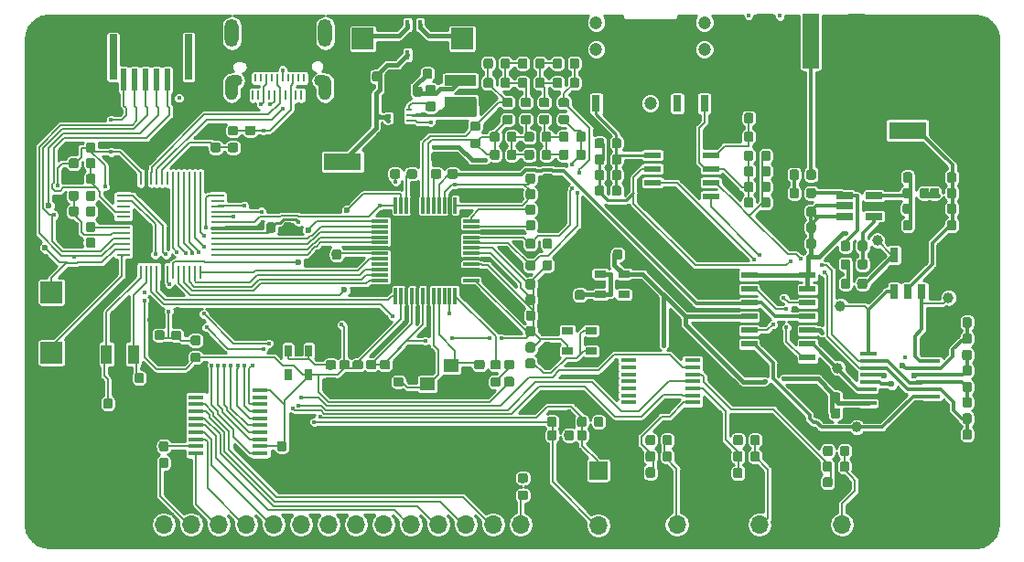
<source format=gtl>
G04 #@! TF.GenerationSoftware,KiCad,Pcbnew,(5.0.0)*
G04 #@! TF.CreationDate,2019-03-27T19:24:55+01:00*
G04 #@! TF.ProjectId,rf-receiver,72662D72656365697665722E6B696361,rev?*
G04 #@! TF.SameCoordinates,Original*
G04 #@! TF.FileFunction,Copper,L1,Top,Signal*
G04 #@! TF.FilePolarity,Positive*
%FSLAX46Y46*%
G04 Gerber Fmt 4.6, Leading zero omitted, Abs format (unit mm)*
G04 Created by KiCad (PCBNEW (5.0.0)) date 03/27/19 19:24:55*
%MOMM*%
%LPD*%
G01*
G04 APERTURE LIST*
G04 #@! TA.AperFunction,Conductor*
%ADD10C,0.100000*%
G04 #@! TD*
G04 #@! TA.AperFunction,SMDPad,CuDef*
%ADD11C,0.875000*%
G04 #@! TD*
G04 #@! TA.AperFunction,ComponentPad*
%ADD12R,2.000000X2.000000*%
G04 #@! TD*
G04 #@! TA.AperFunction,WasherPad*
%ADD13O,1.300000X2.600000*%
G04 #@! TD*
G04 #@! TA.AperFunction,WasherPad*
%ADD14O,1.200000X2.300000*%
G04 #@! TD*
G04 #@! TA.AperFunction,WasherPad*
%ADD15O,1.350000X1.100000*%
G04 #@! TD*
G04 #@! TA.AperFunction,SMDPad,CuDef*
%ADD16R,0.270000X0.900000*%
G04 #@! TD*
G04 #@! TA.AperFunction,SMDPad,CuDef*
%ADD17R,0.270000X0.800000*%
G04 #@! TD*
G04 #@! TA.AperFunction,SMDPad,CuDef*
%ADD18R,1.400000X1.200000*%
G04 #@! TD*
G04 #@! TA.AperFunction,ComponentPad*
%ADD19R,1.500000X0.800000*%
G04 #@! TD*
G04 #@! TA.AperFunction,ComponentPad*
%ADD20C,1.200000*%
G04 #@! TD*
G04 #@! TA.AperFunction,ComponentPad*
%ADD21R,0.800000X1.500000*%
G04 #@! TD*
G04 #@! TA.AperFunction,SMDPad,CuDef*
%ADD22R,1.500000X0.450000*%
G04 #@! TD*
G04 #@! TA.AperFunction,SMDPad,CuDef*
%ADD23R,3.500000X1.600000*%
G04 #@! TD*
G04 #@! TA.AperFunction,ComponentPad*
%ADD24C,5.400000*%
G04 #@! TD*
G04 #@! TA.AperFunction,SMDPad,CuDef*
%ADD25R,1.500000X5.080000*%
G04 #@! TD*
G04 #@! TA.AperFunction,SMDPad,CuDef*
%ADD26R,2.900000X1.000000*%
G04 #@! TD*
G04 #@! TA.AperFunction,BGAPad,CuDef*
%ADD27C,1.000000*%
G04 #@! TD*
G04 #@! TA.AperFunction,SMDPad,CuDef*
%ADD28R,1.060000X0.650000*%
G04 #@! TD*
G04 #@! TA.AperFunction,SMDPad,CuDef*
%ADD29R,0.650000X1.060000*%
G04 #@! TD*
G04 #@! TA.AperFunction,SMDPad,CuDef*
%ADD30R,0.700000X4.200000*%
G04 #@! TD*
G04 #@! TA.AperFunction,SMDPad,CuDef*
%ADD31R,0.600000X2.000000*%
G04 #@! TD*
G04 #@! TA.AperFunction,SMDPad,CuDef*
%ADD32R,1.450000X0.450000*%
G04 #@! TD*
G04 #@! TA.AperFunction,ComponentPad*
%ADD33R,1.700000X1.700000*%
G04 #@! TD*
G04 #@! TA.AperFunction,ComponentPad*
%ADD34O,1.700000X1.700000*%
G04 #@! TD*
G04 #@! TA.AperFunction,SMDPad,CuDef*
%ADD35R,1.550000X0.600000*%
G04 #@! TD*
G04 #@! TA.AperFunction,SMDPad,CuDef*
%ADD36R,1.560000X0.650000*%
G04 #@! TD*
G04 #@! TA.AperFunction,SMDPad,CuDef*
%ADD37R,1.000000X1.800000*%
G04 #@! TD*
G04 #@! TA.AperFunction,SMDPad,CuDef*
%ADD38R,0.300000X1.500000*%
G04 #@! TD*
G04 #@! TA.AperFunction,SMDPad,CuDef*
%ADD39R,1.500000X0.300000*%
G04 #@! TD*
G04 #@! TA.AperFunction,SMDPad,CuDef*
%ADD40R,3.500000X3.500000*%
G04 #@! TD*
G04 #@! TA.AperFunction,SMDPad,CuDef*
%ADD41R,0.250000X1.300000*%
G04 #@! TD*
G04 #@! TA.AperFunction,SMDPad,CuDef*
%ADD42R,1.300000X0.250000*%
G04 #@! TD*
G04 #@! TA.AperFunction,SMDPad,CuDef*
%ADD43R,1.500000X0.600000*%
G04 #@! TD*
G04 #@! TA.AperFunction,SMDPad,CuDef*
%ADD44R,0.500000X0.250000*%
G04 #@! TD*
G04 #@! TA.AperFunction,ViaPad*
%ADD45C,0.600000*%
G04 #@! TD*
G04 #@! TA.AperFunction,SMDPad,CuDef*
%ADD46R,0.900000X1.600000*%
G04 #@! TD*
G04 #@! TA.AperFunction,SMDPad,CuDef*
%ADD47R,0.400000X0.900000*%
G04 #@! TD*
G04 #@! TA.AperFunction,SMDPad,CuDef*
%ADD48R,0.760000X1.400000*%
G04 #@! TD*
G04 #@! TA.AperFunction,ViaPad*
%ADD49C,0.400000*%
G04 #@! TD*
G04 #@! TA.AperFunction,Conductor*
%ADD50C,0.350000*%
G04 #@! TD*
G04 #@! TA.AperFunction,Conductor*
%ADD51C,0.200000*%
G04 #@! TD*
G04 #@! TA.AperFunction,Conductor*
%ADD52C,0.250000*%
G04 #@! TD*
G04 #@! TA.AperFunction,Conductor*
%ADD53C,0.150000*%
G04 #@! TD*
G04 #@! TA.AperFunction,Conductor*
%ADD54C,0.400000*%
G04 #@! TD*
G04 #@! TA.AperFunction,Conductor*
%ADD55C,0.254000*%
G04 #@! TD*
G04 APERTURE END LIST*
D10*
G04 #@! TO.N,Net-(C55-Pad1)*
G04 #@! TO.C,C55*
G36*
X88677691Y-73563553D02*
X88698926Y-73566703D01*
X88719750Y-73571919D01*
X88739962Y-73579151D01*
X88759368Y-73588330D01*
X88777781Y-73599366D01*
X88795024Y-73612154D01*
X88810930Y-73626570D01*
X88825346Y-73642476D01*
X88838134Y-73659719D01*
X88849170Y-73678132D01*
X88858349Y-73697538D01*
X88865581Y-73717750D01*
X88870797Y-73738574D01*
X88873947Y-73759809D01*
X88875000Y-73781250D01*
X88875000Y-74218750D01*
X88873947Y-74240191D01*
X88870797Y-74261426D01*
X88865581Y-74282250D01*
X88858349Y-74302462D01*
X88849170Y-74321868D01*
X88838134Y-74340281D01*
X88825346Y-74357524D01*
X88810930Y-74373430D01*
X88795024Y-74387846D01*
X88777781Y-74400634D01*
X88759368Y-74411670D01*
X88739962Y-74420849D01*
X88719750Y-74428081D01*
X88698926Y-74433297D01*
X88677691Y-74436447D01*
X88656250Y-74437500D01*
X88143750Y-74437500D01*
X88122309Y-74436447D01*
X88101074Y-74433297D01*
X88080250Y-74428081D01*
X88060038Y-74420849D01*
X88040632Y-74411670D01*
X88022219Y-74400634D01*
X88004976Y-74387846D01*
X87989070Y-74373430D01*
X87974654Y-74357524D01*
X87961866Y-74340281D01*
X87950830Y-74321868D01*
X87941651Y-74302462D01*
X87934419Y-74282250D01*
X87929203Y-74261426D01*
X87926053Y-74240191D01*
X87925000Y-74218750D01*
X87925000Y-73781250D01*
X87926053Y-73759809D01*
X87929203Y-73738574D01*
X87934419Y-73717750D01*
X87941651Y-73697538D01*
X87950830Y-73678132D01*
X87961866Y-73659719D01*
X87974654Y-73642476D01*
X87989070Y-73626570D01*
X88004976Y-73612154D01*
X88022219Y-73599366D01*
X88040632Y-73588330D01*
X88060038Y-73579151D01*
X88080250Y-73571919D01*
X88101074Y-73566703D01*
X88122309Y-73563553D01*
X88143750Y-73562500D01*
X88656250Y-73562500D01*
X88677691Y-73563553D01*
X88677691Y-73563553D01*
G37*
D11*
G04 #@! TD*
G04 #@! TO.P,C55,1*
G04 #@! TO.N,Net-(C55-Pad1)*
X88400000Y-74000000D03*
D10*
G04 #@! TO.N,GND*
G04 #@! TO.C,C55*
G36*
X88677691Y-75138553D02*
X88698926Y-75141703D01*
X88719750Y-75146919D01*
X88739962Y-75154151D01*
X88759368Y-75163330D01*
X88777781Y-75174366D01*
X88795024Y-75187154D01*
X88810930Y-75201570D01*
X88825346Y-75217476D01*
X88838134Y-75234719D01*
X88849170Y-75253132D01*
X88858349Y-75272538D01*
X88865581Y-75292750D01*
X88870797Y-75313574D01*
X88873947Y-75334809D01*
X88875000Y-75356250D01*
X88875000Y-75793750D01*
X88873947Y-75815191D01*
X88870797Y-75836426D01*
X88865581Y-75857250D01*
X88858349Y-75877462D01*
X88849170Y-75896868D01*
X88838134Y-75915281D01*
X88825346Y-75932524D01*
X88810930Y-75948430D01*
X88795024Y-75962846D01*
X88777781Y-75975634D01*
X88759368Y-75986670D01*
X88739962Y-75995849D01*
X88719750Y-76003081D01*
X88698926Y-76008297D01*
X88677691Y-76011447D01*
X88656250Y-76012500D01*
X88143750Y-76012500D01*
X88122309Y-76011447D01*
X88101074Y-76008297D01*
X88080250Y-76003081D01*
X88060038Y-75995849D01*
X88040632Y-75986670D01*
X88022219Y-75975634D01*
X88004976Y-75962846D01*
X87989070Y-75948430D01*
X87974654Y-75932524D01*
X87961866Y-75915281D01*
X87950830Y-75896868D01*
X87941651Y-75877462D01*
X87934419Y-75857250D01*
X87929203Y-75836426D01*
X87926053Y-75815191D01*
X87925000Y-75793750D01*
X87925000Y-75356250D01*
X87926053Y-75334809D01*
X87929203Y-75313574D01*
X87934419Y-75292750D01*
X87941651Y-75272538D01*
X87950830Y-75253132D01*
X87961866Y-75234719D01*
X87974654Y-75217476D01*
X87989070Y-75201570D01*
X88004976Y-75187154D01*
X88022219Y-75174366D01*
X88040632Y-75163330D01*
X88060038Y-75154151D01*
X88080250Y-75146919D01*
X88101074Y-75141703D01*
X88122309Y-75138553D01*
X88143750Y-75137500D01*
X88656250Y-75137500D01*
X88677691Y-75138553D01*
X88677691Y-75138553D01*
G37*
D11*
G04 #@! TD*
G04 #@! TO.P,C55,2*
G04 #@! TO.N,GND*
X88400000Y-75575000D03*
D12*
G04 #@! TO.P,-,1*
G04 #@! TO.N,Net-(FL1-Pad3)*
X108000000Y-65500000D03*
G04 #@! TD*
G04 #@! TO.P,+,1*
G04 #@! TO.N,Net-(FL1-Pad4)*
X98800000Y-65500000D03*
G04 #@! TD*
G04 #@! TO.P,W1,1*
G04 #@! TO.N,/UART_TX*
X70000000Y-89000000D03*
G04 #@! TD*
G04 #@! TO.P,W2,1*
G04 #@! TO.N,/UART_RX*
X70000000Y-94600000D03*
G04 #@! TD*
D13*
G04 #@! TO.P,J3,*
G04 #@! TO.N,*
X86680000Y-65000000D03*
X95320000Y-65000000D03*
D14*
X95320000Y-70050000D03*
D15*
X95000000Y-69400000D03*
D16*
G04 #@! TO.P,J3,A1*
G04 #@! TO.N,GND*
X93625000Y-70750000D03*
G04 #@! TO.P,J3,A2*
G04 #@! TO.N,Net-(J3-PadA2)*
X93125000Y-70750000D03*
G04 #@! TO.P,J3,A3*
G04 #@! TO.N,Net-(J3-PadA3)*
X92625000Y-70750000D03*
G04 #@! TO.P,J3,A5*
G04 #@! TO.N,Net-(J3-PadA5)*
X91625000Y-70750000D03*
G04 #@! TO.P,J3,A4*
G04 #@! TO.N,Net-(C55-Pad1)*
X92125000Y-70750000D03*
G04 #@! TO.P,J3,A6*
G04 #@! TO.N,/USB_D+*
X91125000Y-70750000D03*
G04 #@! TO.P,J3,A8*
G04 #@! TO.N,Net-(J3-PadA8)*
X90125000Y-70750000D03*
G04 #@! TO.P,J3,A7*
G04 #@! TO.N,/USB_D-*
X90625000Y-70750000D03*
G04 #@! TO.P,J3,A11*
G04 #@! TO.N,Net-(J3-PadA11)*
X88625000Y-70750000D03*
G04 #@! TO.P,J3,A9*
G04 #@! TO.N,Net-(C55-Pad1)*
X89625000Y-70750000D03*
G04 #@! TO.P,J3,A12*
G04 #@! TO.N,GND*
X88125000Y-70750000D03*
G04 #@! TO.P,J3,A10*
G04 #@! TO.N,Net-(J3-PadA10)*
X89125000Y-70750000D03*
D17*
G04 #@! TO.P,J3,B12*
G04 #@! TO.N,GND*
X93875000Y-69150000D03*
G04 #@! TO.P,J3,B11*
G04 #@! TO.N,Net-(J3-PadB11)*
X93375000Y-69150000D03*
G04 #@! TO.P,J3,B9*
G04 #@! TO.N,Net-(C55-Pad1)*
X92375000Y-69150000D03*
G04 #@! TO.P,J3,B10*
G04 #@! TO.N,Net-(J3-PadB10)*
X92875000Y-69150000D03*
G04 #@! TO.P,J3,B5*
G04 #@! TO.N,Net-(J3-PadB5)*
X90365000Y-69150000D03*
G04 #@! TO.P,J3,B7*
G04 #@! TO.N,/USB_D-*
X91375000Y-69150000D03*
G04 #@! TO.P,J3,B8*
G04 #@! TO.N,Net-(J3-PadB8)*
X91875000Y-69150000D03*
G04 #@! TO.P,J3,B6*
G04 #@! TO.N,/USB_D+*
X90865000Y-69150000D03*
G04 #@! TO.P,J3,B1*
G04 #@! TO.N,GND*
X88365000Y-69150000D03*
G04 #@! TO.P,J3,B3*
G04 #@! TO.N,Net-(J3-PadB3)*
X89365000Y-69150000D03*
G04 #@! TO.P,J3,B4*
G04 #@! TO.N,Net-(C55-Pad1)*
X89865000Y-69150000D03*
G04 #@! TO.P,J3,B2*
G04 #@! TO.N,Net-(J3-PadB2)*
X88865000Y-69150000D03*
D15*
G04 #@! TO.P,J3,*
G04 #@! TO.N,*
X87000000Y-69400000D03*
D14*
X86680000Y-70050000D03*
G04 #@! TD*
D10*
G04 #@! TO.N,GND*
G04 #@! TO.C,C1*
G36*
X77027691Y-98826053D02*
X77048926Y-98829203D01*
X77069750Y-98834419D01*
X77089962Y-98841651D01*
X77109368Y-98850830D01*
X77127781Y-98861866D01*
X77145024Y-98874654D01*
X77160930Y-98889070D01*
X77175346Y-98904976D01*
X77188134Y-98922219D01*
X77199170Y-98940632D01*
X77208349Y-98960038D01*
X77215581Y-98980250D01*
X77220797Y-99001074D01*
X77223947Y-99022309D01*
X77225000Y-99043750D01*
X77225000Y-99556250D01*
X77223947Y-99577691D01*
X77220797Y-99598926D01*
X77215581Y-99619750D01*
X77208349Y-99639962D01*
X77199170Y-99659368D01*
X77188134Y-99677781D01*
X77175346Y-99695024D01*
X77160930Y-99710930D01*
X77145024Y-99725346D01*
X77127781Y-99738134D01*
X77109368Y-99749170D01*
X77089962Y-99758349D01*
X77069750Y-99765581D01*
X77048926Y-99770797D01*
X77027691Y-99773947D01*
X77006250Y-99775000D01*
X76568750Y-99775000D01*
X76547309Y-99773947D01*
X76526074Y-99770797D01*
X76505250Y-99765581D01*
X76485038Y-99758349D01*
X76465632Y-99749170D01*
X76447219Y-99738134D01*
X76429976Y-99725346D01*
X76414070Y-99710930D01*
X76399654Y-99695024D01*
X76386866Y-99677781D01*
X76375830Y-99659368D01*
X76366651Y-99639962D01*
X76359419Y-99619750D01*
X76354203Y-99598926D01*
X76351053Y-99577691D01*
X76350000Y-99556250D01*
X76350000Y-99043750D01*
X76351053Y-99022309D01*
X76354203Y-99001074D01*
X76359419Y-98980250D01*
X76366651Y-98960038D01*
X76375830Y-98940632D01*
X76386866Y-98922219D01*
X76399654Y-98904976D01*
X76414070Y-98889070D01*
X76429976Y-98874654D01*
X76447219Y-98861866D01*
X76465632Y-98850830D01*
X76485038Y-98841651D01*
X76505250Y-98834419D01*
X76526074Y-98829203D01*
X76547309Y-98826053D01*
X76568750Y-98825000D01*
X77006250Y-98825000D01*
X77027691Y-98826053D01*
X77027691Y-98826053D01*
G37*
D11*
G04 #@! TD*
G04 #@! TO.P,C1,2*
G04 #@! TO.N,GND*
X76787500Y-99300000D03*
D10*
G04 #@! TO.N,Net-(C1-Pad1)*
G04 #@! TO.C,C1*
G36*
X75452691Y-98826053D02*
X75473926Y-98829203D01*
X75494750Y-98834419D01*
X75514962Y-98841651D01*
X75534368Y-98850830D01*
X75552781Y-98861866D01*
X75570024Y-98874654D01*
X75585930Y-98889070D01*
X75600346Y-98904976D01*
X75613134Y-98922219D01*
X75624170Y-98940632D01*
X75633349Y-98960038D01*
X75640581Y-98980250D01*
X75645797Y-99001074D01*
X75648947Y-99022309D01*
X75650000Y-99043750D01*
X75650000Y-99556250D01*
X75648947Y-99577691D01*
X75645797Y-99598926D01*
X75640581Y-99619750D01*
X75633349Y-99639962D01*
X75624170Y-99659368D01*
X75613134Y-99677781D01*
X75600346Y-99695024D01*
X75585930Y-99710930D01*
X75570024Y-99725346D01*
X75552781Y-99738134D01*
X75534368Y-99749170D01*
X75514962Y-99758349D01*
X75494750Y-99765581D01*
X75473926Y-99770797D01*
X75452691Y-99773947D01*
X75431250Y-99775000D01*
X74993750Y-99775000D01*
X74972309Y-99773947D01*
X74951074Y-99770797D01*
X74930250Y-99765581D01*
X74910038Y-99758349D01*
X74890632Y-99749170D01*
X74872219Y-99738134D01*
X74854976Y-99725346D01*
X74839070Y-99710930D01*
X74824654Y-99695024D01*
X74811866Y-99677781D01*
X74800830Y-99659368D01*
X74791651Y-99639962D01*
X74784419Y-99619750D01*
X74779203Y-99598926D01*
X74776053Y-99577691D01*
X74775000Y-99556250D01*
X74775000Y-99043750D01*
X74776053Y-99022309D01*
X74779203Y-99001074D01*
X74784419Y-98980250D01*
X74791651Y-98960038D01*
X74800830Y-98940632D01*
X74811866Y-98922219D01*
X74824654Y-98904976D01*
X74839070Y-98889070D01*
X74854976Y-98874654D01*
X74872219Y-98861866D01*
X74890632Y-98850830D01*
X74910038Y-98841651D01*
X74930250Y-98834419D01*
X74951074Y-98829203D01*
X74972309Y-98826053D01*
X74993750Y-98825000D01*
X75431250Y-98825000D01*
X75452691Y-98826053D01*
X75452691Y-98826053D01*
G37*
D11*
G04 #@! TD*
G04 #@! TO.P,C1,1*
G04 #@! TO.N,Net-(C1-Pad1)*
X75212500Y-99300000D03*
D10*
G04 #@! TO.N,/Tayoe Mixer sheet/I_OUT*
G04 #@! TO.C,C62*
G36*
X134767691Y-77326053D02*
X134788926Y-77329203D01*
X134809750Y-77334419D01*
X134829962Y-77341651D01*
X134849368Y-77350830D01*
X134867781Y-77361866D01*
X134885024Y-77374654D01*
X134900930Y-77389070D01*
X134915346Y-77404976D01*
X134928134Y-77422219D01*
X134939170Y-77440632D01*
X134948349Y-77460038D01*
X134955581Y-77480250D01*
X134960797Y-77501074D01*
X134963947Y-77522309D01*
X134965000Y-77543750D01*
X134965000Y-78056250D01*
X134963947Y-78077691D01*
X134960797Y-78098926D01*
X134955581Y-78119750D01*
X134948349Y-78139962D01*
X134939170Y-78159368D01*
X134928134Y-78177781D01*
X134915346Y-78195024D01*
X134900930Y-78210930D01*
X134885024Y-78225346D01*
X134867781Y-78238134D01*
X134849368Y-78249170D01*
X134829962Y-78258349D01*
X134809750Y-78265581D01*
X134788926Y-78270797D01*
X134767691Y-78273947D01*
X134746250Y-78275000D01*
X134308750Y-78275000D01*
X134287309Y-78273947D01*
X134266074Y-78270797D01*
X134245250Y-78265581D01*
X134225038Y-78258349D01*
X134205632Y-78249170D01*
X134187219Y-78238134D01*
X134169976Y-78225346D01*
X134154070Y-78210930D01*
X134139654Y-78195024D01*
X134126866Y-78177781D01*
X134115830Y-78159368D01*
X134106651Y-78139962D01*
X134099419Y-78119750D01*
X134094203Y-78098926D01*
X134091053Y-78077691D01*
X134090000Y-78056250D01*
X134090000Y-77543750D01*
X134091053Y-77522309D01*
X134094203Y-77501074D01*
X134099419Y-77480250D01*
X134106651Y-77460038D01*
X134115830Y-77440632D01*
X134126866Y-77422219D01*
X134139654Y-77404976D01*
X134154070Y-77389070D01*
X134169976Y-77374654D01*
X134187219Y-77361866D01*
X134205632Y-77350830D01*
X134225038Y-77341651D01*
X134245250Y-77334419D01*
X134266074Y-77329203D01*
X134287309Y-77326053D01*
X134308750Y-77325000D01*
X134746250Y-77325000D01*
X134767691Y-77326053D01*
X134767691Y-77326053D01*
G37*
D11*
G04 #@! TD*
G04 #@! TO.P,C62,1*
G04 #@! TO.N,/Tayoe Mixer sheet/I_OUT*
X134527500Y-77800000D03*
D10*
G04 #@! TO.N,/Tayoe Mixer sheet/180_deg*
G04 #@! TO.C,C62*
G36*
X136342691Y-77326053D02*
X136363926Y-77329203D01*
X136384750Y-77334419D01*
X136404962Y-77341651D01*
X136424368Y-77350830D01*
X136442781Y-77361866D01*
X136460024Y-77374654D01*
X136475930Y-77389070D01*
X136490346Y-77404976D01*
X136503134Y-77422219D01*
X136514170Y-77440632D01*
X136523349Y-77460038D01*
X136530581Y-77480250D01*
X136535797Y-77501074D01*
X136538947Y-77522309D01*
X136540000Y-77543750D01*
X136540000Y-78056250D01*
X136538947Y-78077691D01*
X136535797Y-78098926D01*
X136530581Y-78119750D01*
X136523349Y-78139962D01*
X136514170Y-78159368D01*
X136503134Y-78177781D01*
X136490346Y-78195024D01*
X136475930Y-78210930D01*
X136460024Y-78225346D01*
X136442781Y-78238134D01*
X136424368Y-78249170D01*
X136404962Y-78258349D01*
X136384750Y-78265581D01*
X136363926Y-78270797D01*
X136342691Y-78273947D01*
X136321250Y-78275000D01*
X135883750Y-78275000D01*
X135862309Y-78273947D01*
X135841074Y-78270797D01*
X135820250Y-78265581D01*
X135800038Y-78258349D01*
X135780632Y-78249170D01*
X135762219Y-78238134D01*
X135744976Y-78225346D01*
X135729070Y-78210930D01*
X135714654Y-78195024D01*
X135701866Y-78177781D01*
X135690830Y-78159368D01*
X135681651Y-78139962D01*
X135674419Y-78119750D01*
X135669203Y-78098926D01*
X135666053Y-78077691D01*
X135665000Y-78056250D01*
X135665000Y-77543750D01*
X135666053Y-77522309D01*
X135669203Y-77501074D01*
X135674419Y-77480250D01*
X135681651Y-77460038D01*
X135690830Y-77440632D01*
X135701866Y-77422219D01*
X135714654Y-77404976D01*
X135729070Y-77389070D01*
X135744976Y-77374654D01*
X135762219Y-77361866D01*
X135780632Y-77350830D01*
X135800038Y-77341651D01*
X135820250Y-77334419D01*
X135841074Y-77329203D01*
X135862309Y-77326053D01*
X135883750Y-77325000D01*
X136321250Y-77325000D01*
X136342691Y-77326053D01*
X136342691Y-77326053D01*
G37*
D11*
G04 #@! TD*
G04 #@! TO.P,C62,2*
G04 #@! TO.N,/Tayoe Mixer sheet/180_deg*
X136102500Y-77800000D03*
D10*
G04 #@! TO.N,/Tayoe Mixer sheet/180_deg*
G04 #@! TO.C,C61*
G36*
X136327691Y-78776053D02*
X136348926Y-78779203D01*
X136369750Y-78784419D01*
X136389962Y-78791651D01*
X136409368Y-78800830D01*
X136427781Y-78811866D01*
X136445024Y-78824654D01*
X136460930Y-78839070D01*
X136475346Y-78854976D01*
X136488134Y-78872219D01*
X136499170Y-78890632D01*
X136508349Y-78910038D01*
X136515581Y-78930250D01*
X136520797Y-78951074D01*
X136523947Y-78972309D01*
X136525000Y-78993750D01*
X136525000Y-79506250D01*
X136523947Y-79527691D01*
X136520797Y-79548926D01*
X136515581Y-79569750D01*
X136508349Y-79589962D01*
X136499170Y-79609368D01*
X136488134Y-79627781D01*
X136475346Y-79645024D01*
X136460930Y-79660930D01*
X136445024Y-79675346D01*
X136427781Y-79688134D01*
X136409368Y-79699170D01*
X136389962Y-79708349D01*
X136369750Y-79715581D01*
X136348926Y-79720797D01*
X136327691Y-79723947D01*
X136306250Y-79725000D01*
X135868750Y-79725000D01*
X135847309Y-79723947D01*
X135826074Y-79720797D01*
X135805250Y-79715581D01*
X135785038Y-79708349D01*
X135765632Y-79699170D01*
X135747219Y-79688134D01*
X135729976Y-79675346D01*
X135714070Y-79660930D01*
X135699654Y-79645024D01*
X135686866Y-79627781D01*
X135675830Y-79609368D01*
X135666651Y-79589962D01*
X135659419Y-79569750D01*
X135654203Y-79548926D01*
X135651053Y-79527691D01*
X135650000Y-79506250D01*
X135650000Y-78993750D01*
X135651053Y-78972309D01*
X135654203Y-78951074D01*
X135659419Y-78930250D01*
X135666651Y-78910038D01*
X135675830Y-78890632D01*
X135686866Y-78872219D01*
X135699654Y-78854976D01*
X135714070Y-78839070D01*
X135729976Y-78824654D01*
X135747219Y-78811866D01*
X135765632Y-78800830D01*
X135785038Y-78791651D01*
X135805250Y-78784419D01*
X135826074Y-78779203D01*
X135847309Y-78776053D01*
X135868750Y-78775000D01*
X136306250Y-78775000D01*
X136327691Y-78776053D01*
X136327691Y-78776053D01*
G37*
D11*
G04 #@! TD*
G04 #@! TO.P,C61,2*
G04 #@! TO.N,/Tayoe Mixer sheet/180_deg*
X136087500Y-79250000D03*
D10*
G04 #@! TO.N,/Tayoe Mixer sheet/I_OUT*
G04 #@! TO.C,C61*
G36*
X134752691Y-78776053D02*
X134773926Y-78779203D01*
X134794750Y-78784419D01*
X134814962Y-78791651D01*
X134834368Y-78800830D01*
X134852781Y-78811866D01*
X134870024Y-78824654D01*
X134885930Y-78839070D01*
X134900346Y-78854976D01*
X134913134Y-78872219D01*
X134924170Y-78890632D01*
X134933349Y-78910038D01*
X134940581Y-78930250D01*
X134945797Y-78951074D01*
X134948947Y-78972309D01*
X134950000Y-78993750D01*
X134950000Y-79506250D01*
X134948947Y-79527691D01*
X134945797Y-79548926D01*
X134940581Y-79569750D01*
X134933349Y-79589962D01*
X134924170Y-79609368D01*
X134913134Y-79627781D01*
X134900346Y-79645024D01*
X134885930Y-79660930D01*
X134870024Y-79675346D01*
X134852781Y-79688134D01*
X134834368Y-79699170D01*
X134814962Y-79708349D01*
X134794750Y-79715581D01*
X134773926Y-79720797D01*
X134752691Y-79723947D01*
X134731250Y-79725000D01*
X134293750Y-79725000D01*
X134272309Y-79723947D01*
X134251074Y-79720797D01*
X134230250Y-79715581D01*
X134210038Y-79708349D01*
X134190632Y-79699170D01*
X134172219Y-79688134D01*
X134154976Y-79675346D01*
X134139070Y-79660930D01*
X134124654Y-79645024D01*
X134111866Y-79627781D01*
X134100830Y-79609368D01*
X134091651Y-79589962D01*
X134084419Y-79569750D01*
X134079203Y-79548926D01*
X134076053Y-79527691D01*
X134075000Y-79506250D01*
X134075000Y-78993750D01*
X134076053Y-78972309D01*
X134079203Y-78951074D01*
X134084419Y-78930250D01*
X134091651Y-78910038D01*
X134100830Y-78890632D01*
X134111866Y-78872219D01*
X134124654Y-78854976D01*
X134139070Y-78839070D01*
X134154976Y-78824654D01*
X134172219Y-78811866D01*
X134190632Y-78800830D01*
X134210038Y-78791651D01*
X134230250Y-78784419D01*
X134251074Y-78779203D01*
X134272309Y-78776053D01*
X134293750Y-78775000D01*
X134731250Y-78775000D01*
X134752691Y-78776053D01*
X134752691Y-78776053D01*
G37*
D11*
G04 #@! TD*
G04 #@! TO.P,C61,1*
G04 #@! TO.N,/Tayoe Mixer sheet/I_OUT*
X134512500Y-79250000D03*
D10*
G04 #@! TO.N,+3V3*
G04 #@! TO.C,C59*
G36*
X142777691Y-98276053D02*
X142798926Y-98279203D01*
X142819750Y-98284419D01*
X142839962Y-98291651D01*
X142859368Y-98300830D01*
X142877781Y-98311866D01*
X142895024Y-98324654D01*
X142910930Y-98339070D01*
X142925346Y-98354976D01*
X142938134Y-98372219D01*
X142949170Y-98390632D01*
X142958349Y-98410038D01*
X142965581Y-98430250D01*
X142970797Y-98451074D01*
X142973947Y-98472309D01*
X142975000Y-98493750D01*
X142975000Y-99006250D01*
X142973947Y-99027691D01*
X142970797Y-99048926D01*
X142965581Y-99069750D01*
X142958349Y-99089962D01*
X142949170Y-99109368D01*
X142938134Y-99127781D01*
X142925346Y-99145024D01*
X142910930Y-99160930D01*
X142895024Y-99175346D01*
X142877781Y-99188134D01*
X142859368Y-99199170D01*
X142839962Y-99208349D01*
X142819750Y-99215581D01*
X142798926Y-99220797D01*
X142777691Y-99223947D01*
X142756250Y-99225000D01*
X142318750Y-99225000D01*
X142297309Y-99223947D01*
X142276074Y-99220797D01*
X142255250Y-99215581D01*
X142235038Y-99208349D01*
X142215632Y-99199170D01*
X142197219Y-99188134D01*
X142179976Y-99175346D01*
X142164070Y-99160930D01*
X142149654Y-99145024D01*
X142136866Y-99127781D01*
X142125830Y-99109368D01*
X142116651Y-99089962D01*
X142109419Y-99069750D01*
X142104203Y-99048926D01*
X142101053Y-99027691D01*
X142100000Y-99006250D01*
X142100000Y-98493750D01*
X142101053Y-98472309D01*
X142104203Y-98451074D01*
X142109419Y-98430250D01*
X142116651Y-98410038D01*
X142125830Y-98390632D01*
X142136866Y-98372219D01*
X142149654Y-98354976D01*
X142164070Y-98339070D01*
X142179976Y-98324654D01*
X142197219Y-98311866D01*
X142215632Y-98300830D01*
X142235038Y-98291651D01*
X142255250Y-98284419D01*
X142276074Y-98279203D01*
X142297309Y-98276053D01*
X142318750Y-98275000D01*
X142756250Y-98275000D01*
X142777691Y-98276053D01*
X142777691Y-98276053D01*
G37*
D11*
G04 #@! TD*
G04 #@! TO.P,C59,1*
G04 #@! TO.N,+3V3*
X142537500Y-98750000D03*
D10*
G04 #@! TO.N,GND*
G04 #@! TO.C,C59*
G36*
X141202691Y-98276053D02*
X141223926Y-98279203D01*
X141244750Y-98284419D01*
X141264962Y-98291651D01*
X141284368Y-98300830D01*
X141302781Y-98311866D01*
X141320024Y-98324654D01*
X141335930Y-98339070D01*
X141350346Y-98354976D01*
X141363134Y-98372219D01*
X141374170Y-98390632D01*
X141383349Y-98410038D01*
X141390581Y-98430250D01*
X141395797Y-98451074D01*
X141398947Y-98472309D01*
X141400000Y-98493750D01*
X141400000Y-99006250D01*
X141398947Y-99027691D01*
X141395797Y-99048926D01*
X141390581Y-99069750D01*
X141383349Y-99089962D01*
X141374170Y-99109368D01*
X141363134Y-99127781D01*
X141350346Y-99145024D01*
X141335930Y-99160930D01*
X141320024Y-99175346D01*
X141302781Y-99188134D01*
X141284368Y-99199170D01*
X141264962Y-99208349D01*
X141244750Y-99215581D01*
X141223926Y-99220797D01*
X141202691Y-99223947D01*
X141181250Y-99225000D01*
X140743750Y-99225000D01*
X140722309Y-99223947D01*
X140701074Y-99220797D01*
X140680250Y-99215581D01*
X140660038Y-99208349D01*
X140640632Y-99199170D01*
X140622219Y-99188134D01*
X140604976Y-99175346D01*
X140589070Y-99160930D01*
X140574654Y-99145024D01*
X140561866Y-99127781D01*
X140550830Y-99109368D01*
X140541651Y-99089962D01*
X140534419Y-99069750D01*
X140529203Y-99048926D01*
X140526053Y-99027691D01*
X140525000Y-99006250D01*
X140525000Y-98493750D01*
X140526053Y-98472309D01*
X140529203Y-98451074D01*
X140534419Y-98430250D01*
X140541651Y-98410038D01*
X140550830Y-98390632D01*
X140561866Y-98372219D01*
X140574654Y-98354976D01*
X140589070Y-98339070D01*
X140604976Y-98324654D01*
X140622219Y-98311866D01*
X140640632Y-98300830D01*
X140660038Y-98291651D01*
X140680250Y-98284419D01*
X140701074Y-98279203D01*
X140722309Y-98276053D01*
X140743750Y-98275000D01*
X141181250Y-98275000D01*
X141202691Y-98276053D01*
X141202691Y-98276053D01*
G37*
D11*
G04 #@! TD*
G04 #@! TO.P,C59,2*
G04 #@! TO.N,GND*
X140962500Y-98750000D03*
D10*
G04 #@! TO.N,GND*
G04 #@! TO.C,C57*
G36*
X151952691Y-80776053D02*
X151973926Y-80779203D01*
X151994750Y-80784419D01*
X152014962Y-80791651D01*
X152034368Y-80800830D01*
X152052781Y-80811866D01*
X152070024Y-80824654D01*
X152085930Y-80839070D01*
X152100346Y-80854976D01*
X152113134Y-80872219D01*
X152124170Y-80890632D01*
X152133349Y-80910038D01*
X152140581Y-80930250D01*
X152145797Y-80951074D01*
X152148947Y-80972309D01*
X152150000Y-80993750D01*
X152150000Y-81506250D01*
X152148947Y-81527691D01*
X152145797Y-81548926D01*
X152140581Y-81569750D01*
X152133349Y-81589962D01*
X152124170Y-81609368D01*
X152113134Y-81627781D01*
X152100346Y-81645024D01*
X152085930Y-81660930D01*
X152070024Y-81675346D01*
X152052781Y-81688134D01*
X152034368Y-81699170D01*
X152014962Y-81708349D01*
X151994750Y-81715581D01*
X151973926Y-81720797D01*
X151952691Y-81723947D01*
X151931250Y-81725000D01*
X151493750Y-81725000D01*
X151472309Y-81723947D01*
X151451074Y-81720797D01*
X151430250Y-81715581D01*
X151410038Y-81708349D01*
X151390632Y-81699170D01*
X151372219Y-81688134D01*
X151354976Y-81675346D01*
X151339070Y-81660930D01*
X151324654Y-81645024D01*
X151311866Y-81627781D01*
X151300830Y-81609368D01*
X151291651Y-81589962D01*
X151284419Y-81569750D01*
X151279203Y-81548926D01*
X151276053Y-81527691D01*
X151275000Y-81506250D01*
X151275000Y-80993750D01*
X151276053Y-80972309D01*
X151279203Y-80951074D01*
X151284419Y-80930250D01*
X151291651Y-80910038D01*
X151300830Y-80890632D01*
X151311866Y-80872219D01*
X151324654Y-80854976D01*
X151339070Y-80839070D01*
X151354976Y-80824654D01*
X151372219Y-80811866D01*
X151390632Y-80800830D01*
X151410038Y-80791651D01*
X151430250Y-80784419D01*
X151451074Y-80779203D01*
X151472309Y-80776053D01*
X151493750Y-80775000D01*
X151931250Y-80775000D01*
X151952691Y-80776053D01*
X151952691Y-80776053D01*
G37*
D11*
G04 #@! TD*
G04 #@! TO.P,C57,2*
G04 #@! TO.N,GND*
X151712500Y-81250000D03*
D10*
G04 #@! TO.N,/Tayoe Mixer sheet/DC_BIAS*
G04 #@! TO.C,C57*
G36*
X153527691Y-80776053D02*
X153548926Y-80779203D01*
X153569750Y-80784419D01*
X153589962Y-80791651D01*
X153609368Y-80800830D01*
X153627781Y-80811866D01*
X153645024Y-80824654D01*
X153660930Y-80839070D01*
X153675346Y-80854976D01*
X153688134Y-80872219D01*
X153699170Y-80890632D01*
X153708349Y-80910038D01*
X153715581Y-80930250D01*
X153720797Y-80951074D01*
X153723947Y-80972309D01*
X153725000Y-80993750D01*
X153725000Y-81506250D01*
X153723947Y-81527691D01*
X153720797Y-81548926D01*
X153715581Y-81569750D01*
X153708349Y-81589962D01*
X153699170Y-81609368D01*
X153688134Y-81627781D01*
X153675346Y-81645024D01*
X153660930Y-81660930D01*
X153645024Y-81675346D01*
X153627781Y-81688134D01*
X153609368Y-81699170D01*
X153589962Y-81708349D01*
X153569750Y-81715581D01*
X153548926Y-81720797D01*
X153527691Y-81723947D01*
X153506250Y-81725000D01*
X153068750Y-81725000D01*
X153047309Y-81723947D01*
X153026074Y-81720797D01*
X153005250Y-81715581D01*
X152985038Y-81708349D01*
X152965632Y-81699170D01*
X152947219Y-81688134D01*
X152929976Y-81675346D01*
X152914070Y-81660930D01*
X152899654Y-81645024D01*
X152886866Y-81627781D01*
X152875830Y-81609368D01*
X152866651Y-81589962D01*
X152859419Y-81569750D01*
X152854203Y-81548926D01*
X152851053Y-81527691D01*
X152850000Y-81506250D01*
X152850000Y-80993750D01*
X152851053Y-80972309D01*
X152854203Y-80951074D01*
X152859419Y-80930250D01*
X152866651Y-80910038D01*
X152875830Y-80890632D01*
X152886866Y-80872219D01*
X152899654Y-80854976D01*
X152914070Y-80839070D01*
X152929976Y-80824654D01*
X152947219Y-80811866D01*
X152965632Y-80800830D01*
X152985038Y-80791651D01*
X153005250Y-80784419D01*
X153026074Y-80779203D01*
X153047309Y-80776053D01*
X153068750Y-80775000D01*
X153506250Y-80775000D01*
X153527691Y-80776053D01*
X153527691Y-80776053D01*
G37*
D11*
G04 #@! TD*
G04 #@! TO.P,C57,1*
G04 #@! TO.N,/Tayoe Mixer sheet/DC_BIAS*
X153287500Y-81250000D03*
D10*
G04 #@! TO.N,/Tayoe Mixer sheet/DC_BIAS*
G04 #@! TO.C,C56*
G36*
X153527691Y-82326053D02*
X153548926Y-82329203D01*
X153569750Y-82334419D01*
X153589962Y-82341651D01*
X153609368Y-82350830D01*
X153627781Y-82361866D01*
X153645024Y-82374654D01*
X153660930Y-82389070D01*
X153675346Y-82404976D01*
X153688134Y-82422219D01*
X153699170Y-82440632D01*
X153708349Y-82460038D01*
X153715581Y-82480250D01*
X153720797Y-82501074D01*
X153723947Y-82522309D01*
X153725000Y-82543750D01*
X153725000Y-83056250D01*
X153723947Y-83077691D01*
X153720797Y-83098926D01*
X153715581Y-83119750D01*
X153708349Y-83139962D01*
X153699170Y-83159368D01*
X153688134Y-83177781D01*
X153675346Y-83195024D01*
X153660930Y-83210930D01*
X153645024Y-83225346D01*
X153627781Y-83238134D01*
X153609368Y-83249170D01*
X153589962Y-83258349D01*
X153569750Y-83265581D01*
X153548926Y-83270797D01*
X153527691Y-83273947D01*
X153506250Y-83275000D01*
X153068750Y-83275000D01*
X153047309Y-83273947D01*
X153026074Y-83270797D01*
X153005250Y-83265581D01*
X152985038Y-83258349D01*
X152965632Y-83249170D01*
X152947219Y-83238134D01*
X152929976Y-83225346D01*
X152914070Y-83210930D01*
X152899654Y-83195024D01*
X152886866Y-83177781D01*
X152875830Y-83159368D01*
X152866651Y-83139962D01*
X152859419Y-83119750D01*
X152854203Y-83098926D01*
X152851053Y-83077691D01*
X152850000Y-83056250D01*
X152850000Y-82543750D01*
X152851053Y-82522309D01*
X152854203Y-82501074D01*
X152859419Y-82480250D01*
X152866651Y-82460038D01*
X152875830Y-82440632D01*
X152886866Y-82422219D01*
X152899654Y-82404976D01*
X152914070Y-82389070D01*
X152929976Y-82374654D01*
X152947219Y-82361866D01*
X152965632Y-82350830D01*
X152985038Y-82341651D01*
X153005250Y-82334419D01*
X153026074Y-82329203D01*
X153047309Y-82326053D01*
X153068750Y-82325000D01*
X153506250Y-82325000D01*
X153527691Y-82326053D01*
X153527691Y-82326053D01*
G37*
D11*
G04 #@! TD*
G04 #@! TO.P,C56,1*
G04 #@! TO.N,/Tayoe Mixer sheet/DC_BIAS*
X153287500Y-82800000D03*
D10*
G04 #@! TO.N,GND*
G04 #@! TO.C,C56*
G36*
X151952691Y-82326053D02*
X151973926Y-82329203D01*
X151994750Y-82334419D01*
X152014962Y-82341651D01*
X152034368Y-82350830D01*
X152052781Y-82361866D01*
X152070024Y-82374654D01*
X152085930Y-82389070D01*
X152100346Y-82404976D01*
X152113134Y-82422219D01*
X152124170Y-82440632D01*
X152133349Y-82460038D01*
X152140581Y-82480250D01*
X152145797Y-82501074D01*
X152148947Y-82522309D01*
X152150000Y-82543750D01*
X152150000Y-83056250D01*
X152148947Y-83077691D01*
X152145797Y-83098926D01*
X152140581Y-83119750D01*
X152133349Y-83139962D01*
X152124170Y-83159368D01*
X152113134Y-83177781D01*
X152100346Y-83195024D01*
X152085930Y-83210930D01*
X152070024Y-83225346D01*
X152052781Y-83238134D01*
X152034368Y-83249170D01*
X152014962Y-83258349D01*
X151994750Y-83265581D01*
X151973926Y-83270797D01*
X151952691Y-83273947D01*
X151931250Y-83275000D01*
X151493750Y-83275000D01*
X151472309Y-83273947D01*
X151451074Y-83270797D01*
X151430250Y-83265581D01*
X151410038Y-83258349D01*
X151390632Y-83249170D01*
X151372219Y-83238134D01*
X151354976Y-83225346D01*
X151339070Y-83210930D01*
X151324654Y-83195024D01*
X151311866Y-83177781D01*
X151300830Y-83159368D01*
X151291651Y-83139962D01*
X151284419Y-83119750D01*
X151279203Y-83098926D01*
X151276053Y-83077691D01*
X151275000Y-83056250D01*
X151275000Y-82543750D01*
X151276053Y-82522309D01*
X151279203Y-82501074D01*
X151284419Y-82480250D01*
X151291651Y-82460038D01*
X151300830Y-82440632D01*
X151311866Y-82422219D01*
X151324654Y-82404976D01*
X151339070Y-82389070D01*
X151354976Y-82374654D01*
X151372219Y-82361866D01*
X151390632Y-82350830D01*
X151410038Y-82341651D01*
X151430250Y-82334419D01*
X151451074Y-82329203D01*
X151472309Y-82326053D01*
X151493750Y-82325000D01*
X151931250Y-82325000D01*
X151952691Y-82326053D01*
X151952691Y-82326053D01*
G37*
D11*
G04 #@! TD*
G04 #@! TO.P,C56,2*
G04 #@! TO.N,GND*
X151712500Y-82800000D03*
D10*
G04 #@! TO.N,VAA*
G04 #@! TO.C,C54*
G36*
X114567691Y-90676053D02*
X114588926Y-90679203D01*
X114609750Y-90684419D01*
X114629962Y-90691651D01*
X114649368Y-90700830D01*
X114667781Y-90711866D01*
X114685024Y-90724654D01*
X114700930Y-90739070D01*
X114715346Y-90754976D01*
X114728134Y-90772219D01*
X114739170Y-90790632D01*
X114748349Y-90810038D01*
X114755581Y-90830250D01*
X114760797Y-90851074D01*
X114763947Y-90872309D01*
X114765000Y-90893750D01*
X114765000Y-91406250D01*
X114763947Y-91427691D01*
X114760797Y-91448926D01*
X114755581Y-91469750D01*
X114748349Y-91489962D01*
X114739170Y-91509368D01*
X114728134Y-91527781D01*
X114715346Y-91545024D01*
X114700930Y-91560930D01*
X114685024Y-91575346D01*
X114667781Y-91588134D01*
X114649368Y-91599170D01*
X114629962Y-91608349D01*
X114609750Y-91615581D01*
X114588926Y-91620797D01*
X114567691Y-91623947D01*
X114546250Y-91625000D01*
X114108750Y-91625000D01*
X114087309Y-91623947D01*
X114066074Y-91620797D01*
X114045250Y-91615581D01*
X114025038Y-91608349D01*
X114005632Y-91599170D01*
X113987219Y-91588134D01*
X113969976Y-91575346D01*
X113954070Y-91560930D01*
X113939654Y-91545024D01*
X113926866Y-91527781D01*
X113915830Y-91509368D01*
X113906651Y-91489962D01*
X113899419Y-91469750D01*
X113894203Y-91448926D01*
X113891053Y-91427691D01*
X113890000Y-91406250D01*
X113890000Y-90893750D01*
X113891053Y-90872309D01*
X113894203Y-90851074D01*
X113899419Y-90830250D01*
X113906651Y-90810038D01*
X113915830Y-90790632D01*
X113926866Y-90772219D01*
X113939654Y-90754976D01*
X113954070Y-90739070D01*
X113969976Y-90724654D01*
X113987219Y-90711866D01*
X114005632Y-90700830D01*
X114025038Y-90691651D01*
X114045250Y-90684419D01*
X114066074Y-90679203D01*
X114087309Y-90676053D01*
X114108750Y-90675000D01*
X114546250Y-90675000D01*
X114567691Y-90676053D01*
X114567691Y-90676053D01*
G37*
D11*
G04 #@! TD*
G04 #@! TO.P,C54,2*
G04 #@! TO.N,VAA*
X114327500Y-91150000D03*
D10*
G04 #@! TO.N,GND*
G04 #@! TO.C,C54*
G36*
X116142691Y-90676053D02*
X116163926Y-90679203D01*
X116184750Y-90684419D01*
X116204962Y-90691651D01*
X116224368Y-90700830D01*
X116242781Y-90711866D01*
X116260024Y-90724654D01*
X116275930Y-90739070D01*
X116290346Y-90754976D01*
X116303134Y-90772219D01*
X116314170Y-90790632D01*
X116323349Y-90810038D01*
X116330581Y-90830250D01*
X116335797Y-90851074D01*
X116338947Y-90872309D01*
X116340000Y-90893750D01*
X116340000Y-91406250D01*
X116338947Y-91427691D01*
X116335797Y-91448926D01*
X116330581Y-91469750D01*
X116323349Y-91489962D01*
X116314170Y-91509368D01*
X116303134Y-91527781D01*
X116290346Y-91545024D01*
X116275930Y-91560930D01*
X116260024Y-91575346D01*
X116242781Y-91588134D01*
X116224368Y-91599170D01*
X116204962Y-91608349D01*
X116184750Y-91615581D01*
X116163926Y-91620797D01*
X116142691Y-91623947D01*
X116121250Y-91625000D01*
X115683750Y-91625000D01*
X115662309Y-91623947D01*
X115641074Y-91620797D01*
X115620250Y-91615581D01*
X115600038Y-91608349D01*
X115580632Y-91599170D01*
X115562219Y-91588134D01*
X115544976Y-91575346D01*
X115529070Y-91560930D01*
X115514654Y-91545024D01*
X115501866Y-91527781D01*
X115490830Y-91509368D01*
X115481651Y-91489962D01*
X115474419Y-91469750D01*
X115469203Y-91448926D01*
X115466053Y-91427691D01*
X115465000Y-91406250D01*
X115465000Y-90893750D01*
X115466053Y-90872309D01*
X115469203Y-90851074D01*
X115474419Y-90830250D01*
X115481651Y-90810038D01*
X115490830Y-90790632D01*
X115501866Y-90772219D01*
X115514654Y-90754976D01*
X115529070Y-90739070D01*
X115544976Y-90724654D01*
X115562219Y-90711866D01*
X115580632Y-90700830D01*
X115600038Y-90691651D01*
X115620250Y-90684419D01*
X115641074Y-90679203D01*
X115662309Y-90676053D01*
X115683750Y-90675000D01*
X116121250Y-90675000D01*
X116142691Y-90676053D01*
X116142691Y-90676053D01*
G37*
D11*
G04 #@! TD*
G04 #@! TO.P,C54,1*
G04 #@! TO.N,GND*
X115902500Y-91150000D03*
D10*
G04 #@! TO.N,+3V3*
G04 #@! TO.C,C53*
G36*
X140527691Y-84026053D02*
X140548926Y-84029203D01*
X140569750Y-84034419D01*
X140589962Y-84041651D01*
X140609368Y-84050830D01*
X140627781Y-84061866D01*
X140645024Y-84074654D01*
X140660930Y-84089070D01*
X140675346Y-84104976D01*
X140688134Y-84122219D01*
X140699170Y-84140632D01*
X140708349Y-84160038D01*
X140715581Y-84180250D01*
X140720797Y-84201074D01*
X140723947Y-84222309D01*
X140725000Y-84243750D01*
X140725000Y-84756250D01*
X140723947Y-84777691D01*
X140720797Y-84798926D01*
X140715581Y-84819750D01*
X140708349Y-84839962D01*
X140699170Y-84859368D01*
X140688134Y-84877781D01*
X140675346Y-84895024D01*
X140660930Y-84910930D01*
X140645024Y-84925346D01*
X140627781Y-84938134D01*
X140609368Y-84949170D01*
X140589962Y-84958349D01*
X140569750Y-84965581D01*
X140548926Y-84970797D01*
X140527691Y-84973947D01*
X140506250Y-84975000D01*
X140068750Y-84975000D01*
X140047309Y-84973947D01*
X140026074Y-84970797D01*
X140005250Y-84965581D01*
X139985038Y-84958349D01*
X139965632Y-84949170D01*
X139947219Y-84938134D01*
X139929976Y-84925346D01*
X139914070Y-84910930D01*
X139899654Y-84895024D01*
X139886866Y-84877781D01*
X139875830Y-84859368D01*
X139866651Y-84839962D01*
X139859419Y-84819750D01*
X139854203Y-84798926D01*
X139851053Y-84777691D01*
X139850000Y-84756250D01*
X139850000Y-84243750D01*
X139851053Y-84222309D01*
X139854203Y-84201074D01*
X139859419Y-84180250D01*
X139866651Y-84160038D01*
X139875830Y-84140632D01*
X139886866Y-84122219D01*
X139899654Y-84104976D01*
X139914070Y-84089070D01*
X139929976Y-84074654D01*
X139947219Y-84061866D01*
X139965632Y-84050830D01*
X139985038Y-84041651D01*
X140005250Y-84034419D01*
X140026074Y-84029203D01*
X140047309Y-84026053D01*
X140068750Y-84025000D01*
X140506250Y-84025000D01*
X140527691Y-84026053D01*
X140527691Y-84026053D01*
G37*
D11*
G04 #@! TD*
G04 #@! TO.P,C53,1*
G04 #@! TO.N,+3V3*
X140287500Y-84500000D03*
D10*
G04 #@! TO.N,GND*
G04 #@! TO.C,C53*
G36*
X138952691Y-84026053D02*
X138973926Y-84029203D01*
X138994750Y-84034419D01*
X139014962Y-84041651D01*
X139034368Y-84050830D01*
X139052781Y-84061866D01*
X139070024Y-84074654D01*
X139085930Y-84089070D01*
X139100346Y-84104976D01*
X139113134Y-84122219D01*
X139124170Y-84140632D01*
X139133349Y-84160038D01*
X139140581Y-84180250D01*
X139145797Y-84201074D01*
X139148947Y-84222309D01*
X139150000Y-84243750D01*
X139150000Y-84756250D01*
X139148947Y-84777691D01*
X139145797Y-84798926D01*
X139140581Y-84819750D01*
X139133349Y-84839962D01*
X139124170Y-84859368D01*
X139113134Y-84877781D01*
X139100346Y-84895024D01*
X139085930Y-84910930D01*
X139070024Y-84925346D01*
X139052781Y-84938134D01*
X139034368Y-84949170D01*
X139014962Y-84958349D01*
X138994750Y-84965581D01*
X138973926Y-84970797D01*
X138952691Y-84973947D01*
X138931250Y-84975000D01*
X138493750Y-84975000D01*
X138472309Y-84973947D01*
X138451074Y-84970797D01*
X138430250Y-84965581D01*
X138410038Y-84958349D01*
X138390632Y-84949170D01*
X138372219Y-84938134D01*
X138354976Y-84925346D01*
X138339070Y-84910930D01*
X138324654Y-84895024D01*
X138311866Y-84877781D01*
X138300830Y-84859368D01*
X138291651Y-84839962D01*
X138284419Y-84819750D01*
X138279203Y-84798926D01*
X138276053Y-84777691D01*
X138275000Y-84756250D01*
X138275000Y-84243750D01*
X138276053Y-84222309D01*
X138279203Y-84201074D01*
X138284419Y-84180250D01*
X138291651Y-84160038D01*
X138300830Y-84140632D01*
X138311866Y-84122219D01*
X138324654Y-84104976D01*
X138339070Y-84089070D01*
X138354976Y-84074654D01*
X138372219Y-84061866D01*
X138390632Y-84050830D01*
X138410038Y-84041651D01*
X138430250Y-84034419D01*
X138451074Y-84029203D01*
X138472309Y-84026053D01*
X138493750Y-84025000D01*
X138931250Y-84025000D01*
X138952691Y-84026053D01*
X138952691Y-84026053D01*
G37*
D11*
G04 #@! TD*
G04 #@! TO.P,C53,2*
G04 #@! TO.N,GND*
X138712500Y-84500000D03*
D10*
G04 #@! TO.N,/Tayoe Mixer sheet/RF_BUFFERED*
G04 #@! TO.C,C51*
G36*
X145277691Y-87726053D02*
X145298926Y-87729203D01*
X145319750Y-87734419D01*
X145339962Y-87741651D01*
X145359368Y-87750830D01*
X145377781Y-87761866D01*
X145395024Y-87774654D01*
X145410930Y-87789070D01*
X145425346Y-87804976D01*
X145438134Y-87822219D01*
X145449170Y-87840632D01*
X145458349Y-87860038D01*
X145465581Y-87880250D01*
X145470797Y-87901074D01*
X145473947Y-87922309D01*
X145475000Y-87943750D01*
X145475000Y-88456250D01*
X145473947Y-88477691D01*
X145470797Y-88498926D01*
X145465581Y-88519750D01*
X145458349Y-88539962D01*
X145449170Y-88559368D01*
X145438134Y-88577781D01*
X145425346Y-88595024D01*
X145410930Y-88610930D01*
X145395024Y-88625346D01*
X145377781Y-88638134D01*
X145359368Y-88649170D01*
X145339962Y-88658349D01*
X145319750Y-88665581D01*
X145298926Y-88670797D01*
X145277691Y-88673947D01*
X145256250Y-88675000D01*
X144818750Y-88675000D01*
X144797309Y-88673947D01*
X144776074Y-88670797D01*
X144755250Y-88665581D01*
X144735038Y-88658349D01*
X144715632Y-88649170D01*
X144697219Y-88638134D01*
X144679976Y-88625346D01*
X144664070Y-88610930D01*
X144649654Y-88595024D01*
X144636866Y-88577781D01*
X144625830Y-88559368D01*
X144616651Y-88539962D01*
X144609419Y-88519750D01*
X144604203Y-88498926D01*
X144601053Y-88477691D01*
X144600000Y-88456250D01*
X144600000Y-87943750D01*
X144601053Y-87922309D01*
X144604203Y-87901074D01*
X144609419Y-87880250D01*
X144616651Y-87860038D01*
X144625830Y-87840632D01*
X144636866Y-87822219D01*
X144649654Y-87804976D01*
X144664070Y-87789070D01*
X144679976Y-87774654D01*
X144697219Y-87761866D01*
X144715632Y-87750830D01*
X144735038Y-87741651D01*
X144755250Y-87734419D01*
X144776074Y-87729203D01*
X144797309Y-87726053D01*
X144818750Y-87725000D01*
X145256250Y-87725000D01*
X145277691Y-87726053D01*
X145277691Y-87726053D01*
G37*
D11*
G04 #@! TD*
G04 #@! TO.P,C51,2*
G04 #@! TO.N,/Tayoe Mixer sheet/RF_BUFFERED*
X145037500Y-88200000D03*
D10*
G04 #@! TO.N,Net-(C51-Pad1)*
G04 #@! TO.C,C51*
G36*
X143702691Y-87726053D02*
X143723926Y-87729203D01*
X143744750Y-87734419D01*
X143764962Y-87741651D01*
X143784368Y-87750830D01*
X143802781Y-87761866D01*
X143820024Y-87774654D01*
X143835930Y-87789070D01*
X143850346Y-87804976D01*
X143863134Y-87822219D01*
X143874170Y-87840632D01*
X143883349Y-87860038D01*
X143890581Y-87880250D01*
X143895797Y-87901074D01*
X143898947Y-87922309D01*
X143900000Y-87943750D01*
X143900000Y-88456250D01*
X143898947Y-88477691D01*
X143895797Y-88498926D01*
X143890581Y-88519750D01*
X143883349Y-88539962D01*
X143874170Y-88559368D01*
X143863134Y-88577781D01*
X143850346Y-88595024D01*
X143835930Y-88610930D01*
X143820024Y-88625346D01*
X143802781Y-88638134D01*
X143784368Y-88649170D01*
X143764962Y-88658349D01*
X143744750Y-88665581D01*
X143723926Y-88670797D01*
X143702691Y-88673947D01*
X143681250Y-88675000D01*
X143243750Y-88675000D01*
X143222309Y-88673947D01*
X143201074Y-88670797D01*
X143180250Y-88665581D01*
X143160038Y-88658349D01*
X143140632Y-88649170D01*
X143122219Y-88638134D01*
X143104976Y-88625346D01*
X143089070Y-88610930D01*
X143074654Y-88595024D01*
X143061866Y-88577781D01*
X143050830Y-88559368D01*
X143041651Y-88539962D01*
X143034419Y-88519750D01*
X143029203Y-88498926D01*
X143026053Y-88477691D01*
X143025000Y-88456250D01*
X143025000Y-87943750D01*
X143026053Y-87922309D01*
X143029203Y-87901074D01*
X143034419Y-87880250D01*
X143041651Y-87860038D01*
X143050830Y-87840632D01*
X143061866Y-87822219D01*
X143074654Y-87804976D01*
X143089070Y-87789070D01*
X143104976Y-87774654D01*
X143122219Y-87761866D01*
X143140632Y-87750830D01*
X143160038Y-87741651D01*
X143180250Y-87734419D01*
X143201074Y-87729203D01*
X143222309Y-87726053D01*
X143243750Y-87725000D01*
X143681250Y-87725000D01*
X143702691Y-87726053D01*
X143702691Y-87726053D01*
G37*
D11*
G04 #@! TD*
G04 #@! TO.P,C51,1*
G04 #@! TO.N,Net-(C51-Pad1)*
X143462500Y-88200000D03*
D10*
G04 #@! TO.N,+5V*
G04 #@! TO.C,C82*
G36*
X96127691Y-95276053D02*
X96148926Y-95279203D01*
X96169750Y-95284419D01*
X96189962Y-95291651D01*
X96209368Y-95300830D01*
X96227781Y-95311866D01*
X96245024Y-95324654D01*
X96260930Y-95339070D01*
X96275346Y-95354976D01*
X96288134Y-95372219D01*
X96299170Y-95390632D01*
X96308349Y-95410038D01*
X96315581Y-95430250D01*
X96320797Y-95451074D01*
X96323947Y-95472309D01*
X96325000Y-95493750D01*
X96325000Y-95931250D01*
X96323947Y-95952691D01*
X96320797Y-95973926D01*
X96315581Y-95994750D01*
X96308349Y-96014962D01*
X96299170Y-96034368D01*
X96288134Y-96052781D01*
X96275346Y-96070024D01*
X96260930Y-96085930D01*
X96245024Y-96100346D01*
X96227781Y-96113134D01*
X96209368Y-96124170D01*
X96189962Y-96133349D01*
X96169750Y-96140581D01*
X96148926Y-96145797D01*
X96127691Y-96148947D01*
X96106250Y-96150000D01*
X95593750Y-96150000D01*
X95572309Y-96148947D01*
X95551074Y-96145797D01*
X95530250Y-96140581D01*
X95510038Y-96133349D01*
X95490632Y-96124170D01*
X95472219Y-96113134D01*
X95454976Y-96100346D01*
X95439070Y-96085930D01*
X95424654Y-96070024D01*
X95411866Y-96052781D01*
X95400830Y-96034368D01*
X95391651Y-96014962D01*
X95384419Y-95994750D01*
X95379203Y-95973926D01*
X95376053Y-95952691D01*
X95375000Y-95931250D01*
X95375000Y-95493750D01*
X95376053Y-95472309D01*
X95379203Y-95451074D01*
X95384419Y-95430250D01*
X95391651Y-95410038D01*
X95400830Y-95390632D01*
X95411866Y-95372219D01*
X95424654Y-95354976D01*
X95439070Y-95339070D01*
X95454976Y-95324654D01*
X95472219Y-95311866D01*
X95490632Y-95300830D01*
X95510038Y-95291651D01*
X95530250Y-95284419D01*
X95551074Y-95279203D01*
X95572309Y-95276053D01*
X95593750Y-95275000D01*
X96106250Y-95275000D01*
X96127691Y-95276053D01*
X96127691Y-95276053D01*
G37*
D11*
G04 #@! TD*
G04 #@! TO.P,C82,1*
G04 #@! TO.N,+5V*
X95850000Y-95712500D03*
D10*
G04 #@! TO.N,GND*
G04 #@! TO.C,C82*
G36*
X96127691Y-96851053D02*
X96148926Y-96854203D01*
X96169750Y-96859419D01*
X96189962Y-96866651D01*
X96209368Y-96875830D01*
X96227781Y-96886866D01*
X96245024Y-96899654D01*
X96260930Y-96914070D01*
X96275346Y-96929976D01*
X96288134Y-96947219D01*
X96299170Y-96965632D01*
X96308349Y-96985038D01*
X96315581Y-97005250D01*
X96320797Y-97026074D01*
X96323947Y-97047309D01*
X96325000Y-97068750D01*
X96325000Y-97506250D01*
X96323947Y-97527691D01*
X96320797Y-97548926D01*
X96315581Y-97569750D01*
X96308349Y-97589962D01*
X96299170Y-97609368D01*
X96288134Y-97627781D01*
X96275346Y-97645024D01*
X96260930Y-97660930D01*
X96245024Y-97675346D01*
X96227781Y-97688134D01*
X96209368Y-97699170D01*
X96189962Y-97708349D01*
X96169750Y-97715581D01*
X96148926Y-97720797D01*
X96127691Y-97723947D01*
X96106250Y-97725000D01*
X95593750Y-97725000D01*
X95572309Y-97723947D01*
X95551074Y-97720797D01*
X95530250Y-97715581D01*
X95510038Y-97708349D01*
X95490632Y-97699170D01*
X95472219Y-97688134D01*
X95454976Y-97675346D01*
X95439070Y-97660930D01*
X95424654Y-97645024D01*
X95411866Y-97627781D01*
X95400830Y-97609368D01*
X95391651Y-97589962D01*
X95384419Y-97569750D01*
X95379203Y-97548926D01*
X95376053Y-97527691D01*
X95375000Y-97506250D01*
X95375000Y-97068750D01*
X95376053Y-97047309D01*
X95379203Y-97026074D01*
X95384419Y-97005250D01*
X95391651Y-96985038D01*
X95400830Y-96965632D01*
X95411866Y-96947219D01*
X95424654Y-96929976D01*
X95439070Y-96914070D01*
X95454976Y-96899654D01*
X95472219Y-96886866D01*
X95490632Y-96875830D01*
X95510038Y-96866651D01*
X95530250Y-96859419D01*
X95551074Y-96854203D01*
X95572309Y-96851053D01*
X95593750Y-96850000D01*
X96106250Y-96850000D01*
X96127691Y-96851053D01*
X96127691Y-96851053D01*
G37*
D11*
G04 #@! TD*
G04 #@! TO.P,C82,2*
G04 #@! TO.N,GND*
X95850000Y-97287500D03*
D10*
G04 #@! TO.N,+3V3*
G04 #@! TO.C,C49*
G36*
X140527691Y-82526053D02*
X140548926Y-82529203D01*
X140569750Y-82534419D01*
X140589962Y-82541651D01*
X140609368Y-82550830D01*
X140627781Y-82561866D01*
X140645024Y-82574654D01*
X140660930Y-82589070D01*
X140675346Y-82604976D01*
X140688134Y-82622219D01*
X140699170Y-82640632D01*
X140708349Y-82660038D01*
X140715581Y-82680250D01*
X140720797Y-82701074D01*
X140723947Y-82722309D01*
X140725000Y-82743750D01*
X140725000Y-83256250D01*
X140723947Y-83277691D01*
X140720797Y-83298926D01*
X140715581Y-83319750D01*
X140708349Y-83339962D01*
X140699170Y-83359368D01*
X140688134Y-83377781D01*
X140675346Y-83395024D01*
X140660930Y-83410930D01*
X140645024Y-83425346D01*
X140627781Y-83438134D01*
X140609368Y-83449170D01*
X140589962Y-83458349D01*
X140569750Y-83465581D01*
X140548926Y-83470797D01*
X140527691Y-83473947D01*
X140506250Y-83475000D01*
X140068750Y-83475000D01*
X140047309Y-83473947D01*
X140026074Y-83470797D01*
X140005250Y-83465581D01*
X139985038Y-83458349D01*
X139965632Y-83449170D01*
X139947219Y-83438134D01*
X139929976Y-83425346D01*
X139914070Y-83410930D01*
X139899654Y-83395024D01*
X139886866Y-83377781D01*
X139875830Y-83359368D01*
X139866651Y-83339962D01*
X139859419Y-83319750D01*
X139854203Y-83298926D01*
X139851053Y-83277691D01*
X139850000Y-83256250D01*
X139850000Y-82743750D01*
X139851053Y-82722309D01*
X139854203Y-82701074D01*
X139859419Y-82680250D01*
X139866651Y-82660038D01*
X139875830Y-82640632D01*
X139886866Y-82622219D01*
X139899654Y-82604976D01*
X139914070Y-82589070D01*
X139929976Y-82574654D01*
X139947219Y-82561866D01*
X139965632Y-82550830D01*
X139985038Y-82541651D01*
X140005250Y-82534419D01*
X140026074Y-82529203D01*
X140047309Y-82526053D01*
X140068750Y-82525000D01*
X140506250Y-82525000D01*
X140527691Y-82526053D01*
X140527691Y-82526053D01*
G37*
D11*
G04 #@! TD*
G04 #@! TO.P,C49,2*
G04 #@! TO.N,+3V3*
X140287500Y-83000000D03*
D10*
G04 #@! TO.N,GND*
G04 #@! TO.C,C49*
G36*
X138952691Y-82526053D02*
X138973926Y-82529203D01*
X138994750Y-82534419D01*
X139014962Y-82541651D01*
X139034368Y-82550830D01*
X139052781Y-82561866D01*
X139070024Y-82574654D01*
X139085930Y-82589070D01*
X139100346Y-82604976D01*
X139113134Y-82622219D01*
X139124170Y-82640632D01*
X139133349Y-82660038D01*
X139140581Y-82680250D01*
X139145797Y-82701074D01*
X139148947Y-82722309D01*
X139150000Y-82743750D01*
X139150000Y-83256250D01*
X139148947Y-83277691D01*
X139145797Y-83298926D01*
X139140581Y-83319750D01*
X139133349Y-83339962D01*
X139124170Y-83359368D01*
X139113134Y-83377781D01*
X139100346Y-83395024D01*
X139085930Y-83410930D01*
X139070024Y-83425346D01*
X139052781Y-83438134D01*
X139034368Y-83449170D01*
X139014962Y-83458349D01*
X138994750Y-83465581D01*
X138973926Y-83470797D01*
X138952691Y-83473947D01*
X138931250Y-83475000D01*
X138493750Y-83475000D01*
X138472309Y-83473947D01*
X138451074Y-83470797D01*
X138430250Y-83465581D01*
X138410038Y-83458349D01*
X138390632Y-83449170D01*
X138372219Y-83438134D01*
X138354976Y-83425346D01*
X138339070Y-83410930D01*
X138324654Y-83395024D01*
X138311866Y-83377781D01*
X138300830Y-83359368D01*
X138291651Y-83339962D01*
X138284419Y-83319750D01*
X138279203Y-83298926D01*
X138276053Y-83277691D01*
X138275000Y-83256250D01*
X138275000Y-82743750D01*
X138276053Y-82722309D01*
X138279203Y-82701074D01*
X138284419Y-82680250D01*
X138291651Y-82660038D01*
X138300830Y-82640632D01*
X138311866Y-82622219D01*
X138324654Y-82604976D01*
X138339070Y-82589070D01*
X138354976Y-82574654D01*
X138372219Y-82561866D01*
X138390632Y-82550830D01*
X138410038Y-82541651D01*
X138430250Y-82534419D01*
X138451074Y-82529203D01*
X138472309Y-82526053D01*
X138493750Y-82525000D01*
X138931250Y-82525000D01*
X138952691Y-82526053D01*
X138952691Y-82526053D01*
G37*
D11*
G04 #@! TD*
G04 #@! TO.P,C49,1*
G04 #@! TO.N,GND*
X138712500Y-83000000D03*
D10*
G04 #@! TO.N,GND*
G04 #@! TO.C,C47*
G36*
X138952691Y-81076053D02*
X138973926Y-81079203D01*
X138994750Y-81084419D01*
X139014962Y-81091651D01*
X139034368Y-81100830D01*
X139052781Y-81111866D01*
X139070024Y-81124654D01*
X139085930Y-81139070D01*
X139100346Y-81154976D01*
X139113134Y-81172219D01*
X139124170Y-81190632D01*
X139133349Y-81210038D01*
X139140581Y-81230250D01*
X139145797Y-81251074D01*
X139148947Y-81272309D01*
X139150000Y-81293750D01*
X139150000Y-81806250D01*
X139148947Y-81827691D01*
X139145797Y-81848926D01*
X139140581Y-81869750D01*
X139133349Y-81889962D01*
X139124170Y-81909368D01*
X139113134Y-81927781D01*
X139100346Y-81945024D01*
X139085930Y-81960930D01*
X139070024Y-81975346D01*
X139052781Y-81988134D01*
X139034368Y-81999170D01*
X139014962Y-82008349D01*
X138994750Y-82015581D01*
X138973926Y-82020797D01*
X138952691Y-82023947D01*
X138931250Y-82025000D01*
X138493750Y-82025000D01*
X138472309Y-82023947D01*
X138451074Y-82020797D01*
X138430250Y-82015581D01*
X138410038Y-82008349D01*
X138390632Y-81999170D01*
X138372219Y-81988134D01*
X138354976Y-81975346D01*
X138339070Y-81960930D01*
X138324654Y-81945024D01*
X138311866Y-81927781D01*
X138300830Y-81909368D01*
X138291651Y-81889962D01*
X138284419Y-81869750D01*
X138279203Y-81848926D01*
X138276053Y-81827691D01*
X138275000Y-81806250D01*
X138275000Y-81293750D01*
X138276053Y-81272309D01*
X138279203Y-81251074D01*
X138284419Y-81230250D01*
X138291651Y-81210038D01*
X138300830Y-81190632D01*
X138311866Y-81172219D01*
X138324654Y-81154976D01*
X138339070Y-81139070D01*
X138354976Y-81124654D01*
X138372219Y-81111866D01*
X138390632Y-81100830D01*
X138410038Y-81091651D01*
X138430250Y-81084419D01*
X138451074Y-81079203D01*
X138472309Y-81076053D01*
X138493750Y-81075000D01*
X138931250Y-81075000D01*
X138952691Y-81076053D01*
X138952691Y-81076053D01*
G37*
D11*
G04 #@! TD*
G04 #@! TO.P,C47,1*
G04 #@! TO.N,GND*
X138712500Y-81550000D03*
D10*
G04 #@! TO.N,+3V3*
G04 #@! TO.C,C47*
G36*
X140527691Y-81076053D02*
X140548926Y-81079203D01*
X140569750Y-81084419D01*
X140589962Y-81091651D01*
X140609368Y-81100830D01*
X140627781Y-81111866D01*
X140645024Y-81124654D01*
X140660930Y-81139070D01*
X140675346Y-81154976D01*
X140688134Y-81172219D01*
X140699170Y-81190632D01*
X140708349Y-81210038D01*
X140715581Y-81230250D01*
X140720797Y-81251074D01*
X140723947Y-81272309D01*
X140725000Y-81293750D01*
X140725000Y-81806250D01*
X140723947Y-81827691D01*
X140720797Y-81848926D01*
X140715581Y-81869750D01*
X140708349Y-81889962D01*
X140699170Y-81909368D01*
X140688134Y-81927781D01*
X140675346Y-81945024D01*
X140660930Y-81960930D01*
X140645024Y-81975346D01*
X140627781Y-81988134D01*
X140609368Y-81999170D01*
X140589962Y-82008349D01*
X140569750Y-82015581D01*
X140548926Y-82020797D01*
X140527691Y-82023947D01*
X140506250Y-82025000D01*
X140068750Y-82025000D01*
X140047309Y-82023947D01*
X140026074Y-82020797D01*
X140005250Y-82015581D01*
X139985038Y-82008349D01*
X139965632Y-81999170D01*
X139947219Y-81988134D01*
X139929976Y-81975346D01*
X139914070Y-81960930D01*
X139899654Y-81945024D01*
X139886866Y-81927781D01*
X139875830Y-81909368D01*
X139866651Y-81889962D01*
X139859419Y-81869750D01*
X139854203Y-81848926D01*
X139851053Y-81827691D01*
X139850000Y-81806250D01*
X139850000Y-81293750D01*
X139851053Y-81272309D01*
X139854203Y-81251074D01*
X139859419Y-81230250D01*
X139866651Y-81210038D01*
X139875830Y-81190632D01*
X139886866Y-81172219D01*
X139899654Y-81154976D01*
X139914070Y-81139070D01*
X139929976Y-81124654D01*
X139947219Y-81111866D01*
X139965632Y-81100830D01*
X139985038Y-81091651D01*
X140005250Y-81084419D01*
X140026074Y-81079203D01*
X140047309Y-81076053D01*
X140068750Y-81075000D01*
X140506250Y-81075000D01*
X140527691Y-81076053D01*
X140527691Y-81076053D01*
G37*
D11*
G04 #@! TD*
G04 #@! TO.P,C47,2*
G04 #@! TO.N,+3V3*
X140287500Y-81550000D03*
D10*
G04 #@! TO.N,Net-(C46-Pad2)*
G04 #@! TO.C,C46*
G36*
X149452691Y-82326053D02*
X149473926Y-82329203D01*
X149494750Y-82334419D01*
X149514962Y-82341651D01*
X149534368Y-82350830D01*
X149552781Y-82361866D01*
X149570024Y-82374654D01*
X149585930Y-82389070D01*
X149600346Y-82404976D01*
X149613134Y-82422219D01*
X149624170Y-82440632D01*
X149633349Y-82460038D01*
X149640581Y-82480250D01*
X149645797Y-82501074D01*
X149648947Y-82522309D01*
X149650000Y-82543750D01*
X149650000Y-83056250D01*
X149648947Y-83077691D01*
X149645797Y-83098926D01*
X149640581Y-83119750D01*
X149633349Y-83139962D01*
X149624170Y-83159368D01*
X149613134Y-83177781D01*
X149600346Y-83195024D01*
X149585930Y-83210930D01*
X149570024Y-83225346D01*
X149552781Y-83238134D01*
X149534368Y-83249170D01*
X149514962Y-83258349D01*
X149494750Y-83265581D01*
X149473926Y-83270797D01*
X149452691Y-83273947D01*
X149431250Y-83275000D01*
X148993750Y-83275000D01*
X148972309Y-83273947D01*
X148951074Y-83270797D01*
X148930250Y-83265581D01*
X148910038Y-83258349D01*
X148890632Y-83249170D01*
X148872219Y-83238134D01*
X148854976Y-83225346D01*
X148839070Y-83210930D01*
X148824654Y-83195024D01*
X148811866Y-83177781D01*
X148800830Y-83159368D01*
X148791651Y-83139962D01*
X148784419Y-83119750D01*
X148779203Y-83098926D01*
X148776053Y-83077691D01*
X148775000Y-83056250D01*
X148775000Y-82543750D01*
X148776053Y-82522309D01*
X148779203Y-82501074D01*
X148784419Y-82480250D01*
X148791651Y-82460038D01*
X148800830Y-82440632D01*
X148811866Y-82422219D01*
X148824654Y-82404976D01*
X148839070Y-82389070D01*
X148854976Y-82374654D01*
X148872219Y-82361866D01*
X148890632Y-82350830D01*
X148910038Y-82341651D01*
X148930250Y-82334419D01*
X148951074Y-82329203D01*
X148972309Y-82326053D01*
X148993750Y-82325000D01*
X149431250Y-82325000D01*
X149452691Y-82326053D01*
X149452691Y-82326053D01*
G37*
D11*
G04 #@! TD*
G04 #@! TO.P,C46,2*
G04 #@! TO.N,Net-(C46-Pad2)*
X149212500Y-82800000D03*
D10*
G04 #@! TO.N,GND*
G04 #@! TO.C,C46*
G36*
X151027691Y-82326053D02*
X151048926Y-82329203D01*
X151069750Y-82334419D01*
X151089962Y-82341651D01*
X151109368Y-82350830D01*
X151127781Y-82361866D01*
X151145024Y-82374654D01*
X151160930Y-82389070D01*
X151175346Y-82404976D01*
X151188134Y-82422219D01*
X151199170Y-82440632D01*
X151208349Y-82460038D01*
X151215581Y-82480250D01*
X151220797Y-82501074D01*
X151223947Y-82522309D01*
X151225000Y-82543750D01*
X151225000Y-83056250D01*
X151223947Y-83077691D01*
X151220797Y-83098926D01*
X151215581Y-83119750D01*
X151208349Y-83139962D01*
X151199170Y-83159368D01*
X151188134Y-83177781D01*
X151175346Y-83195024D01*
X151160930Y-83210930D01*
X151145024Y-83225346D01*
X151127781Y-83238134D01*
X151109368Y-83249170D01*
X151089962Y-83258349D01*
X151069750Y-83265581D01*
X151048926Y-83270797D01*
X151027691Y-83273947D01*
X151006250Y-83275000D01*
X150568750Y-83275000D01*
X150547309Y-83273947D01*
X150526074Y-83270797D01*
X150505250Y-83265581D01*
X150485038Y-83258349D01*
X150465632Y-83249170D01*
X150447219Y-83238134D01*
X150429976Y-83225346D01*
X150414070Y-83210930D01*
X150399654Y-83195024D01*
X150386866Y-83177781D01*
X150375830Y-83159368D01*
X150366651Y-83139962D01*
X150359419Y-83119750D01*
X150354203Y-83098926D01*
X150351053Y-83077691D01*
X150350000Y-83056250D01*
X150350000Y-82543750D01*
X150351053Y-82522309D01*
X150354203Y-82501074D01*
X150359419Y-82480250D01*
X150366651Y-82460038D01*
X150375830Y-82440632D01*
X150386866Y-82422219D01*
X150399654Y-82404976D01*
X150414070Y-82389070D01*
X150429976Y-82374654D01*
X150447219Y-82361866D01*
X150465632Y-82350830D01*
X150485038Y-82341651D01*
X150505250Y-82334419D01*
X150526074Y-82329203D01*
X150547309Y-82326053D01*
X150568750Y-82325000D01*
X151006250Y-82325000D01*
X151027691Y-82326053D01*
X151027691Y-82326053D01*
G37*
D11*
G04 #@! TD*
G04 #@! TO.P,C46,1*
G04 #@! TO.N,GND*
X150787500Y-82800000D03*
D10*
G04 #@! TO.N,/Tayoe Mixer sheet/RF_IN_A*
G04 #@! TO.C,C45*
G36*
X140527691Y-77626053D02*
X140548926Y-77629203D01*
X140569750Y-77634419D01*
X140589962Y-77641651D01*
X140609368Y-77650830D01*
X140627781Y-77661866D01*
X140645024Y-77674654D01*
X140660930Y-77689070D01*
X140675346Y-77704976D01*
X140688134Y-77722219D01*
X140699170Y-77740632D01*
X140708349Y-77760038D01*
X140715581Y-77780250D01*
X140720797Y-77801074D01*
X140723947Y-77822309D01*
X140725000Y-77843750D01*
X140725000Y-78356250D01*
X140723947Y-78377691D01*
X140720797Y-78398926D01*
X140715581Y-78419750D01*
X140708349Y-78439962D01*
X140699170Y-78459368D01*
X140688134Y-78477781D01*
X140675346Y-78495024D01*
X140660930Y-78510930D01*
X140645024Y-78525346D01*
X140627781Y-78538134D01*
X140609368Y-78549170D01*
X140589962Y-78558349D01*
X140569750Y-78565581D01*
X140548926Y-78570797D01*
X140527691Y-78573947D01*
X140506250Y-78575000D01*
X140068750Y-78575000D01*
X140047309Y-78573947D01*
X140026074Y-78570797D01*
X140005250Y-78565581D01*
X139985038Y-78558349D01*
X139965632Y-78549170D01*
X139947219Y-78538134D01*
X139929976Y-78525346D01*
X139914070Y-78510930D01*
X139899654Y-78495024D01*
X139886866Y-78477781D01*
X139875830Y-78459368D01*
X139866651Y-78439962D01*
X139859419Y-78419750D01*
X139854203Y-78398926D01*
X139851053Y-78377691D01*
X139850000Y-78356250D01*
X139850000Y-77843750D01*
X139851053Y-77822309D01*
X139854203Y-77801074D01*
X139859419Y-77780250D01*
X139866651Y-77760038D01*
X139875830Y-77740632D01*
X139886866Y-77722219D01*
X139899654Y-77704976D01*
X139914070Y-77689070D01*
X139929976Y-77674654D01*
X139947219Y-77661866D01*
X139965632Y-77650830D01*
X139985038Y-77641651D01*
X140005250Y-77634419D01*
X140026074Y-77629203D01*
X140047309Y-77626053D01*
X140068750Y-77625000D01*
X140506250Y-77625000D01*
X140527691Y-77626053D01*
X140527691Y-77626053D01*
G37*
D11*
G04 #@! TD*
G04 #@! TO.P,C45,1*
G04 #@! TO.N,/Tayoe Mixer sheet/RF_IN_A*
X140287500Y-78100000D03*
D10*
G04 #@! TO.N,Net-(C45-Pad2)*
G04 #@! TO.C,C45*
G36*
X138952691Y-77626053D02*
X138973926Y-77629203D01*
X138994750Y-77634419D01*
X139014962Y-77641651D01*
X139034368Y-77650830D01*
X139052781Y-77661866D01*
X139070024Y-77674654D01*
X139085930Y-77689070D01*
X139100346Y-77704976D01*
X139113134Y-77722219D01*
X139124170Y-77740632D01*
X139133349Y-77760038D01*
X139140581Y-77780250D01*
X139145797Y-77801074D01*
X139148947Y-77822309D01*
X139150000Y-77843750D01*
X139150000Y-78356250D01*
X139148947Y-78377691D01*
X139145797Y-78398926D01*
X139140581Y-78419750D01*
X139133349Y-78439962D01*
X139124170Y-78459368D01*
X139113134Y-78477781D01*
X139100346Y-78495024D01*
X139085930Y-78510930D01*
X139070024Y-78525346D01*
X139052781Y-78538134D01*
X139034368Y-78549170D01*
X139014962Y-78558349D01*
X138994750Y-78565581D01*
X138973926Y-78570797D01*
X138952691Y-78573947D01*
X138931250Y-78575000D01*
X138493750Y-78575000D01*
X138472309Y-78573947D01*
X138451074Y-78570797D01*
X138430250Y-78565581D01*
X138410038Y-78558349D01*
X138390632Y-78549170D01*
X138372219Y-78538134D01*
X138354976Y-78525346D01*
X138339070Y-78510930D01*
X138324654Y-78495024D01*
X138311866Y-78477781D01*
X138300830Y-78459368D01*
X138291651Y-78439962D01*
X138284419Y-78419750D01*
X138279203Y-78398926D01*
X138276053Y-78377691D01*
X138275000Y-78356250D01*
X138275000Y-77843750D01*
X138276053Y-77822309D01*
X138279203Y-77801074D01*
X138284419Y-77780250D01*
X138291651Y-77760038D01*
X138300830Y-77740632D01*
X138311866Y-77722219D01*
X138324654Y-77704976D01*
X138339070Y-77689070D01*
X138354976Y-77674654D01*
X138372219Y-77661866D01*
X138390632Y-77650830D01*
X138410038Y-77641651D01*
X138430250Y-77634419D01*
X138451074Y-77629203D01*
X138472309Y-77626053D01*
X138493750Y-77625000D01*
X138931250Y-77625000D01*
X138952691Y-77626053D01*
X138952691Y-77626053D01*
G37*
D11*
G04 #@! TD*
G04 #@! TO.P,C45,2*
G04 #@! TO.N,Net-(C45-Pad2)*
X138712500Y-78100000D03*
D10*
G04 #@! TO.N,GND*
G04 #@! TO.C,C44*
G36*
X117552691Y-88776053D02*
X117573926Y-88779203D01*
X117594750Y-88784419D01*
X117614962Y-88791651D01*
X117634368Y-88800830D01*
X117652781Y-88811866D01*
X117670024Y-88824654D01*
X117685930Y-88839070D01*
X117700346Y-88854976D01*
X117713134Y-88872219D01*
X117724170Y-88890632D01*
X117733349Y-88910038D01*
X117740581Y-88930250D01*
X117745797Y-88951074D01*
X117748947Y-88972309D01*
X117750000Y-88993750D01*
X117750000Y-89506250D01*
X117748947Y-89527691D01*
X117745797Y-89548926D01*
X117740581Y-89569750D01*
X117733349Y-89589962D01*
X117724170Y-89609368D01*
X117713134Y-89627781D01*
X117700346Y-89645024D01*
X117685930Y-89660930D01*
X117670024Y-89675346D01*
X117652781Y-89688134D01*
X117634368Y-89699170D01*
X117614962Y-89708349D01*
X117594750Y-89715581D01*
X117573926Y-89720797D01*
X117552691Y-89723947D01*
X117531250Y-89725000D01*
X117093750Y-89725000D01*
X117072309Y-89723947D01*
X117051074Y-89720797D01*
X117030250Y-89715581D01*
X117010038Y-89708349D01*
X116990632Y-89699170D01*
X116972219Y-89688134D01*
X116954976Y-89675346D01*
X116939070Y-89660930D01*
X116924654Y-89645024D01*
X116911866Y-89627781D01*
X116900830Y-89609368D01*
X116891651Y-89589962D01*
X116884419Y-89569750D01*
X116879203Y-89548926D01*
X116876053Y-89527691D01*
X116875000Y-89506250D01*
X116875000Y-88993750D01*
X116876053Y-88972309D01*
X116879203Y-88951074D01*
X116884419Y-88930250D01*
X116891651Y-88910038D01*
X116900830Y-88890632D01*
X116911866Y-88872219D01*
X116924654Y-88854976D01*
X116939070Y-88839070D01*
X116954976Y-88824654D01*
X116972219Y-88811866D01*
X116990632Y-88800830D01*
X117010038Y-88791651D01*
X117030250Y-88784419D01*
X117051074Y-88779203D01*
X117072309Y-88776053D01*
X117093750Y-88775000D01*
X117531250Y-88775000D01*
X117552691Y-88776053D01*
X117552691Y-88776053D01*
G37*
D11*
G04 #@! TD*
G04 #@! TO.P,C44,2*
G04 #@! TO.N,GND*
X117312500Y-89250000D03*
D10*
G04 #@! TO.N,+5V*
G04 #@! TO.C,C44*
G36*
X119127691Y-88776053D02*
X119148926Y-88779203D01*
X119169750Y-88784419D01*
X119189962Y-88791651D01*
X119209368Y-88800830D01*
X119227781Y-88811866D01*
X119245024Y-88824654D01*
X119260930Y-88839070D01*
X119275346Y-88854976D01*
X119288134Y-88872219D01*
X119299170Y-88890632D01*
X119308349Y-88910038D01*
X119315581Y-88930250D01*
X119320797Y-88951074D01*
X119323947Y-88972309D01*
X119325000Y-88993750D01*
X119325000Y-89506250D01*
X119323947Y-89527691D01*
X119320797Y-89548926D01*
X119315581Y-89569750D01*
X119308349Y-89589962D01*
X119299170Y-89609368D01*
X119288134Y-89627781D01*
X119275346Y-89645024D01*
X119260930Y-89660930D01*
X119245024Y-89675346D01*
X119227781Y-89688134D01*
X119209368Y-89699170D01*
X119189962Y-89708349D01*
X119169750Y-89715581D01*
X119148926Y-89720797D01*
X119127691Y-89723947D01*
X119106250Y-89725000D01*
X118668750Y-89725000D01*
X118647309Y-89723947D01*
X118626074Y-89720797D01*
X118605250Y-89715581D01*
X118585038Y-89708349D01*
X118565632Y-89699170D01*
X118547219Y-89688134D01*
X118529976Y-89675346D01*
X118514070Y-89660930D01*
X118499654Y-89645024D01*
X118486866Y-89627781D01*
X118475830Y-89609368D01*
X118466651Y-89589962D01*
X118459419Y-89569750D01*
X118454203Y-89548926D01*
X118451053Y-89527691D01*
X118450000Y-89506250D01*
X118450000Y-88993750D01*
X118451053Y-88972309D01*
X118454203Y-88951074D01*
X118459419Y-88930250D01*
X118466651Y-88910038D01*
X118475830Y-88890632D01*
X118486866Y-88872219D01*
X118499654Y-88854976D01*
X118514070Y-88839070D01*
X118529976Y-88824654D01*
X118547219Y-88811866D01*
X118565632Y-88800830D01*
X118585038Y-88791651D01*
X118605250Y-88784419D01*
X118626074Y-88779203D01*
X118647309Y-88776053D01*
X118668750Y-88775000D01*
X119106250Y-88775000D01*
X119127691Y-88776053D01*
X119127691Y-88776053D01*
G37*
D11*
G04 #@! TD*
G04 #@! TO.P,C44,1*
G04 #@! TO.N,+5V*
X118887500Y-89250000D03*
D10*
G04 #@! TO.N,/JTAGConn58895F8D/MCU_RESET*
G04 #@! TO.C,C43*
G36*
X73877691Y-78026053D02*
X73898926Y-78029203D01*
X73919750Y-78034419D01*
X73939962Y-78041651D01*
X73959368Y-78050830D01*
X73977781Y-78061866D01*
X73995024Y-78074654D01*
X74010930Y-78089070D01*
X74025346Y-78104976D01*
X74038134Y-78122219D01*
X74049170Y-78140632D01*
X74058349Y-78160038D01*
X74065581Y-78180250D01*
X74070797Y-78201074D01*
X74073947Y-78222309D01*
X74075000Y-78243750D01*
X74075000Y-78756250D01*
X74073947Y-78777691D01*
X74070797Y-78798926D01*
X74065581Y-78819750D01*
X74058349Y-78839962D01*
X74049170Y-78859368D01*
X74038134Y-78877781D01*
X74025346Y-78895024D01*
X74010930Y-78910930D01*
X73995024Y-78925346D01*
X73977781Y-78938134D01*
X73959368Y-78949170D01*
X73939962Y-78958349D01*
X73919750Y-78965581D01*
X73898926Y-78970797D01*
X73877691Y-78973947D01*
X73856250Y-78975000D01*
X73418750Y-78975000D01*
X73397309Y-78973947D01*
X73376074Y-78970797D01*
X73355250Y-78965581D01*
X73335038Y-78958349D01*
X73315632Y-78949170D01*
X73297219Y-78938134D01*
X73279976Y-78925346D01*
X73264070Y-78910930D01*
X73249654Y-78895024D01*
X73236866Y-78877781D01*
X73225830Y-78859368D01*
X73216651Y-78839962D01*
X73209419Y-78819750D01*
X73204203Y-78798926D01*
X73201053Y-78777691D01*
X73200000Y-78756250D01*
X73200000Y-78243750D01*
X73201053Y-78222309D01*
X73204203Y-78201074D01*
X73209419Y-78180250D01*
X73216651Y-78160038D01*
X73225830Y-78140632D01*
X73236866Y-78122219D01*
X73249654Y-78104976D01*
X73264070Y-78089070D01*
X73279976Y-78074654D01*
X73297219Y-78061866D01*
X73315632Y-78050830D01*
X73335038Y-78041651D01*
X73355250Y-78034419D01*
X73376074Y-78029203D01*
X73397309Y-78026053D01*
X73418750Y-78025000D01*
X73856250Y-78025000D01*
X73877691Y-78026053D01*
X73877691Y-78026053D01*
G37*
D11*
G04 #@! TD*
G04 #@! TO.P,C43,1*
G04 #@! TO.N,/JTAGConn58895F8D/MCU_RESET*
X73637500Y-78500000D03*
D10*
G04 #@! TO.N,GND*
G04 #@! TO.C,C43*
G36*
X72302691Y-78026053D02*
X72323926Y-78029203D01*
X72344750Y-78034419D01*
X72364962Y-78041651D01*
X72384368Y-78050830D01*
X72402781Y-78061866D01*
X72420024Y-78074654D01*
X72435930Y-78089070D01*
X72450346Y-78104976D01*
X72463134Y-78122219D01*
X72474170Y-78140632D01*
X72483349Y-78160038D01*
X72490581Y-78180250D01*
X72495797Y-78201074D01*
X72498947Y-78222309D01*
X72500000Y-78243750D01*
X72500000Y-78756250D01*
X72498947Y-78777691D01*
X72495797Y-78798926D01*
X72490581Y-78819750D01*
X72483349Y-78839962D01*
X72474170Y-78859368D01*
X72463134Y-78877781D01*
X72450346Y-78895024D01*
X72435930Y-78910930D01*
X72420024Y-78925346D01*
X72402781Y-78938134D01*
X72384368Y-78949170D01*
X72364962Y-78958349D01*
X72344750Y-78965581D01*
X72323926Y-78970797D01*
X72302691Y-78973947D01*
X72281250Y-78975000D01*
X71843750Y-78975000D01*
X71822309Y-78973947D01*
X71801074Y-78970797D01*
X71780250Y-78965581D01*
X71760038Y-78958349D01*
X71740632Y-78949170D01*
X71722219Y-78938134D01*
X71704976Y-78925346D01*
X71689070Y-78910930D01*
X71674654Y-78895024D01*
X71661866Y-78877781D01*
X71650830Y-78859368D01*
X71641651Y-78839962D01*
X71634419Y-78819750D01*
X71629203Y-78798926D01*
X71626053Y-78777691D01*
X71625000Y-78756250D01*
X71625000Y-78243750D01*
X71626053Y-78222309D01*
X71629203Y-78201074D01*
X71634419Y-78180250D01*
X71641651Y-78160038D01*
X71650830Y-78140632D01*
X71661866Y-78122219D01*
X71674654Y-78104976D01*
X71689070Y-78089070D01*
X71704976Y-78074654D01*
X71722219Y-78061866D01*
X71740632Y-78050830D01*
X71760038Y-78041651D01*
X71780250Y-78034419D01*
X71801074Y-78029203D01*
X71822309Y-78026053D01*
X71843750Y-78025000D01*
X72281250Y-78025000D01*
X72302691Y-78026053D01*
X72302691Y-78026053D01*
G37*
D11*
G04 #@! TD*
G04 #@! TO.P,C43,2*
G04 #@! TO.N,GND*
X72062500Y-78500000D03*
D10*
G04 #@! TO.N,/AD9954sheet/IOUT+*
G04 #@! TO.C,C42*
G36*
X117677691Y-72551053D02*
X117698926Y-72554203D01*
X117719750Y-72559419D01*
X117739962Y-72566651D01*
X117759368Y-72575830D01*
X117777781Y-72586866D01*
X117795024Y-72599654D01*
X117810930Y-72614070D01*
X117825346Y-72629976D01*
X117838134Y-72647219D01*
X117849170Y-72665632D01*
X117858349Y-72685038D01*
X117865581Y-72705250D01*
X117870797Y-72726074D01*
X117873947Y-72747309D01*
X117875000Y-72768750D01*
X117875000Y-73206250D01*
X117873947Y-73227691D01*
X117870797Y-73248926D01*
X117865581Y-73269750D01*
X117858349Y-73289962D01*
X117849170Y-73309368D01*
X117838134Y-73327781D01*
X117825346Y-73345024D01*
X117810930Y-73360930D01*
X117795024Y-73375346D01*
X117777781Y-73388134D01*
X117759368Y-73399170D01*
X117739962Y-73408349D01*
X117719750Y-73415581D01*
X117698926Y-73420797D01*
X117677691Y-73423947D01*
X117656250Y-73425000D01*
X117143750Y-73425000D01*
X117122309Y-73423947D01*
X117101074Y-73420797D01*
X117080250Y-73415581D01*
X117060038Y-73408349D01*
X117040632Y-73399170D01*
X117022219Y-73388134D01*
X117004976Y-73375346D01*
X116989070Y-73360930D01*
X116974654Y-73345024D01*
X116961866Y-73327781D01*
X116950830Y-73309368D01*
X116941651Y-73289962D01*
X116934419Y-73269750D01*
X116929203Y-73248926D01*
X116926053Y-73227691D01*
X116925000Y-73206250D01*
X116925000Y-72768750D01*
X116926053Y-72747309D01*
X116929203Y-72726074D01*
X116934419Y-72705250D01*
X116941651Y-72685038D01*
X116950830Y-72665632D01*
X116961866Y-72647219D01*
X116974654Y-72629976D01*
X116989070Y-72614070D01*
X117004976Y-72599654D01*
X117022219Y-72586866D01*
X117040632Y-72575830D01*
X117060038Y-72566651D01*
X117080250Y-72559419D01*
X117101074Y-72554203D01*
X117122309Y-72551053D01*
X117143750Y-72550000D01*
X117656250Y-72550000D01*
X117677691Y-72551053D01*
X117677691Y-72551053D01*
G37*
D11*
G04 #@! TD*
G04 #@! TO.P,C42,2*
G04 #@! TO.N,/AD9954sheet/IOUT+*
X117400000Y-72987500D03*
D10*
G04 #@! TO.N,/AD9954sheet/IOUT-*
G04 #@! TO.C,C42*
G36*
X117677691Y-70976053D02*
X117698926Y-70979203D01*
X117719750Y-70984419D01*
X117739962Y-70991651D01*
X117759368Y-71000830D01*
X117777781Y-71011866D01*
X117795024Y-71024654D01*
X117810930Y-71039070D01*
X117825346Y-71054976D01*
X117838134Y-71072219D01*
X117849170Y-71090632D01*
X117858349Y-71110038D01*
X117865581Y-71130250D01*
X117870797Y-71151074D01*
X117873947Y-71172309D01*
X117875000Y-71193750D01*
X117875000Y-71631250D01*
X117873947Y-71652691D01*
X117870797Y-71673926D01*
X117865581Y-71694750D01*
X117858349Y-71714962D01*
X117849170Y-71734368D01*
X117838134Y-71752781D01*
X117825346Y-71770024D01*
X117810930Y-71785930D01*
X117795024Y-71800346D01*
X117777781Y-71813134D01*
X117759368Y-71824170D01*
X117739962Y-71833349D01*
X117719750Y-71840581D01*
X117698926Y-71845797D01*
X117677691Y-71848947D01*
X117656250Y-71850000D01*
X117143750Y-71850000D01*
X117122309Y-71848947D01*
X117101074Y-71845797D01*
X117080250Y-71840581D01*
X117060038Y-71833349D01*
X117040632Y-71824170D01*
X117022219Y-71813134D01*
X117004976Y-71800346D01*
X116989070Y-71785930D01*
X116974654Y-71770024D01*
X116961866Y-71752781D01*
X116950830Y-71734368D01*
X116941651Y-71714962D01*
X116934419Y-71694750D01*
X116929203Y-71673926D01*
X116926053Y-71652691D01*
X116925000Y-71631250D01*
X116925000Y-71193750D01*
X116926053Y-71172309D01*
X116929203Y-71151074D01*
X116934419Y-71130250D01*
X116941651Y-71110038D01*
X116950830Y-71090632D01*
X116961866Y-71072219D01*
X116974654Y-71054976D01*
X116989070Y-71039070D01*
X117004976Y-71024654D01*
X117022219Y-71011866D01*
X117040632Y-71000830D01*
X117060038Y-70991651D01*
X117080250Y-70984419D01*
X117101074Y-70979203D01*
X117122309Y-70976053D01*
X117143750Y-70975000D01*
X117656250Y-70975000D01*
X117677691Y-70976053D01*
X117677691Y-70976053D01*
G37*
D11*
G04 #@! TD*
G04 #@! TO.P,C42,1*
G04 #@! TO.N,/AD9954sheet/IOUT-*
X117400000Y-71412500D03*
D10*
G04 #@! TO.N,VAA*
G04 #@! TO.C,C83*
G36*
X114552691Y-93626053D02*
X114573926Y-93629203D01*
X114594750Y-93634419D01*
X114614962Y-93641651D01*
X114634368Y-93650830D01*
X114652781Y-93661866D01*
X114670024Y-93674654D01*
X114685930Y-93689070D01*
X114700346Y-93704976D01*
X114713134Y-93722219D01*
X114724170Y-93740632D01*
X114733349Y-93760038D01*
X114740581Y-93780250D01*
X114745797Y-93801074D01*
X114748947Y-93822309D01*
X114750000Y-93843750D01*
X114750000Y-94356250D01*
X114748947Y-94377691D01*
X114745797Y-94398926D01*
X114740581Y-94419750D01*
X114733349Y-94439962D01*
X114724170Y-94459368D01*
X114713134Y-94477781D01*
X114700346Y-94495024D01*
X114685930Y-94510930D01*
X114670024Y-94525346D01*
X114652781Y-94538134D01*
X114634368Y-94549170D01*
X114614962Y-94558349D01*
X114594750Y-94565581D01*
X114573926Y-94570797D01*
X114552691Y-94573947D01*
X114531250Y-94575000D01*
X114093750Y-94575000D01*
X114072309Y-94573947D01*
X114051074Y-94570797D01*
X114030250Y-94565581D01*
X114010038Y-94558349D01*
X113990632Y-94549170D01*
X113972219Y-94538134D01*
X113954976Y-94525346D01*
X113939070Y-94510930D01*
X113924654Y-94495024D01*
X113911866Y-94477781D01*
X113900830Y-94459368D01*
X113891651Y-94439962D01*
X113884419Y-94419750D01*
X113879203Y-94398926D01*
X113876053Y-94377691D01*
X113875000Y-94356250D01*
X113875000Y-93843750D01*
X113876053Y-93822309D01*
X113879203Y-93801074D01*
X113884419Y-93780250D01*
X113891651Y-93760038D01*
X113900830Y-93740632D01*
X113911866Y-93722219D01*
X113924654Y-93704976D01*
X113939070Y-93689070D01*
X113954976Y-93674654D01*
X113972219Y-93661866D01*
X113990632Y-93650830D01*
X114010038Y-93641651D01*
X114030250Y-93634419D01*
X114051074Y-93629203D01*
X114072309Y-93626053D01*
X114093750Y-93625000D01*
X114531250Y-93625000D01*
X114552691Y-93626053D01*
X114552691Y-93626053D01*
G37*
D11*
G04 #@! TD*
G04 #@! TO.P,C83,1*
G04 #@! TO.N,VAA*
X114312500Y-94100000D03*
D10*
G04 #@! TO.N,GND*
G04 #@! TO.C,C83*
G36*
X116127691Y-93626053D02*
X116148926Y-93629203D01*
X116169750Y-93634419D01*
X116189962Y-93641651D01*
X116209368Y-93650830D01*
X116227781Y-93661866D01*
X116245024Y-93674654D01*
X116260930Y-93689070D01*
X116275346Y-93704976D01*
X116288134Y-93722219D01*
X116299170Y-93740632D01*
X116308349Y-93760038D01*
X116315581Y-93780250D01*
X116320797Y-93801074D01*
X116323947Y-93822309D01*
X116325000Y-93843750D01*
X116325000Y-94356250D01*
X116323947Y-94377691D01*
X116320797Y-94398926D01*
X116315581Y-94419750D01*
X116308349Y-94439962D01*
X116299170Y-94459368D01*
X116288134Y-94477781D01*
X116275346Y-94495024D01*
X116260930Y-94510930D01*
X116245024Y-94525346D01*
X116227781Y-94538134D01*
X116209368Y-94549170D01*
X116189962Y-94558349D01*
X116169750Y-94565581D01*
X116148926Y-94570797D01*
X116127691Y-94573947D01*
X116106250Y-94575000D01*
X115668750Y-94575000D01*
X115647309Y-94573947D01*
X115626074Y-94570797D01*
X115605250Y-94565581D01*
X115585038Y-94558349D01*
X115565632Y-94549170D01*
X115547219Y-94538134D01*
X115529976Y-94525346D01*
X115514070Y-94510930D01*
X115499654Y-94495024D01*
X115486866Y-94477781D01*
X115475830Y-94459368D01*
X115466651Y-94439962D01*
X115459419Y-94419750D01*
X115454203Y-94398926D01*
X115451053Y-94377691D01*
X115450000Y-94356250D01*
X115450000Y-93843750D01*
X115451053Y-93822309D01*
X115454203Y-93801074D01*
X115459419Y-93780250D01*
X115466651Y-93760038D01*
X115475830Y-93740632D01*
X115486866Y-93722219D01*
X115499654Y-93704976D01*
X115514070Y-93689070D01*
X115529976Y-93674654D01*
X115547219Y-93661866D01*
X115565632Y-93650830D01*
X115585038Y-93641651D01*
X115605250Y-93634419D01*
X115626074Y-93629203D01*
X115647309Y-93626053D01*
X115668750Y-93625000D01*
X116106250Y-93625000D01*
X116127691Y-93626053D01*
X116127691Y-93626053D01*
G37*
D11*
G04 #@! TD*
G04 #@! TO.P,C83,2*
G04 #@! TO.N,GND*
X115887500Y-94100000D03*
D10*
G04 #@! TO.N,GND*
G04 #@! TO.C,C85*
G36*
X97377691Y-96851053D02*
X97398926Y-96854203D01*
X97419750Y-96859419D01*
X97439962Y-96866651D01*
X97459368Y-96875830D01*
X97477781Y-96886866D01*
X97495024Y-96899654D01*
X97510930Y-96914070D01*
X97525346Y-96929976D01*
X97538134Y-96947219D01*
X97549170Y-96965632D01*
X97558349Y-96985038D01*
X97565581Y-97005250D01*
X97570797Y-97026074D01*
X97573947Y-97047309D01*
X97575000Y-97068750D01*
X97575000Y-97506250D01*
X97573947Y-97527691D01*
X97570797Y-97548926D01*
X97565581Y-97569750D01*
X97558349Y-97589962D01*
X97549170Y-97609368D01*
X97538134Y-97627781D01*
X97525346Y-97645024D01*
X97510930Y-97660930D01*
X97495024Y-97675346D01*
X97477781Y-97688134D01*
X97459368Y-97699170D01*
X97439962Y-97708349D01*
X97419750Y-97715581D01*
X97398926Y-97720797D01*
X97377691Y-97723947D01*
X97356250Y-97725000D01*
X96843750Y-97725000D01*
X96822309Y-97723947D01*
X96801074Y-97720797D01*
X96780250Y-97715581D01*
X96760038Y-97708349D01*
X96740632Y-97699170D01*
X96722219Y-97688134D01*
X96704976Y-97675346D01*
X96689070Y-97660930D01*
X96674654Y-97645024D01*
X96661866Y-97627781D01*
X96650830Y-97609368D01*
X96641651Y-97589962D01*
X96634419Y-97569750D01*
X96629203Y-97548926D01*
X96626053Y-97527691D01*
X96625000Y-97506250D01*
X96625000Y-97068750D01*
X96626053Y-97047309D01*
X96629203Y-97026074D01*
X96634419Y-97005250D01*
X96641651Y-96985038D01*
X96650830Y-96965632D01*
X96661866Y-96947219D01*
X96674654Y-96929976D01*
X96689070Y-96914070D01*
X96704976Y-96899654D01*
X96722219Y-96886866D01*
X96740632Y-96875830D01*
X96760038Y-96866651D01*
X96780250Y-96859419D01*
X96801074Y-96854203D01*
X96822309Y-96851053D01*
X96843750Y-96850000D01*
X97356250Y-96850000D01*
X97377691Y-96851053D01*
X97377691Y-96851053D01*
G37*
D11*
G04 #@! TD*
G04 #@! TO.P,C85,2*
G04 #@! TO.N,GND*
X97100000Y-97287500D03*
D10*
G04 #@! TO.N,+1V8*
G04 #@! TO.C,C85*
G36*
X97377691Y-95276053D02*
X97398926Y-95279203D01*
X97419750Y-95284419D01*
X97439962Y-95291651D01*
X97459368Y-95300830D01*
X97477781Y-95311866D01*
X97495024Y-95324654D01*
X97510930Y-95339070D01*
X97525346Y-95354976D01*
X97538134Y-95372219D01*
X97549170Y-95390632D01*
X97558349Y-95410038D01*
X97565581Y-95430250D01*
X97570797Y-95451074D01*
X97573947Y-95472309D01*
X97575000Y-95493750D01*
X97575000Y-95931250D01*
X97573947Y-95952691D01*
X97570797Y-95973926D01*
X97565581Y-95994750D01*
X97558349Y-96014962D01*
X97549170Y-96034368D01*
X97538134Y-96052781D01*
X97525346Y-96070024D01*
X97510930Y-96085930D01*
X97495024Y-96100346D01*
X97477781Y-96113134D01*
X97459368Y-96124170D01*
X97439962Y-96133349D01*
X97419750Y-96140581D01*
X97398926Y-96145797D01*
X97377691Y-96148947D01*
X97356250Y-96150000D01*
X96843750Y-96150000D01*
X96822309Y-96148947D01*
X96801074Y-96145797D01*
X96780250Y-96140581D01*
X96760038Y-96133349D01*
X96740632Y-96124170D01*
X96722219Y-96113134D01*
X96704976Y-96100346D01*
X96689070Y-96085930D01*
X96674654Y-96070024D01*
X96661866Y-96052781D01*
X96650830Y-96034368D01*
X96641651Y-96014962D01*
X96634419Y-95994750D01*
X96629203Y-95973926D01*
X96626053Y-95952691D01*
X96625000Y-95931250D01*
X96625000Y-95493750D01*
X96626053Y-95472309D01*
X96629203Y-95451074D01*
X96634419Y-95430250D01*
X96641651Y-95410038D01*
X96650830Y-95390632D01*
X96661866Y-95372219D01*
X96674654Y-95354976D01*
X96689070Y-95339070D01*
X96704976Y-95324654D01*
X96722219Y-95311866D01*
X96740632Y-95300830D01*
X96760038Y-95291651D01*
X96780250Y-95284419D01*
X96801074Y-95279203D01*
X96822309Y-95276053D01*
X96843750Y-95275000D01*
X97356250Y-95275000D01*
X97377691Y-95276053D01*
X97377691Y-95276053D01*
G37*
D11*
G04 #@! TD*
G04 #@! TO.P,C85,1*
G04 #@! TO.N,+1V8*
X97100000Y-95712500D03*
D10*
G04 #@! TO.N,+3V3*
G04 #@! TO.C,C63*
G36*
X142777691Y-99726053D02*
X142798926Y-99729203D01*
X142819750Y-99734419D01*
X142839962Y-99741651D01*
X142859368Y-99750830D01*
X142877781Y-99761866D01*
X142895024Y-99774654D01*
X142910930Y-99789070D01*
X142925346Y-99804976D01*
X142938134Y-99822219D01*
X142949170Y-99840632D01*
X142958349Y-99860038D01*
X142965581Y-99880250D01*
X142970797Y-99901074D01*
X142973947Y-99922309D01*
X142975000Y-99943750D01*
X142975000Y-100456250D01*
X142973947Y-100477691D01*
X142970797Y-100498926D01*
X142965581Y-100519750D01*
X142958349Y-100539962D01*
X142949170Y-100559368D01*
X142938134Y-100577781D01*
X142925346Y-100595024D01*
X142910930Y-100610930D01*
X142895024Y-100625346D01*
X142877781Y-100638134D01*
X142859368Y-100649170D01*
X142839962Y-100658349D01*
X142819750Y-100665581D01*
X142798926Y-100670797D01*
X142777691Y-100673947D01*
X142756250Y-100675000D01*
X142318750Y-100675000D01*
X142297309Y-100673947D01*
X142276074Y-100670797D01*
X142255250Y-100665581D01*
X142235038Y-100658349D01*
X142215632Y-100649170D01*
X142197219Y-100638134D01*
X142179976Y-100625346D01*
X142164070Y-100610930D01*
X142149654Y-100595024D01*
X142136866Y-100577781D01*
X142125830Y-100559368D01*
X142116651Y-100539962D01*
X142109419Y-100519750D01*
X142104203Y-100498926D01*
X142101053Y-100477691D01*
X142100000Y-100456250D01*
X142100000Y-99943750D01*
X142101053Y-99922309D01*
X142104203Y-99901074D01*
X142109419Y-99880250D01*
X142116651Y-99860038D01*
X142125830Y-99840632D01*
X142136866Y-99822219D01*
X142149654Y-99804976D01*
X142164070Y-99789070D01*
X142179976Y-99774654D01*
X142197219Y-99761866D01*
X142215632Y-99750830D01*
X142235038Y-99741651D01*
X142255250Y-99734419D01*
X142276074Y-99729203D01*
X142297309Y-99726053D01*
X142318750Y-99725000D01*
X142756250Y-99725000D01*
X142777691Y-99726053D01*
X142777691Y-99726053D01*
G37*
D11*
G04 #@! TD*
G04 #@! TO.P,C63,1*
G04 #@! TO.N,+3V3*
X142537500Y-100200000D03*
D10*
G04 #@! TO.N,GND*
G04 #@! TO.C,C63*
G36*
X141202691Y-99726053D02*
X141223926Y-99729203D01*
X141244750Y-99734419D01*
X141264962Y-99741651D01*
X141284368Y-99750830D01*
X141302781Y-99761866D01*
X141320024Y-99774654D01*
X141335930Y-99789070D01*
X141350346Y-99804976D01*
X141363134Y-99822219D01*
X141374170Y-99840632D01*
X141383349Y-99860038D01*
X141390581Y-99880250D01*
X141395797Y-99901074D01*
X141398947Y-99922309D01*
X141400000Y-99943750D01*
X141400000Y-100456250D01*
X141398947Y-100477691D01*
X141395797Y-100498926D01*
X141390581Y-100519750D01*
X141383349Y-100539962D01*
X141374170Y-100559368D01*
X141363134Y-100577781D01*
X141350346Y-100595024D01*
X141335930Y-100610930D01*
X141320024Y-100625346D01*
X141302781Y-100638134D01*
X141284368Y-100649170D01*
X141264962Y-100658349D01*
X141244750Y-100665581D01*
X141223926Y-100670797D01*
X141202691Y-100673947D01*
X141181250Y-100675000D01*
X140743750Y-100675000D01*
X140722309Y-100673947D01*
X140701074Y-100670797D01*
X140680250Y-100665581D01*
X140660038Y-100658349D01*
X140640632Y-100649170D01*
X140622219Y-100638134D01*
X140604976Y-100625346D01*
X140589070Y-100610930D01*
X140574654Y-100595024D01*
X140561866Y-100577781D01*
X140550830Y-100559368D01*
X140541651Y-100539962D01*
X140534419Y-100519750D01*
X140529203Y-100498926D01*
X140526053Y-100477691D01*
X140525000Y-100456250D01*
X140525000Y-99943750D01*
X140526053Y-99922309D01*
X140529203Y-99901074D01*
X140534419Y-99880250D01*
X140541651Y-99860038D01*
X140550830Y-99840632D01*
X140561866Y-99822219D01*
X140574654Y-99804976D01*
X140589070Y-99789070D01*
X140604976Y-99774654D01*
X140622219Y-99761866D01*
X140640632Y-99750830D01*
X140660038Y-99741651D01*
X140680250Y-99734419D01*
X140701074Y-99729203D01*
X140722309Y-99726053D01*
X140743750Y-99725000D01*
X141181250Y-99725000D01*
X141202691Y-99726053D01*
X141202691Y-99726053D01*
G37*
D11*
G04 #@! TD*
G04 #@! TO.P,C63,2*
G04 #@! TO.N,GND*
X140962500Y-100200000D03*
D10*
G04 #@! TO.N,GND*
G04 #@! TO.C,C71*
G36*
X156527691Y-98726053D02*
X156548926Y-98729203D01*
X156569750Y-98734419D01*
X156589962Y-98741651D01*
X156609368Y-98750830D01*
X156627781Y-98761866D01*
X156645024Y-98774654D01*
X156660930Y-98789070D01*
X156675346Y-98804976D01*
X156688134Y-98822219D01*
X156699170Y-98840632D01*
X156708349Y-98860038D01*
X156715581Y-98880250D01*
X156720797Y-98901074D01*
X156723947Y-98922309D01*
X156725000Y-98943750D01*
X156725000Y-99456250D01*
X156723947Y-99477691D01*
X156720797Y-99498926D01*
X156715581Y-99519750D01*
X156708349Y-99539962D01*
X156699170Y-99559368D01*
X156688134Y-99577781D01*
X156675346Y-99595024D01*
X156660930Y-99610930D01*
X156645024Y-99625346D01*
X156627781Y-99638134D01*
X156609368Y-99649170D01*
X156589962Y-99658349D01*
X156569750Y-99665581D01*
X156548926Y-99670797D01*
X156527691Y-99673947D01*
X156506250Y-99675000D01*
X156068750Y-99675000D01*
X156047309Y-99673947D01*
X156026074Y-99670797D01*
X156005250Y-99665581D01*
X155985038Y-99658349D01*
X155965632Y-99649170D01*
X155947219Y-99638134D01*
X155929976Y-99625346D01*
X155914070Y-99610930D01*
X155899654Y-99595024D01*
X155886866Y-99577781D01*
X155875830Y-99559368D01*
X155866651Y-99539962D01*
X155859419Y-99519750D01*
X155854203Y-99498926D01*
X155851053Y-99477691D01*
X155850000Y-99456250D01*
X155850000Y-98943750D01*
X155851053Y-98922309D01*
X155854203Y-98901074D01*
X155859419Y-98880250D01*
X155866651Y-98860038D01*
X155875830Y-98840632D01*
X155886866Y-98822219D01*
X155899654Y-98804976D01*
X155914070Y-98789070D01*
X155929976Y-98774654D01*
X155947219Y-98761866D01*
X155965632Y-98750830D01*
X155985038Y-98741651D01*
X156005250Y-98734419D01*
X156026074Y-98729203D01*
X156047309Y-98726053D01*
X156068750Y-98725000D01*
X156506250Y-98725000D01*
X156527691Y-98726053D01*
X156527691Y-98726053D01*
G37*
D11*
G04 #@! TD*
G04 #@! TO.P,C71,2*
G04 #@! TO.N,GND*
X156287500Y-99200000D03*
D10*
G04 #@! TO.N,/Tayoe Mixer sheet/180_deg*
G04 #@! TO.C,C71*
G36*
X154952691Y-98726053D02*
X154973926Y-98729203D01*
X154994750Y-98734419D01*
X155014962Y-98741651D01*
X155034368Y-98750830D01*
X155052781Y-98761866D01*
X155070024Y-98774654D01*
X155085930Y-98789070D01*
X155100346Y-98804976D01*
X155113134Y-98822219D01*
X155124170Y-98840632D01*
X155133349Y-98860038D01*
X155140581Y-98880250D01*
X155145797Y-98901074D01*
X155148947Y-98922309D01*
X155150000Y-98943750D01*
X155150000Y-99456250D01*
X155148947Y-99477691D01*
X155145797Y-99498926D01*
X155140581Y-99519750D01*
X155133349Y-99539962D01*
X155124170Y-99559368D01*
X155113134Y-99577781D01*
X155100346Y-99595024D01*
X155085930Y-99610930D01*
X155070024Y-99625346D01*
X155052781Y-99638134D01*
X155034368Y-99649170D01*
X155014962Y-99658349D01*
X154994750Y-99665581D01*
X154973926Y-99670797D01*
X154952691Y-99673947D01*
X154931250Y-99675000D01*
X154493750Y-99675000D01*
X154472309Y-99673947D01*
X154451074Y-99670797D01*
X154430250Y-99665581D01*
X154410038Y-99658349D01*
X154390632Y-99649170D01*
X154372219Y-99638134D01*
X154354976Y-99625346D01*
X154339070Y-99610930D01*
X154324654Y-99595024D01*
X154311866Y-99577781D01*
X154300830Y-99559368D01*
X154291651Y-99539962D01*
X154284419Y-99519750D01*
X154279203Y-99498926D01*
X154276053Y-99477691D01*
X154275000Y-99456250D01*
X154275000Y-98943750D01*
X154276053Y-98922309D01*
X154279203Y-98901074D01*
X154284419Y-98880250D01*
X154291651Y-98860038D01*
X154300830Y-98840632D01*
X154311866Y-98822219D01*
X154324654Y-98804976D01*
X154339070Y-98789070D01*
X154354976Y-98774654D01*
X154372219Y-98761866D01*
X154390632Y-98750830D01*
X154410038Y-98741651D01*
X154430250Y-98734419D01*
X154451074Y-98729203D01*
X154472309Y-98726053D01*
X154493750Y-98725000D01*
X154931250Y-98725000D01*
X154952691Y-98726053D01*
X154952691Y-98726053D01*
G37*
D11*
G04 #@! TD*
G04 #@! TO.P,C71,1*
G04 #@! TO.N,/Tayoe Mixer sheet/180_deg*
X154712500Y-99200000D03*
D10*
G04 #@! TO.N,/Tayoe Mixer sheet/270_deg*
G04 #@! TO.C,C72*
G36*
X154952691Y-100226053D02*
X154973926Y-100229203D01*
X154994750Y-100234419D01*
X155014962Y-100241651D01*
X155034368Y-100250830D01*
X155052781Y-100261866D01*
X155070024Y-100274654D01*
X155085930Y-100289070D01*
X155100346Y-100304976D01*
X155113134Y-100322219D01*
X155124170Y-100340632D01*
X155133349Y-100360038D01*
X155140581Y-100380250D01*
X155145797Y-100401074D01*
X155148947Y-100422309D01*
X155150000Y-100443750D01*
X155150000Y-100956250D01*
X155148947Y-100977691D01*
X155145797Y-100998926D01*
X155140581Y-101019750D01*
X155133349Y-101039962D01*
X155124170Y-101059368D01*
X155113134Y-101077781D01*
X155100346Y-101095024D01*
X155085930Y-101110930D01*
X155070024Y-101125346D01*
X155052781Y-101138134D01*
X155034368Y-101149170D01*
X155014962Y-101158349D01*
X154994750Y-101165581D01*
X154973926Y-101170797D01*
X154952691Y-101173947D01*
X154931250Y-101175000D01*
X154493750Y-101175000D01*
X154472309Y-101173947D01*
X154451074Y-101170797D01*
X154430250Y-101165581D01*
X154410038Y-101158349D01*
X154390632Y-101149170D01*
X154372219Y-101138134D01*
X154354976Y-101125346D01*
X154339070Y-101110930D01*
X154324654Y-101095024D01*
X154311866Y-101077781D01*
X154300830Y-101059368D01*
X154291651Y-101039962D01*
X154284419Y-101019750D01*
X154279203Y-100998926D01*
X154276053Y-100977691D01*
X154275000Y-100956250D01*
X154275000Y-100443750D01*
X154276053Y-100422309D01*
X154279203Y-100401074D01*
X154284419Y-100380250D01*
X154291651Y-100360038D01*
X154300830Y-100340632D01*
X154311866Y-100322219D01*
X154324654Y-100304976D01*
X154339070Y-100289070D01*
X154354976Y-100274654D01*
X154372219Y-100261866D01*
X154390632Y-100250830D01*
X154410038Y-100241651D01*
X154430250Y-100234419D01*
X154451074Y-100229203D01*
X154472309Y-100226053D01*
X154493750Y-100225000D01*
X154931250Y-100225000D01*
X154952691Y-100226053D01*
X154952691Y-100226053D01*
G37*
D11*
G04 #@! TD*
G04 #@! TO.P,C72,1*
G04 #@! TO.N,/Tayoe Mixer sheet/270_deg*
X154712500Y-100700000D03*
D10*
G04 #@! TO.N,GND*
G04 #@! TO.C,C72*
G36*
X156527691Y-100226053D02*
X156548926Y-100229203D01*
X156569750Y-100234419D01*
X156589962Y-100241651D01*
X156609368Y-100250830D01*
X156627781Y-100261866D01*
X156645024Y-100274654D01*
X156660930Y-100289070D01*
X156675346Y-100304976D01*
X156688134Y-100322219D01*
X156699170Y-100340632D01*
X156708349Y-100360038D01*
X156715581Y-100380250D01*
X156720797Y-100401074D01*
X156723947Y-100422309D01*
X156725000Y-100443750D01*
X156725000Y-100956250D01*
X156723947Y-100977691D01*
X156720797Y-100998926D01*
X156715581Y-101019750D01*
X156708349Y-101039962D01*
X156699170Y-101059368D01*
X156688134Y-101077781D01*
X156675346Y-101095024D01*
X156660930Y-101110930D01*
X156645024Y-101125346D01*
X156627781Y-101138134D01*
X156609368Y-101149170D01*
X156589962Y-101158349D01*
X156569750Y-101165581D01*
X156548926Y-101170797D01*
X156527691Y-101173947D01*
X156506250Y-101175000D01*
X156068750Y-101175000D01*
X156047309Y-101173947D01*
X156026074Y-101170797D01*
X156005250Y-101165581D01*
X155985038Y-101158349D01*
X155965632Y-101149170D01*
X155947219Y-101138134D01*
X155929976Y-101125346D01*
X155914070Y-101110930D01*
X155899654Y-101095024D01*
X155886866Y-101077781D01*
X155875830Y-101059368D01*
X155866651Y-101039962D01*
X155859419Y-101019750D01*
X155854203Y-100998926D01*
X155851053Y-100977691D01*
X155850000Y-100956250D01*
X155850000Y-100443750D01*
X155851053Y-100422309D01*
X155854203Y-100401074D01*
X155859419Y-100380250D01*
X155866651Y-100360038D01*
X155875830Y-100340632D01*
X155886866Y-100322219D01*
X155899654Y-100304976D01*
X155914070Y-100289070D01*
X155929976Y-100274654D01*
X155947219Y-100261866D01*
X155965632Y-100250830D01*
X155985038Y-100241651D01*
X156005250Y-100234419D01*
X156026074Y-100229203D01*
X156047309Y-100226053D01*
X156068750Y-100225000D01*
X156506250Y-100225000D01*
X156527691Y-100226053D01*
X156527691Y-100226053D01*
G37*
D11*
G04 #@! TD*
G04 #@! TO.P,C72,2*
G04 #@! TO.N,GND*
X156287500Y-100700000D03*
D10*
G04 #@! TO.N,GND*
G04 #@! TO.C,C80*
G36*
X116112691Y-95126053D02*
X116133926Y-95129203D01*
X116154750Y-95134419D01*
X116174962Y-95141651D01*
X116194368Y-95150830D01*
X116212781Y-95161866D01*
X116230024Y-95174654D01*
X116245930Y-95189070D01*
X116260346Y-95204976D01*
X116273134Y-95222219D01*
X116284170Y-95240632D01*
X116293349Y-95260038D01*
X116300581Y-95280250D01*
X116305797Y-95301074D01*
X116308947Y-95322309D01*
X116310000Y-95343750D01*
X116310000Y-95856250D01*
X116308947Y-95877691D01*
X116305797Y-95898926D01*
X116300581Y-95919750D01*
X116293349Y-95939962D01*
X116284170Y-95959368D01*
X116273134Y-95977781D01*
X116260346Y-95995024D01*
X116245930Y-96010930D01*
X116230024Y-96025346D01*
X116212781Y-96038134D01*
X116194368Y-96049170D01*
X116174962Y-96058349D01*
X116154750Y-96065581D01*
X116133926Y-96070797D01*
X116112691Y-96073947D01*
X116091250Y-96075000D01*
X115653750Y-96075000D01*
X115632309Y-96073947D01*
X115611074Y-96070797D01*
X115590250Y-96065581D01*
X115570038Y-96058349D01*
X115550632Y-96049170D01*
X115532219Y-96038134D01*
X115514976Y-96025346D01*
X115499070Y-96010930D01*
X115484654Y-95995024D01*
X115471866Y-95977781D01*
X115460830Y-95959368D01*
X115451651Y-95939962D01*
X115444419Y-95919750D01*
X115439203Y-95898926D01*
X115436053Y-95877691D01*
X115435000Y-95856250D01*
X115435000Y-95343750D01*
X115436053Y-95322309D01*
X115439203Y-95301074D01*
X115444419Y-95280250D01*
X115451651Y-95260038D01*
X115460830Y-95240632D01*
X115471866Y-95222219D01*
X115484654Y-95204976D01*
X115499070Y-95189070D01*
X115514976Y-95174654D01*
X115532219Y-95161866D01*
X115550632Y-95150830D01*
X115570038Y-95141651D01*
X115590250Y-95134419D01*
X115611074Y-95129203D01*
X115632309Y-95126053D01*
X115653750Y-95125000D01*
X116091250Y-95125000D01*
X116112691Y-95126053D01*
X116112691Y-95126053D01*
G37*
D11*
G04 #@! TD*
G04 #@! TO.P,C80,2*
G04 #@! TO.N,GND*
X115872500Y-95600000D03*
D10*
G04 #@! TO.N,+5V*
G04 #@! TO.C,C80*
G36*
X114537691Y-95126053D02*
X114558926Y-95129203D01*
X114579750Y-95134419D01*
X114599962Y-95141651D01*
X114619368Y-95150830D01*
X114637781Y-95161866D01*
X114655024Y-95174654D01*
X114670930Y-95189070D01*
X114685346Y-95204976D01*
X114698134Y-95222219D01*
X114709170Y-95240632D01*
X114718349Y-95260038D01*
X114725581Y-95280250D01*
X114730797Y-95301074D01*
X114733947Y-95322309D01*
X114735000Y-95343750D01*
X114735000Y-95856250D01*
X114733947Y-95877691D01*
X114730797Y-95898926D01*
X114725581Y-95919750D01*
X114718349Y-95939962D01*
X114709170Y-95959368D01*
X114698134Y-95977781D01*
X114685346Y-95995024D01*
X114670930Y-96010930D01*
X114655024Y-96025346D01*
X114637781Y-96038134D01*
X114619368Y-96049170D01*
X114599962Y-96058349D01*
X114579750Y-96065581D01*
X114558926Y-96070797D01*
X114537691Y-96073947D01*
X114516250Y-96075000D01*
X114078750Y-96075000D01*
X114057309Y-96073947D01*
X114036074Y-96070797D01*
X114015250Y-96065581D01*
X113995038Y-96058349D01*
X113975632Y-96049170D01*
X113957219Y-96038134D01*
X113939976Y-96025346D01*
X113924070Y-96010930D01*
X113909654Y-95995024D01*
X113896866Y-95977781D01*
X113885830Y-95959368D01*
X113876651Y-95939962D01*
X113869419Y-95919750D01*
X113864203Y-95898926D01*
X113861053Y-95877691D01*
X113860000Y-95856250D01*
X113860000Y-95343750D01*
X113861053Y-95322309D01*
X113864203Y-95301074D01*
X113869419Y-95280250D01*
X113876651Y-95260038D01*
X113885830Y-95240632D01*
X113896866Y-95222219D01*
X113909654Y-95204976D01*
X113924070Y-95189070D01*
X113939976Y-95174654D01*
X113957219Y-95161866D01*
X113975632Y-95150830D01*
X113995038Y-95141651D01*
X114015250Y-95134419D01*
X114036074Y-95129203D01*
X114057309Y-95126053D01*
X114078750Y-95125000D01*
X114516250Y-95125000D01*
X114537691Y-95126053D01*
X114537691Y-95126053D01*
G37*
D11*
G04 #@! TD*
G04 #@! TO.P,C80,1*
G04 #@! TO.N,+5V*
X114297500Y-95600000D03*
D10*
G04 #@! TO.N,/Tayoe Mixer sheet/270_deg*
G04 #@! TO.C,C75*
G36*
X154952691Y-101726053D02*
X154973926Y-101729203D01*
X154994750Y-101734419D01*
X155014962Y-101741651D01*
X155034368Y-101750830D01*
X155052781Y-101761866D01*
X155070024Y-101774654D01*
X155085930Y-101789070D01*
X155100346Y-101804976D01*
X155113134Y-101822219D01*
X155124170Y-101840632D01*
X155133349Y-101860038D01*
X155140581Y-101880250D01*
X155145797Y-101901074D01*
X155148947Y-101922309D01*
X155150000Y-101943750D01*
X155150000Y-102456250D01*
X155148947Y-102477691D01*
X155145797Y-102498926D01*
X155140581Y-102519750D01*
X155133349Y-102539962D01*
X155124170Y-102559368D01*
X155113134Y-102577781D01*
X155100346Y-102595024D01*
X155085930Y-102610930D01*
X155070024Y-102625346D01*
X155052781Y-102638134D01*
X155034368Y-102649170D01*
X155014962Y-102658349D01*
X154994750Y-102665581D01*
X154973926Y-102670797D01*
X154952691Y-102673947D01*
X154931250Y-102675000D01*
X154493750Y-102675000D01*
X154472309Y-102673947D01*
X154451074Y-102670797D01*
X154430250Y-102665581D01*
X154410038Y-102658349D01*
X154390632Y-102649170D01*
X154372219Y-102638134D01*
X154354976Y-102625346D01*
X154339070Y-102610930D01*
X154324654Y-102595024D01*
X154311866Y-102577781D01*
X154300830Y-102559368D01*
X154291651Y-102539962D01*
X154284419Y-102519750D01*
X154279203Y-102498926D01*
X154276053Y-102477691D01*
X154275000Y-102456250D01*
X154275000Y-101943750D01*
X154276053Y-101922309D01*
X154279203Y-101901074D01*
X154284419Y-101880250D01*
X154291651Y-101860038D01*
X154300830Y-101840632D01*
X154311866Y-101822219D01*
X154324654Y-101804976D01*
X154339070Y-101789070D01*
X154354976Y-101774654D01*
X154372219Y-101761866D01*
X154390632Y-101750830D01*
X154410038Y-101741651D01*
X154430250Y-101734419D01*
X154451074Y-101729203D01*
X154472309Y-101726053D01*
X154493750Y-101725000D01*
X154931250Y-101725000D01*
X154952691Y-101726053D01*
X154952691Y-101726053D01*
G37*
D11*
G04 #@! TD*
G04 #@! TO.P,C75,1*
G04 #@! TO.N,/Tayoe Mixer sheet/270_deg*
X154712500Y-102200000D03*
D10*
G04 #@! TO.N,GND*
G04 #@! TO.C,C75*
G36*
X156527691Y-101726053D02*
X156548926Y-101729203D01*
X156569750Y-101734419D01*
X156589962Y-101741651D01*
X156609368Y-101750830D01*
X156627781Y-101761866D01*
X156645024Y-101774654D01*
X156660930Y-101789070D01*
X156675346Y-101804976D01*
X156688134Y-101822219D01*
X156699170Y-101840632D01*
X156708349Y-101860038D01*
X156715581Y-101880250D01*
X156720797Y-101901074D01*
X156723947Y-101922309D01*
X156725000Y-101943750D01*
X156725000Y-102456250D01*
X156723947Y-102477691D01*
X156720797Y-102498926D01*
X156715581Y-102519750D01*
X156708349Y-102539962D01*
X156699170Y-102559368D01*
X156688134Y-102577781D01*
X156675346Y-102595024D01*
X156660930Y-102610930D01*
X156645024Y-102625346D01*
X156627781Y-102638134D01*
X156609368Y-102649170D01*
X156589962Y-102658349D01*
X156569750Y-102665581D01*
X156548926Y-102670797D01*
X156527691Y-102673947D01*
X156506250Y-102675000D01*
X156068750Y-102675000D01*
X156047309Y-102673947D01*
X156026074Y-102670797D01*
X156005250Y-102665581D01*
X155985038Y-102658349D01*
X155965632Y-102649170D01*
X155947219Y-102638134D01*
X155929976Y-102625346D01*
X155914070Y-102610930D01*
X155899654Y-102595024D01*
X155886866Y-102577781D01*
X155875830Y-102559368D01*
X155866651Y-102539962D01*
X155859419Y-102519750D01*
X155854203Y-102498926D01*
X155851053Y-102477691D01*
X155850000Y-102456250D01*
X155850000Y-101943750D01*
X155851053Y-101922309D01*
X155854203Y-101901074D01*
X155859419Y-101880250D01*
X155866651Y-101860038D01*
X155875830Y-101840632D01*
X155886866Y-101822219D01*
X155899654Y-101804976D01*
X155914070Y-101789070D01*
X155929976Y-101774654D01*
X155947219Y-101761866D01*
X155965632Y-101750830D01*
X155985038Y-101741651D01*
X156005250Y-101734419D01*
X156026074Y-101729203D01*
X156047309Y-101726053D01*
X156068750Y-101725000D01*
X156506250Y-101725000D01*
X156527691Y-101726053D01*
X156527691Y-101726053D01*
G37*
D11*
G04 #@! TD*
G04 #@! TO.P,C75,2*
G04 #@! TO.N,GND*
X156287500Y-102200000D03*
D10*
G04 #@! TO.N,GND*
G04 #@! TO.C,C77*
G36*
X101912691Y-68526053D02*
X101933926Y-68529203D01*
X101954750Y-68534419D01*
X101974962Y-68541651D01*
X101994368Y-68550830D01*
X102012781Y-68561866D01*
X102030024Y-68574654D01*
X102045930Y-68589070D01*
X102060346Y-68604976D01*
X102073134Y-68622219D01*
X102084170Y-68640632D01*
X102093349Y-68660038D01*
X102100581Y-68680250D01*
X102105797Y-68701074D01*
X102108947Y-68722309D01*
X102110000Y-68743750D01*
X102110000Y-69256250D01*
X102108947Y-69277691D01*
X102105797Y-69298926D01*
X102100581Y-69319750D01*
X102093349Y-69339962D01*
X102084170Y-69359368D01*
X102073134Y-69377781D01*
X102060346Y-69395024D01*
X102045930Y-69410930D01*
X102030024Y-69425346D01*
X102012781Y-69438134D01*
X101994368Y-69449170D01*
X101974962Y-69458349D01*
X101954750Y-69465581D01*
X101933926Y-69470797D01*
X101912691Y-69473947D01*
X101891250Y-69475000D01*
X101453750Y-69475000D01*
X101432309Y-69473947D01*
X101411074Y-69470797D01*
X101390250Y-69465581D01*
X101370038Y-69458349D01*
X101350632Y-69449170D01*
X101332219Y-69438134D01*
X101314976Y-69425346D01*
X101299070Y-69410930D01*
X101284654Y-69395024D01*
X101271866Y-69377781D01*
X101260830Y-69359368D01*
X101251651Y-69339962D01*
X101244419Y-69319750D01*
X101239203Y-69298926D01*
X101236053Y-69277691D01*
X101235000Y-69256250D01*
X101235000Y-68743750D01*
X101236053Y-68722309D01*
X101239203Y-68701074D01*
X101244419Y-68680250D01*
X101251651Y-68660038D01*
X101260830Y-68640632D01*
X101271866Y-68622219D01*
X101284654Y-68604976D01*
X101299070Y-68589070D01*
X101314976Y-68574654D01*
X101332219Y-68561866D01*
X101350632Y-68550830D01*
X101370038Y-68541651D01*
X101390250Y-68534419D01*
X101411074Y-68529203D01*
X101432309Y-68526053D01*
X101453750Y-68525000D01*
X101891250Y-68525000D01*
X101912691Y-68526053D01*
X101912691Y-68526053D01*
G37*
D11*
G04 #@! TD*
G04 #@! TO.P,C77,2*
G04 #@! TO.N,GND*
X101672500Y-69000000D03*
D10*
G04 #@! TO.N,+12V*
G04 #@! TO.C,C77*
G36*
X100337691Y-68526053D02*
X100358926Y-68529203D01*
X100379750Y-68534419D01*
X100399962Y-68541651D01*
X100419368Y-68550830D01*
X100437781Y-68561866D01*
X100455024Y-68574654D01*
X100470930Y-68589070D01*
X100485346Y-68604976D01*
X100498134Y-68622219D01*
X100509170Y-68640632D01*
X100518349Y-68660038D01*
X100525581Y-68680250D01*
X100530797Y-68701074D01*
X100533947Y-68722309D01*
X100535000Y-68743750D01*
X100535000Y-69256250D01*
X100533947Y-69277691D01*
X100530797Y-69298926D01*
X100525581Y-69319750D01*
X100518349Y-69339962D01*
X100509170Y-69359368D01*
X100498134Y-69377781D01*
X100485346Y-69395024D01*
X100470930Y-69410930D01*
X100455024Y-69425346D01*
X100437781Y-69438134D01*
X100419368Y-69449170D01*
X100399962Y-69458349D01*
X100379750Y-69465581D01*
X100358926Y-69470797D01*
X100337691Y-69473947D01*
X100316250Y-69475000D01*
X99878750Y-69475000D01*
X99857309Y-69473947D01*
X99836074Y-69470797D01*
X99815250Y-69465581D01*
X99795038Y-69458349D01*
X99775632Y-69449170D01*
X99757219Y-69438134D01*
X99739976Y-69425346D01*
X99724070Y-69410930D01*
X99709654Y-69395024D01*
X99696866Y-69377781D01*
X99685830Y-69359368D01*
X99676651Y-69339962D01*
X99669419Y-69319750D01*
X99664203Y-69298926D01*
X99661053Y-69277691D01*
X99660000Y-69256250D01*
X99660000Y-68743750D01*
X99661053Y-68722309D01*
X99664203Y-68701074D01*
X99669419Y-68680250D01*
X99676651Y-68660038D01*
X99685830Y-68640632D01*
X99696866Y-68622219D01*
X99709654Y-68604976D01*
X99724070Y-68589070D01*
X99739976Y-68574654D01*
X99757219Y-68561866D01*
X99775632Y-68550830D01*
X99795038Y-68541651D01*
X99815250Y-68534419D01*
X99836074Y-68529203D01*
X99857309Y-68526053D01*
X99878750Y-68525000D01*
X100316250Y-68525000D01*
X100337691Y-68526053D01*
X100337691Y-68526053D01*
G37*
D11*
G04 #@! TD*
G04 #@! TO.P,C77,1*
G04 #@! TO.N,+12V*
X100097500Y-69000000D03*
D10*
G04 #@! TO.N,+5V*
G04 #@! TO.C,C79*
G36*
X104127691Y-69926053D02*
X104148926Y-69929203D01*
X104169750Y-69934419D01*
X104189962Y-69941651D01*
X104209368Y-69950830D01*
X104227781Y-69961866D01*
X104245024Y-69974654D01*
X104260930Y-69989070D01*
X104275346Y-70004976D01*
X104288134Y-70022219D01*
X104299170Y-70040632D01*
X104308349Y-70060038D01*
X104315581Y-70080250D01*
X104320797Y-70101074D01*
X104323947Y-70122309D01*
X104325000Y-70143750D01*
X104325000Y-70656250D01*
X104323947Y-70677691D01*
X104320797Y-70698926D01*
X104315581Y-70719750D01*
X104308349Y-70739962D01*
X104299170Y-70759368D01*
X104288134Y-70777781D01*
X104275346Y-70795024D01*
X104260930Y-70810930D01*
X104245024Y-70825346D01*
X104227781Y-70838134D01*
X104209368Y-70849170D01*
X104189962Y-70858349D01*
X104169750Y-70865581D01*
X104148926Y-70870797D01*
X104127691Y-70873947D01*
X104106250Y-70875000D01*
X103668750Y-70875000D01*
X103647309Y-70873947D01*
X103626074Y-70870797D01*
X103605250Y-70865581D01*
X103585038Y-70858349D01*
X103565632Y-70849170D01*
X103547219Y-70838134D01*
X103529976Y-70825346D01*
X103514070Y-70810930D01*
X103499654Y-70795024D01*
X103486866Y-70777781D01*
X103475830Y-70759368D01*
X103466651Y-70739962D01*
X103459419Y-70719750D01*
X103454203Y-70698926D01*
X103451053Y-70677691D01*
X103450000Y-70656250D01*
X103450000Y-70143750D01*
X103451053Y-70122309D01*
X103454203Y-70101074D01*
X103459419Y-70080250D01*
X103466651Y-70060038D01*
X103475830Y-70040632D01*
X103486866Y-70022219D01*
X103499654Y-70004976D01*
X103514070Y-69989070D01*
X103529976Y-69974654D01*
X103547219Y-69961866D01*
X103565632Y-69950830D01*
X103585038Y-69941651D01*
X103605250Y-69934419D01*
X103626074Y-69929203D01*
X103647309Y-69926053D01*
X103668750Y-69925000D01*
X104106250Y-69925000D01*
X104127691Y-69926053D01*
X104127691Y-69926053D01*
G37*
D11*
G04 #@! TD*
G04 #@! TO.P,C79,1*
G04 #@! TO.N,+5V*
X103887500Y-70400000D03*
D10*
G04 #@! TO.N,GND*
G04 #@! TO.C,C79*
G36*
X102552691Y-69926053D02*
X102573926Y-69929203D01*
X102594750Y-69934419D01*
X102614962Y-69941651D01*
X102634368Y-69950830D01*
X102652781Y-69961866D01*
X102670024Y-69974654D01*
X102685930Y-69989070D01*
X102700346Y-70004976D01*
X102713134Y-70022219D01*
X102724170Y-70040632D01*
X102733349Y-70060038D01*
X102740581Y-70080250D01*
X102745797Y-70101074D01*
X102748947Y-70122309D01*
X102750000Y-70143750D01*
X102750000Y-70656250D01*
X102748947Y-70677691D01*
X102745797Y-70698926D01*
X102740581Y-70719750D01*
X102733349Y-70739962D01*
X102724170Y-70759368D01*
X102713134Y-70777781D01*
X102700346Y-70795024D01*
X102685930Y-70810930D01*
X102670024Y-70825346D01*
X102652781Y-70838134D01*
X102634368Y-70849170D01*
X102614962Y-70858349D01*
X102594750Y-70865581D01*
X102573926Y-70870797D01*
X102552691Y-70873947D01*
X102531250Y-70875000D01*
X102093750Y-70875000D01*
X102072309Y-70873947D01*
X102051074Y-70870797D01*
X102030250Y-70865581D01*
X102010038Y-70858349D01*
X101990632Y-70849170D01*
X101972219Y-70838134D01*
X101954976Y-70825346D01*
X101939070Y-70810930D01*
X101924654Y-70795024D01*
X101911866Y-70777781D01*
X101900830Y-70759368D01*
X101891651Y-70739962D01*
X101884419Y-70719750D01*
X101879203Y-70698926D01*
X101876053Y-70677691D01*
X101875000Y-70656250D01*
X101875000Y-70143750D01*
X101876053Y-70122309D01*
X101879203Y-70101074D01*
X101884419Y-70080250D01*
X101891651Y-70060038D01*
X101900830Y-70040632D01*
X101911866Y-70022219D01*
X101924654Y-70004976D01*
X101939070Y-69989070D01*
X101954976Y-69974654D01*
X101972219Y-69961866D01*
X101990632Y-69950830D01*
X102010038Y-69941651D01*
X102030250Y-69934419D01*
X102051074Y-69929203D01*
X102072309Y-69926053D01*
X102093750Y-69925000D01*
X102531250Y-69925000D01*
X102552691Y-69926053D01*
X102552691Y-69926053D01*
G37*
D11*
G04 #@! TD*
G04 #@! TO.P,C79,2*
G04 #@! TO.N,GND*
X102312500Y-70400000D03*
D10*
G04 #@! TO.N,Net-(C46-Pad2)*
G04 #@! TO.C,C48*
G36*
X149437691Y-80776053D02*
X149458926Y-80779203D01*
X149479750Y-80784419D01*
X149499962Y-80791651D01*
X149519368Y-80800830D01*
X149537781Y-80811866D01*
X149555024Y-80824654D01*
X149570930Y-80839070D01*
X149585346Y-80854976D01*
X149598134Y-80872219D01*
X149609170Y-80890632D01*
X149618349Y-80910038D01*
X149625581Y-80930250D01*
X149630797Y-80951074D01*
X149633947Y-80972309D01*
X149635000Y-80993750D01*
X149635000Y-81506250D01*
X149633947Y-81527691D01*
X149630797Y-81548926D01*
X149625581Y-81569750D01*
X149618349Y-81589962D01*
X149609170Y-81609368D01*
X149598134Y-81627781D01*
X149585346Y-81645024D01*
X149570930Y-81660930D01*
X149555024Y-81675346D01*
X149537781Y-81688134D01*
X149519368Y-81699170D01*
X149499962Y-81708349D01*
X149479750Y-81715581D01*
X149458926Y-81720797D01*
X149437691Y-81723947D01*
X149416250Y-81725000D01*
X148978750Y-81725000D01*
X148957309Y-81723947D01*
X148936074Y-81720797D01*
X148915250Y-81715581D01*
X148895038Y-81708349D01*
X148875632Y-81699170D01*
X148857219Y-81688134D01*
X148839976Y-81675346D01*
X148824070Y-81660930D01*
X148809654Y-81645024D01*
X148796866Y-81627781D01*
X148785830Y-81609368D01*
X148776651Y-81589962D01*
X148769419Y-81569750D01*
X148764203Y-81548926D01*
X148761053Y-81527691D01*
X148760000Y-81506250D01*
X148760000Y-80993750D01*
X148761053Y-80972309D01*
X148764203Y-80951074D01*
X148769419Y-80930250D01*
X148776651Y-80910038D01*
X148785830Y-80890632D01*
X148796866Y-80872219D01*
X148809654Y-80854976D01*
X148824070Y-80839070D01*
X148839976Y-80824654D01*
X148857219Y-80811866D01*
X148875632Y-80800830D01*
X148895038Y-80791651D01*
X148915250Y-80784419D01*
X148936074Y-80779203D01*
X148957309Y-80776053D01*
X148978750Y-80775000D01*
X149416250Y-80775000D01*
X149437691Y-80776053D01*
X149437691Y-80776053D01*
G37*
D11*
G04 #@! TD*
G04 #@! TO.P,C48,2*
G04 #@! TO.N,Net-(C46-Pad2)*
X149197500Y-81250000D03*
D10*
G04 #@! TO.N,GND*
G04 #@! TO.C,C48*
G36*
X151012691Y-80776053D02*
X151033926Y-80779203D01*
X151054750Y-80784419D01*
X151074962Y-80791651D01*
X151094368Y-80800830D01*
X151112781Y-80811866D01*
X151130024Y-80824654D01*
X151145930Y-80839070D01*
X151160346Y-80854976D01*
X151173134Y-80872219D01*
X151184170Y-80890632D01*
X151193349Y-80910038D01*
X151200581Y-80930250D01*
X151205797Y-80951074D01*
X151208947Y-80972309D01*
X151210000Y-80993750D01*
X151210000Y-81506250D01*
X151208947Y-81527691D01*
X151205797Y-81548926D01*
X151200581Y-81569750D01*
X151193349Y-81589962D01*
X151184170Y-81609368D01*
X151173134Y-81627781D01*
X151160346Y-81645024D01*
X151145930Y-81660930D01*
X151130024Y-81675346D01*
X151112781Y-81688134D01*
X151094368Y-81699170D01*
X151074962Y-81708349D01*
X151054750Y-81715581D01*
X151033926Y-81720797D01*
X151012691Y-81723947D01*
X150991250Y-81725000D01*
X150553750Y-81725000D01*
X150532309Y-81723947D01*
X150511074Y-81720797D01*
X150490250Y-81715581D01*
X150470038Y-81708349D01*
X150450632Y-81699170D01*
X150432219Y-81688134D01*
X150414976Y-81675346D01*
X150399070Y-81660930D01*
X150384654Y-81645024D01*
X150371866Y-81627781D01*
X150360830Y-81609368D01*
X150351651Y-81589962D01*
X150344419Y-81569750D01*
X150339203Y-81548926D01*
X150336053Y-81527691D01*
X150335000Y-81506250D01*
X150335000Y-80993750D01*
X150336053Y-80972309D01*
X150339203Y-80951074D01*
X150344419Y-80930250D01*
X150351651Y-80910038D01*
X150360830Y-80890632D01*
X150371866Y-80872219D01*
X150384654Y-80854976D01*
X150399070Y-80839070D01*
X150414976Y-80824654D01*
X150432219Y-80811866D01*
X150450632Y-80800830D01*
X150470038Y-80791651D01*
X150490250Y-80784419D01*
X150511074Y-80779203D01*
X150532309Y-80776053D01*
X150553750Y-80775000D01*
X150991250Y-80775000D01*
X151012691Y-80776053D01*
X151012691Y-80776053D01*
G37*
D11*
G04 #@! TD*
G04 #@! TO.P,C48,1*
G04 #@! TO.N,GND*
X150772500Y-81250000D03*
D10*
G04 #@! TO.N,+3V3*
G04 #@! TO.C,C50*
G36*
X122627691Y-85026053D02*
X122648926Y-85029203D01*
X122669750Y-85034419D01*
X122689962Y-85041651D01*
X122709368Y-85050830D01*
X122727781Y-85061866D01*
X122745024Y-85074654D01*
X122760930Y-85089070D01*
X122775346Y-85104976D01*
X122788134Y-85122219D01*
X122799170Y-85140632D01*
X122808349Y-85160038D01*
X122815581Y-85180250D01*
X122820797Y-85201074D01*
X122823947Y-85222309D01*
X122825000Y-85243750D01*
X122825000Y-85756250D01*
X122823947Y-85777691D01*
X122820797Y-85798926D01*
X122815581Y-85819750D01*
X122808349Y-85839962D01*
X122799170Y-85859368D01*
X122788134Y-85877781D01*
X122775346Y-85895024D01*
X122760930Y-85910930D01*
X122745024Y-85925346D01*
X122727781Y-85938134D01*
X122709368Y-85949170D01*
X122689962Y-85958349D01*
X122669750Y-85965581D01*
X122648926Y-85970797D01*
X122627691Y-85973947D01*
X122606250Y-85975000D01*
X122168750Y-85975000D01*
X122147309Y-85973947D01*
X122126074Y-85970797D01*
X122105250Y-85965581D01*
X122085038Y-85958349D01*
X122065632Y-85949170D01*
X122047219Y-85938134D01*
X122029976Y-85925346D01*
X122014070Y-85910930D01*
X121999654Y-85895024D01*
X121986866Y-85877781D01*
X121975830Y-85859368D01*
X121966651Y-85839962D01*
X121959419Y-85819750D01*
X121954203Y-85798926D01*
X121951053Y-85777691D01*
X121950000Y-85756250D01*
X121950000Y-85243750D01*
X121951053Y-85222309D01*
X121954203Y-85201074D01*
X121959419Y-85180250D01*
X121966651Y-85160038D01*
X121975830Y-85140632D01*
X121986866Y-85122219D01*
X121999654Y-85104976D01*
X122014070Y-85089070D01*
X122029976Y-85074654D01*
X122047219Y-85061866D01*
X122065632Y-85050830D01*
X122085038Y-85041651D01*
X122105250Y-85034419D01*
X122126074Y-85029203D01*
X122147309Y-85026053D01*
X122168750Y-85025000D01*
X122606250Y-85025000D01*
X122627691Y-85026053D01*
X122627691Y-85026053D01*
G37*
D11*
G04 #@! TD*
G04 #@! TO.P,C50,1*
G04 #@! TO.N,+3V3*
X122387500Y-85500000D03*
D10*
G04 #@! TO.N,GND*
G04 #@! TO.C,C50*
G36*
X121052691Y-85026053D02*
X121073926Y-85029203D01*
X121094750Y-85034419D01*
X121114962Y-85041651D01*
X121134368Y-85050830D01*
X121152781Y-85061866D01*
X121170024Y-85074654D01*
X121185930Y-85089070D01*
X121200346Y-85104976D01*
X121213134Y-85122219D01*
X121224170Y-85140632D01*
X121233349Y-85160038D01*
X121240581Y-85180250D01*
X121245797Y-85201074D01*
X121248947Y-85222309D01*
X121250000Y-85243750D01*
X121250000Y-85756250D01*
X121248947Y-85777691D01*
X121245797Y-85798926D01*
X121240581Y-85819750D01*
X121233349Y-85839962D01*
X121224170Y-85859368D01*
X121213134Y-85877781D01*
X121200346Y-85895024D01*
X121185930Y-85910930D01*
X121170024Y-85925346D01*
X121152781Y-85938134D01*
X121134368Y-85949170D01*
X121114962Y-85958349D01*
X121094750Y-85965581D01*
X121073926Y-85970797D01*
X121052691Y-85973947D01*
X121031250Y-85975000D01*
X120593750Y-85975000D01*
X120572309Y-85973947D01*
X120551074Y-85970797D01*
X120530250Y-85965581D01*
X120510038Y-85958349D01*
X120490632Y-85949170D01*
X120472219Y-85938134D01*
X120454976Y-85925346D01*
X120439070Y-85910930D01*
X120424654Y-85895024D01*
X120411866Y-85877781D01*
X120400830Y-85859368D01*
X120391651Y-85839962D01*
X120384419Y-85819750D01*
X120379203Y-85798926D01*
X120376053Y-85777691D01*
X120375000Y-85756250D01*
X120375000Y-85243750D01*
X120376053Y-85222309D01*
X120379203Y-85201074D01*
X120384419Y-85180250D01*
X120391651Y-85160038D01*
X120400830Y-85140632D01*
X120411866Y-85122219D01*
X120424654Y-85104976D01*
X120439070Y-85089070D01*
X120454976Y-85074654D01*
X120472219Y-85061866D01*
X120490632Y-85050830D01*
X120510038Y-85041651D01*
X120530250Y-85034419D01*
X120551074Y-85029203D01*
X120572309Y-85026053D01*
X120593750Y-85025000D01*
X121031250Y-85025000D01*
X121052691Y-85026053D01*
X121052691Y-85026053D01*
G37*
D11*
G04 #@! TD*
G04 #@! TO.P,C50,2*
G04 #@! TO.N,GND*
X120812500Y-85500000D03*
D10*
G04 #@! TO.N,GND*
G04 #@! TO.C,C69*
G36*
X156527691Y-95776053D02*
X156548926Y-95779203D01*
X156569750Y-95784419D01*
X156589962Y-95791651D01*
X156609368Y-95800830D01*
X156627781Y-95811866D01*
X156645024Y-95824654D01*
X156660930Y-95839070D01*
X156675346Y-95854976D01*
X156688134Y-95872219D01*
X156699170Y-95890632D01*
X156708349Y-95910038D01*
X156715581Y-95930250D01*
X156720797Y-95951074D01*
X156723947Y-95972309D01*
X156725000Y-95993750D01*
X156725000Y-96506250D01*
X156723947Y-96527691D01*
X156720797Y-96548926D01*
X156715581Y-96569750D01*
X156708349Y-96589962D01*
X156699170Y-96609368D01*
X156688134Y-96627781D01*
X156675346Y-96645024D01*
X156660930Y-96660930D01*
X156645024Y-96675346D01*
X156627781Y-96688134D01*
X156609368Y-96699170D01*
X156589962Y-96708349D01*
X156569750Y-96715581D01*
X156548926Y-96720797D01*
X156527691Y-96723947D01*
X156506250Y-96725000D01*
X156068750Y-96725000D01*
X156047309Y-96723947D01*
X156026074Y-96720797D01*
X156005250Y-96715581D01*
X155985038Y-96708349D01*
X155965632Y-96699170D01*
X155947219Y-96688134D01*
X155929976Y-96675346D01*
X155914070Y-96660930D01*
X155899654Y-96645024D01*
X155886866Y-96627781D01*
X155875830Y-96609368D01*
X155866651Y-96589962D01*
X155859419Y-96569750D01*
X155854203Y-96548926D01*
X155851053Y-96527691D01*
X155850000Y-96506250D01*
X155850000Y-95993750D01*
X155851053Y-95972309D01*
X155854203Y-95951074D01*
X155859419Y-95930250D01*
X155866651Y-95910038D01*
X155875830Y-95890632D01*
X155886866Y-95872219D01*
X155899654Y-95854976D01*
X155914070Y-95839070D01*
X155929976Y-95824654D01*
X155947219Y-95811866D01*
X155965632Y-95800830D01*
X155985038Y-95791651D01*
X156005250Y-95784419D01*
X156026074Y-95779203D01*
X156047309Y-95776053D01*
X156068750Y-95775000D01*
X156506250Y-95775000D01*
X156527691Y-95776053D01*
X156527691Y-95776053D01*
G37*
D11*
G04 #@! TD*
G04 #@! TO.P,C69,2*
G04 #@! TO.N,GND*
X156287500Y-96250000D03*
D10*
G04 #@! TO.N,/Tayoe Mixer sheet/90_deg*
G04 #@! TO.C,C69*
G36*
X154952691Y-95776053D02*
X154973926Y-95779203D01*
X154994750Y-95784419D01*
X155014962Y-95791651D01*
X155034368Y-95800830D01*
X155052781Y-95811866D01*
X155070024Y-95824654D01*
X155085930Y-95839070D01*
X155100346Y-95854976D01*
X155113134Y-95872219D01*
X155124170Y-95890632D01*
X155133349Y-95910038D01*
X155140581Y-95930250D01*
X155145797Y-95951074D01*
X155148947Y-95972309D01*
X155150000Y-95993750D01*
X155150000Y-96506250D01*
X155148947Y-96527691D01*
X155145797Y-96548926D01*
X155140581Y-96569750D01*
X155133349Y-96589962D01*
X155124170Y-96609368D01*
X155113134Y-96627781D01*
X155100346Y-96645024D01*
X155085930Y-96660930D01*
X155070024Y-96675346D01*
X155052781Y-96688134D01*
X155034368Y-96699170D01*
X155014962Y-96708349D01*
X154994750Y-96715581D01*
X154973926Y-96720797D01*
X154952691Y-96723947D01*
X154931250Y-96725000D01*
X154493750Y-96725000D01*
X154472309Y-96723947D01*
X154451074Y-96720797D01*
X154430250Y-96715581D01*
X154410038Y-96708349D01*
X154390632Y-96699170D01*
X154372219Y-96688134D01*
X154354976Y-96675346D01*
X154339070Y-96660930D01*
X154324654Y-96645024D01*
X154311866Y-96627781D01*
X154300830Y-96609368D01*
X154291651Y-96589962D01*
X154284419Y-96569750D01*
X154279203Y-96548926D01*
X154276053Y-96527691D01*
X154275000Y-96506250D01*
X154275000Y-95993750D01*
X154276053Y-95972309D01*
X154279203Y-95951074D01*
X154284419Y-95930250D01*
X154291651Y-95910038D01*
X154300830Y-95890632D01*
X154311866Y-95872219D01*
X154324654Y-95854976D01*
X154339070Y-95839070D01*
X154354976Y-95824654D01*
X154372219Y-95811866D01*
X154390632Y-95800830D01*
X154410038Y-95791651D01*
X154430250Y-95784419D01*
X154451074Y-95779203D01*
X154472309Y-95776053D01*
X154493750Y-95775000D01*
X154931250Y-95775000D01*
X154952691Y-95776053D01*
X154952691Y-95776053D01*
G37*
D11*
G04 #@! TD*
G04 #@! TO.P,C69,1*
G04 #@! TO.N,/Tayoe Mixer sheet/90_deg*
X154712500Y-96250000D03*
D10*
G04 #@! TO.N,/Tayoe Mixer sheet/90_deg*
G04 #@! TO.C,C68*
G36*
X154937691Y-94326053D02*
X154958926Y-94329203D01*
X154979750Y-94334419D01*
X154999962Y-94341651D01*
X155019368Y-94350830D01*
X155037781Y-94361866D01*
X155055024Y-94374654D01*
X155070930Y-94389070D01*
X155085346Y-94404976D01*
X155098134Y-94422219D01*
X155109170Y-94440632D01*
X155118349Y-94460038D01*
X155125581Y-94480250D01*
X155130797Y-94501074D01*
X155133947Y-94522309D01*
X155135000Y-94543750D01*
X155135000Y-95056250D01*
X155133947Y-95077691D01*
X155130797Y-95098926D01*
X155125581Y-95119750D01*
X155118349Y-95139962D01*
X155109170Y-95159368D01*
X155098134Y-95177781D01*
X155085346Y-95195024D01*
X155070930Y-95210930D01*
X155055024Y-95225346D01*
X155037781Y-95238134D01*
X155019368Y-95249170D01*
X154999962Y-95258349D01*
X154979750Y-95265581D01*
X154958926Y-95270797D01*
X154937691Y-95273947D01*
X154916250Y-95275000D01*
X154478750Y-95275000D01*
X154457309Y-95273947D01*
X154436074Y-95270797D01*
X154415250Y-95265581D01*
X154395038Y-95258349D01*
X154375632Y-95249170D01*
X154357219Y-95238134D01*
X154339976Y-95225346D01*
X154324070Y-95210930D01*
X154309654Y-95195024D01*
X154296866Y-95177781D01*
X154285830Y-95159368D01*
X154276651Y-95139962D01*
X154269419Y-95119750D01*
X154264203Y-95098926D01*
X154261053Y-95077691D01*
X154260000Y-95056250D01*
X154260000Y-94543750D01*
X154261053Y-94522309D01*
X154264203Y-94501074D01*
X154269419Y-94480250D01*
X154276651Y-94460038D01*
X154285830Y-94440632D01*
X154296866Y-94422219D01*
X154309654Y-94404976D01*
X154324070Y-94389070D01*
X154339976Y-94374654D01*
X154357219Y-94361866D01*
X154375632Y-94350830D01*
X154395038Y-94341651D01*
X154415250Y-94334419D01*
X154436074Y-94329203D01*
X154457309Y-94326053D01*
X154478750Y-94325000D01*
X154916250Y-94325000D01*
X154937691Y-94326053D01*
X154937691Y-94326053D01*
G37*
D11*
G04 #@! TD*
G04 #@! TO.P,C68,1*
G04 #@! TO.N,/Tayoe Mixer sheet/90_deg*
X154697500Y-94800000D03*
D10*
G04 #@! TO.N,GND*
G04 #@! TO.C,C68*
G36*
X156512691Y-94326053D02*
X156533926Y-94329203D01*
X156554750Y-94334419D01*
X156574962Y-94341651D01*
X156594368Y-94350830D01*
X156612781Y-94361866D01*
X156630024Y-94374654D01*
X156645930Y-94389070D01*
X156660346Y-94404976D01*
X156673134Y-94422219D01*
X156684170Y-94440632D01*
X156693349Y-94460038D01*
X156700581Y-94480250D01*
X156705797Y-94501074D01*
X156708947Y-94522309D01*
X156710000Y-94543750D01*
X156710000Y-95056250D01*
X156708947Y-95077691D01*
X156705797Y-95098926D01*
X156700581Y-95119750D01*
X156693349Y-95139962D01*
X156684170Y-95159368D01*
X156673134Y-95177781D01*
X156660346Y-95195024D01*
X156645930Y-95210930D01*
X156630024Y-95225346D01*
X156612781Y-95238134D01*
X156594368Y-95249170D01*
X156574962Y-95258349D01*
X156554750Y-95265581D01*
X156533926Y-95270797D01*
X156512691Y-95273947D01*
X156491250Y-95275000D01*
X156053750Y-95275000D01*
X156032309Y-95273947D01*
X156011074Y-95270797D01*
X155990250Y-95265581D01*
X155970038Y-95258349D01*
X155950632Y-95249170D01*
X155932219Y-95238134D01*
X155914976Y-95225346D01*
X155899070Y-95210930D01*
X155884654Y-95195024D01*
X155871866Y-95177781D01*
X155860830Y-95159368D01*
X155851651Y-95139962D01*
X155844419Y-95119750D01*
X155839203Y-95098926D01*
X155836053Y-95077691D01*
X155835000Y-95056250D01*
X155835000Y-94543750D01*
X155836053Y-94522309D01*
X155839203Y-94501074D01*
X155844419Y-94480250D01*
X155851651Y-94460038D01*
X155860830Y-94440632D01*
X155871866Y-94422219D01*
X155884654Y-94404976D01*
X155899070Y-94389070D01*
X155914976Y-94374654D01*
X155932219Y-94361866D01*
X155950632Y-94350830D01*
X155970038Y-94341651D01*
X155990250Y-94334419D01*
X156011074Y-94329203D01*
X156032309Y-94326053D01*
X156053750Y-94325000D01*
X156491250Y-94325000D01*
X156512691Y-94326053D01*
X156512691Y-94326053D01*
G37*
D11*
G04 #@! TD*
G04 #@! TO.P,C68,2*
G04 #@! TO.N,GND*
X156272500Y-94800000D03*
D10*
G04 #@! TO.N,GND*
G04 #@! TO.C,C67*
G36*
X156527691Y-92826053D02*
X156548926Y-92829203D01*
X156569750Y-92834419D01*
X156589962Y-92841651D01*
X156609368Y-92850830D01*
X156627781Y-92861866D01*
X156645024Y-92874654D01*
X156660930Y-92889070D01*
X156675346Y-92904976D01*
X156688134Y-92922219D01*
X156699170Y-92940632D01*
X156708349Y-92960038D01*
X156715581Y-92980250D01*
X156720797Y-93001074D01*
X156723947Y-93022309D01*
X156725000Y-93043750D01*
X156725000Y-93556250D01*
X156723947Y-93577691D01*
X156720797Y-93598926D01*
X156715581Y-93619750D01*
X156708349Y-93639962D01*
X156699170Y-93659368D01*
X156688134Y-93677781D01*
X156675346Y-93695024D01*
X156660930Y-93710930D01*
X156645024Y-93725346D01*
X156627781Y-93738134D01*
X156609368Y-93749170D01*
X156589962Y-93758349D01*
X156569750Y-93765581D01*
X156548926Y-93770797D01*
X156527691Y-93773947D01*
X156506250Y-93775000D01*
X156068750Y-93775000D01*
X156047309Y-93773947D01*
X156026074Y-93770797D01*
X156005250Y-93765581D01*
X155985038Y-93758349D01*
X155965632Y-93749170D01*
X155947219Y-93738134D01*
X155929976Y-93725346D01*
X155914070Y-93710930D01*
X155899654Y-93695024D01*
X155886866Y-93677781D01*
X155875830Y-93659368D01*
X155866651Y-93639962D01*
X155859419Y-93619750D01*
X155854203Y-93598926D01*
X155851053Y-93577691D01*
X155850000Y-93556250D01*
X155850000Y-93043750D01*
X155851053Y-93022309D01*
X155854203Y-93001074D01*
X155859419Y-92980250D01*
X155866651Y-92960038D01*
X155875830Y-92940632D01*
X155886866Y-92922219D01*
X155899654Y-92904976D01*
X155914070Y-92889070D01*
X155929976Y-92874654D01*
X155947219Y-92861866D01*
X155965632Y-92850830D01*
X155985038Y-92841651D01*
X156005250Y-92834419D01*
X156026074Y-92829203D01*
X156047309Y-92826053D01*
X156068750Y-92825000D01*
X156506250Y-92825000D01*
X156527691Y-92826053D01*
X156527691Y-92826053D01*
G37*
D11*
G04 #@! TD*
G04 #@! TO.P,C67,2*
G04 #@! TO.N,GND*
X156287500Y-93300000D03*
D10*
G04 #@! TO.N,/Tayoe Mixer sheet/0_deg*
G04 #@! TO.C,C67*
G36*
X154952691Y-92826053D02*
X154973926Y-92829203D01*
X154994750Y-92834419D01*
X155014962Y-92841651D01*
X155034368Y-92850830D01*
X155052781Y-92861866D01*
X155070024Y-92874654D01*
X155085930Y-92889070D01*
X155100346Y-92904976D01*
X155113134Y-92922219D01*
X155124170Y-92940632D01*
X155133349Y-92960038D01*
X155140581Y-92980250D01*
X155145797Y-93001074D01*
X155148947Y-93022309D01*
X155150000Y-93043750D01*
X155150000Y-93556250D01*
X155148947Y-93577691D01*
X155145797Y-93598926D01*
X155140581Y-93619750D01*
X155133349Y-93639962D01*
X155124170Y-93659368D01*
X155113134Y-93677781D01*
X155100346Y-93695024D01*
X155085930Y-93710930D01*
X155070024Y-93725346D01*
X155052781Y-93738134D01*
X155034368Y-93749170D01*
X155014962Y-93758349D01*
X154994750Y-93765581D01*
X154973926Y-93770797D01*
X154952691Y-93773947D01*
X154931250Y-93775000D01*
X154493750Y-93775000D01*
X154472309Y-93773947D01*
X154451074Y-93770797D01*
X154430250Y-93765581D01*
X154410038Y-93758349D01*
X154390632Y-93749170D01*
X154372219Y-93738134D01*
X154354976Y-93725346D01*
X154339070Y-93710930D01*
X154324654Y-93695024D01*
X154311866Y-93677781D01*
X154300830Y-93659368D01*
X154291651Y-93639962D01*
X154284419Y-93619750D01*
X154279203Y-93598926D01*
X154276053Y-93577691D01*
X154275000Y-93556250D01*
X154275000Y-93043750D01*
X154276053Y-93022309D01*
X154279203Y-93001074D01*
X154284419Y-92980250D01*
X154291651Y-92960038D01*
X154300830Y-92940632D01*
X154311866Y-92922219D01*
X154324654Y-92904976D01*
X154339070Y-92889070D01*
X154354976Y-92874654D01*
X154372219Y-92861866D01*
X154390632Y-92850830D01*
X154410038Y-92841651D01*
X154430250Y-92834419D01*
X154451074Y-92829203D01*
X154472309Y-92826053D01*
X154493750Y-92825000D01*
X154931250Y-92825000D01*
X154952691Y-92826053D01*
X154952691Y-92826053D01*
G37*
D11*
G04 #@! TD*
G04 #@! TO.P,C67,1*
G04 #@! TO.N,/Tayoe Mixer sheet/0_deg*
X154712500Y-93300000D03*
D10*
G04 #@! TO.N,/Tayoe Mixer sheet/0_deg*
G04 #@! TO.C,C66*
G36*
X154952691Y-91326053D02*
X154973926Y-91329203D01*
X154994750Y-91334419D01*
X155014962Y-91341651D01*
X155034368Y-91350830D01*
X155052781Y-91361866D01*
X155070024Y-91374654D01*
X155085930Y-91389070D01*
X155100346Y-91404976D01*
X155113134Y-91422219D01*
X155124170Y-91440632D01*
X155133349Y-91460038D01*
X155140581Y-91480250D01*
X155145797Y-91501074D01*
X155148947Y-91522309D01*
X155150000Y-91543750D01*
X155150000Y-92056250D01*
X155148947Y-92077691D01*
X155145797Y-92098926D01*
X155140581Y-92119750D01*
X155133349Y-92139962D01*
X155124170Y-92159368D01*
X155113134Y-92177781D01*
X155100346Y-92195024D01*
X155085930Y-92210930D01*
X155070024Y-92225346D01*
X155052781Y-92238134D01*
X155034368Y-92249170D01*
X155014962Y-92258349D01*
X154994750Y-92265581D01*
X154973926Y-92270797D01*
X154952691Y-92273947D01*
X154931250Y-92275000D01*
X154493750Y-92275000D01*
X154472309Y-92273947D01*
X154451074Y-92270797D01*
X154430250Y-92265581D01*
X154410038Y-92258349D01*
X154390632Y-92249170D01*
X154372219Y-92238134D01*
X154354976Y-92225346D01*
X154339070Y-92210930D01*
X154324654Y-92195024D01*
X154311866Y-92177781D01*
X154300830Y-92159368D01*
X154291651Y-92139962D01*
X154284419Y-92119750D01*
X154279203Y-92098926D01*
X154276053Y-92077691D01*
X154275000Y-92056250D01*
X154275000Y-91543750D01*
X154276053Y-91522309D01*
X154279203Y-91501074D01*
X154284419Y-91480250D01*
X154291651Y-91460038D01*
X154300830Y-91440632D01*
X154311866Y-91422219D01*
X154324654Y-91404976D01*
X154339070Y-91389070D01*
X154354976Y-91374654D01*
X154372219Y-91361866D01*
X154390632Y-91350830D01*
X154410038Y-91341651D01*
X154430250Y-91334419D01*
X154451074Y-91329203D01*
X154472309Y-91326053D01*
X154493750Y-91325000D01*
X154931250Y-91325000D01*
X154952691Y-91326053D01*
X154952691Y-91326053D01*
G37*
D11*
G04 #@! TD*
G04 #@! TO.P,C66,1*
G04 #@! TO.N,/Tayoe Mixer sheet/0_deg*
X154712500Y-91800000D03*
D10*
G04 #@! TO.N,GND*
G04 #@! TO.C,C66*
G36*
X156527691Y-91326053D02*
X156548926Y-91329203D01*
X156569750Y-91334419D01*
X156589962Y-91341651D01*
X156609368Y-91350830D01*
X156627781Y-91361866D01*
X156645024Y-91374654D01*
X156660930Y-91389070D01*
X156675346Y-91404976D01*
X156688134Y-91422219D01*
X156699170Y-91440632D01*
X156708349Y-91460038D01*
X156715581Y-91480250D01*
X156720797Y-91501074D01*
X156723947Y-91522309D01*
X156725000Y-91543750D01*
X156725000Y-92056250D01*
X156723947Y-92077691D01*
X156720797Y-92098926D01*
X156715581Y-92119750D01*
X156708349Y-92139962D01*
X156699170Y-92159368D01*
X156688134Y-92177781D01*
X156675346Y-92195024D01*
X156660930Y-92210930D01*
X156645024Y-92225346D01*
X156627781Y-92238134D01*
X156609368Y-92249170D01*
X156589962Y-92258349D01*
X156569750Y-92265581D01*
X156548926Y-92270797D01*
X156527691Y-92273947D01*
X156506250Y-92275000D01*
X156068750Y-92275000D01*
X156047309Y-92273947D01*
X156026074Y-92270797D01*
X156005250Y-92265581D01*
X155985038Y-92258349D01*
X155965632Y-92249170D01*
X155947219Y-92238134D01*
X155929976Y-92225346D01*
X155914070Y-92210930D01*
X155899654Y-92195024D01*
X155886866Y-92177781D01*
X155875830Y-92159368D01*
X155866651Y-92139962D01*
X155859419Y-92119750D01*
X155854203Y-92098926D01*
X155851053Y-92077691D01*
X155850000Y-92056250D01*
X155850000Y-91543750D01*
X155851053Y-91522309D01*
X155854203Y-91501074D01*
X155859419Y-91480250D01*
X155866651Y-91460038D01*
X155875830Y-91440632D01*
X155886866Y-91422219D01*
X155899654Y-91404976D01*
X155914070Y-91389070D01*
X155929976Y-91374654D01*
X155947219Y-91361866D01*
X155965632Y-91350830D01*
X155985038Y-91341651D01*
X156005250Y-91334419D01*
X156026074Y-91329203D01*
X156047309Y-91326053D01*
X156068750Y-91325000D01*
X156506250Y-91325000D01*
X156527691Y-91326053D01*
X156527691Y-91326053D01*
G37*
D11*
G04 #@! TD*
G04 #@! TO.P,C66,2*
G04 #@! TO.N,GND*
X156287500Y-91800000D03*
D10*
G04 #@! TO.N,+12V*
G04 #@! TO.C,C65*
G36*
X134752691Y-72376053D02*
X134773926Y-72379203D01*
X134794750Y-72384419D01*
X134814962Y-72391651D01*
X134834368Y-72400830D01*
X134852781Y-72411866D01*
X134870024Y-72424654D01*
X134885930Y-72439070D01*
X134900346Y-72454976D01*
X134913134Y-72472219D01*
X134924170Y-72490632D01*
X134933349Y-72510038D01*
X134940581Y-72530250D01*
X134945797Y-72551074D01*
X134948947Y-72572309D01*
X134950000Y-72593750D01*
X134950000Y-73106250D01*
X134948947Y-73127691D01*
X134945797Y-73148926D01*
X134940581Y-73169750D01*
X134933349Y-73189962D01*
X134924170Y-73209368D01*
X134913134Y-73227781D01*
X134900346Y-73245024D01*
X134885930Y-73260930D01*
X134870024Y-73275346D01*
X134852781Y-73288134D01*
X134834368Y-73299170D01*
X134814962Y-73308349D01*
X134794750Y-73315581D01*
X134773926Y-73320797D01*
X134752691Y-73323947D01*
X134731250Y-73325000D01*
X134293750Y-73325000D01*
X134272309Y-73323947D01*
X134251074Y-73320797D01*
X134230250Y-73315581D01*
X134210038Y-73308349D01*
X134190632Y-73299170D01*
X134172219Y-73288134D01*
X134154976Y-73275346D01*
X134139070Y-73260930D01*
X134124654Y-73245024D01*
X134111866Y-73227781D01*
X134100830Y-73209368D01*
X134091651Y-73189962D01*
X134084419Y-73169750D01*
X134079203Y-73148926D01*
X134076053Y-73127691D01*
X134075000Y-73106250D01*
X134075000Y-72593750D01*
X134076053Y-72572309D01*
X134079203Y-72551074D01*
X134084419Y-72530250D01*
X134091651Y-72510038D01*
X134100830Y-72490632D01*
X134111866Y-72472219D01*
X134124654Y-72454976D01*
X134139070Y-72439070D01*
X134154976Y-72424654D01*
X134172219Y-72411866D01*
X134190632Y-72400830D01*
X134210038Y-72391651D01*
X134230250Y-72384419D01*
X134251074Y-72379203D01*
X134272309Y-72376053D01*
X134293750Y-72375000D01*
X134731250Y-72375000D01*
X134752691Y-72376053D01*
X134752691Y-72376053D01*
G37*
D11*
G04 #@! TD*
G04 #@! TO.P,C65,2*
G04 #@! TO.N,+12V*
X134512500Y-72850000D03*
D10*
G04 #@! TO.N,GND*
G04 #@! TO.C,C65*
G36*
X136327691Y-72376053D02*
X136348926Y-72379203D01*
X136369750Y-72384419D01*
X136389962Y-72391651D01*
X136409368Y-72400830D01*
X136427781Y-72411866D01*
X136445024Y-72424654D01*
X136460930Y-72439070D01*
X136475346Y-72454976D01*
X136488134Y-72472219D01*
X136499170Y-72490632D01*
X136508349Y-72510038D01*
X136515581Y-72530250D01*
X136520797Y-72551074D01*
X136523947Y-72572309D01*
X136525000Y-72593750D01*
X136525000Y-73106250D01*
X136523947Y-73127691D01*
X136520797Y-73148926D01*
X136515581Y-73169750D01*
X136508349Y-73189962D01*
X136499170Y-73209368D01*
X136488134Y-73227781D01*
X136475346Y-73245024D01*
X136460930Y-73260930D01*
X136445024Y-73275346D01*
X136427781Y-73288134D01*
X136409368Y-73299170D01*
X136389962Y-73308349D01*
X136369750Y-73315581D01*
X136348926Y-73320797D01*
X136327691Y-73323947D01*
X136306250Y-73325000D01*
X135868750Y-73325000D01*
X135847309Y-73323947D01*
X135826074Y-73320797D01*
X135805250Y-73315581D01*
X135785038Y-73308349D01*
X135765632Y-73299170D01*
X135747219Y-73288134D01*
X135729976Y-73275346D01*
X135714070Y-73260930D01*
X135699654Y-73245024D01*
X135686866Y-73227781D01*
X135675830Y-73209368D01*
X135666651Y-73189962D01*
X135659419Y-73169750D01*
X135654203Y-73148926D01*
X135651053Y-73127691D01*
X135650000Y-73106250D01*
X135650000Y-72593750D01*
X135651053Y-72572309D01*
X135654203Y-72551074D01*
X135659419Y-72530250D01*
X135666651Y-72510038D01*
X135675830Y-72490632D01*
X135686866Y-72472219D01*
X135699654Y-72454976D01*
X135714070Y-72439070D01*
X135729976Y-72424654D01*
X135747219Y-72411866D01*
X135765632Y-72400830D01*
X135785038Y-72391651D01*
X135805250Y-72384419D01*
X135826074Y-72379203D01*
X135847309Y-72376053D01*
X135868750Y-72375000D01*
X136306250Y-72375000D01*
X136327691Y-72376053D01*
X136327691Y-72376053D01*
G37*
D11*
G04 #@! TD*
G04 #@! TO.P,C65,1*
G04 #@! TO.N,GND*
X136087500Y-72850000D03*
D10*
G04 #@! TO.N,/Tayoe Mixer sheet/Q_OUT*
G04 #@! TO.C,C73*
G36*
X122527691Y-77676053D02*
X122548926Y-77679203D01*
X122569750Y-77684419D01*
X122589962Y-77691651D01*
X122609368Y-77700830D01*
X122627781Y-77711866D01*
X122645024Y-77724654D01*
X122660930Y-77739070D01*
X122675346Y-77754976D01*
X122688134Y-77772219D01*
X122699170Y-77790632D01*
X122708349Y-77810038D01*
X122715581Y-77830250D01*
X122720797Y-77851074D01*
X122723947Y-77872309D01*
X122725000Y-77893750D01*
X122725000Y-78406250D01*
X122723947Y-78427691D01*
X122720797Y-78448926D01*
X122715581Y-78469750D01*
X122708349Y-78489962D01*
X122699170Y-78509368D01*
X122688134Y-78527781D01*
X122675346Y-78545024D01*
X122660930Y-78560930D01*
X122645024Y-78575346D01*
X122627781Y-78588134D01*
X122609368Y-78599170D01*
X122589962Y-78608349D01*
X122569750Y-78615581D01*
X122548926Y-78620797D01*
X122527691Y-78623947D01*
X122506250Y-78625000D01*
X122068750Y-78625000D01*
X122047309Y-78623947D01*
X122026074Y-78620797D01*
X122005250Y-78615581D01*
X121985038Y-78608349D01*
X121965632Y-78599170D01*
X121947219Y-78588134D01*
X121929976Y-78575346D01*
X121914070Y-78560930D01*
X121899654Y-78545024D01*
X121886866Y-78527781D01*
X121875830Y-78509368D01*
X121866651Y-78489962D01*
X121859419Y-78469750D01*
X121854203Y-78448926D01*
X121851053Y-78427691D01*
X121850000Y-78406250D01*
X121850000Y-77893750D01*
X121851053Y-77872309D01*
X121854203Y-77851074D01*
X121859419Y-77830250D01*
X121866651Y-77810038D01*
X121875830Y-77790632D01*
X121886866Y-77772219D01*
X121899654Y-77754976D01*
X121914070Y-77739070D01*
X121929976Y-77724654D01*
X121947219Y-77711866D01*
X121965632Y-77700830D01*
X121985038Y-77691651D01*
X122005250Y-77684419D01*
X122026074Y-77679203D01*
X122047309Y-77676053D01*
X122068750Y-77675000D01*
X122506250Y-77675000D01*
X122527691Y-77676053D01*
X122527691Y-77676053D01*
G37*
D11*
G04 #@! TD*
G04 #@! TO.P,C73,1*
G04 #@! TO.N,/Tayoe Mixer sheet/Q_OUT*
X122287500Y-78150000D03*
D10*
G04 #@! TO.N,/Tayoe Mixer sheet/270_deg*
G04 #@! TO.C,C73*
G36*
X120952691Y-77676053D02*
X120973926Y-77679203D01*
X120994750Y-77684419D01*
X121014962Y-77691651D01*
X121034368Y-77700830D01*
X121052781Y-77711866D01*
X121070024Y-77724654D01*
X121085930Y-77739070D01*
X121100346Y-77754976D01*
X121113134Y-77772219D01*
X121124170Y-77790632D01*
X121133349Y-77810038D01*
X121140581Y-77830250D01*
X121145797Y-77851074D01*
X121148947Y-77872309D01*
X121150000Y-77893750D01*
X121150000Y-78406250D01*
X121148947Y-78427691D01*
X121145797Y-78448926D01*
X121140581Y-78469750D01*
X121133349Y-78489962D01*
X121124170Y-78509368D01*
X121113134Y-78527781D01*
X121100346Y-78545024D01*
X121085930Y-78560930D01*
X121070024Y-78575346D01*
X121052781Y-78588134D01*
X121034368Y-78599170D01*
X121014962Y-78608349D01*
X120994750Y-78615581D01*
X120973926Y-78620797D01*
X120952691Y-78623947D01*
X120931250Y-78625000D01*
X120493750Y-78625000D01*
X120472309Y-78623947D01*
X120451074Y-78620797D01*
X120430250Y-78615581D01*
X120410038Y-78608349D01*
X120390632Y-78599170D01*
X120372219Y-78588134D01*
X120354976Y-78575346D01*
X120339070Y-78560930D01*
X120324654Y-78545024D01*
X120311866Y-78527781D01*
X120300830Y-78509368D01*
X120291651Y-78489962D01*
X120284419Y-78469750D01*
X120279203Y-78448926D01*
X120276053Y-78427691D01*
X120275000Y-78406250D01*
X120275000Y-77893750D01*
X120276053Y-77872309D01*
X120279203Y-77851074D01*
X120284419Y-77830250D01*
X120291651Y-77810038D01*
X120300830Y-77790632D01*
X120311866Y-77772219D01*
X120324654Y-77754976D01*
X120339070Y-77739070D01*
X120354976Y-77724654D01*
X120372219Y-77711866D01*
X120390632Y-77700830D01*
X120410038Y-77691651D01*
X120430250Y-77684419D01*
X120451074Y-77679203D01*
X120472309Y-77676053D01*
X120493750Y-77675000D01*
X120931250Y-77675000D01*
X120952691Y-77676053D01*
X120952691Y-77676053D01*
G37*
D11*
G04 #@! TD*
G04 #@! TO.P,C73,2*
G04 #@! TO.N,/Tayoe Mixer sheet/270_deg*
X120712500Y-78150000D03*
D10*
G04 #@! TO.N,Net-(C20-Pad2)*
G04 #@! TO.C,C20*
G36*
X102377691Y-96851053D02*
X102398926Y-96854203D01*
X102419750Y-96859419D01*
X102439962Y-96866651D01*
X102459368Y-96875830D01*
X102477781Y-96886866D01*
X102495024Y-96899654D01*
X102510930Y-96914070D01*
X102525346Y-96929976D01*
X102538134Y-96947219D01*
X102549170Y-96965632D01*
X102558349Y-96985038D01*
X102565581Y-97005250D01*
X102570797Y-97026074D01*
X102573947Y-97047309D01*
X102575000Y-97068750D01*
X102575000Y-97506250D01*
X102573947Y-97527691D01*
X102570797Y-97548926D01*
X102565581Y-97569750D01*
X102558349Y-97589962D01*
X102549170Y-97609368D01*
X102538134Y-97627781D01*
X102525346Y-97645024D01*
X102510930Y-97660930D01*
X102495024Y-97675346D01*
X102477781Y-97688134D01*
X102459368Y-97699170D01*
X102439962Y-97708349D01*
X102419750Y-97715581D01*
X102398926Y-97720797D01*
X102377691Y-97723947D01*
X102356250Y-97725000D01*
X101843750Y-97725000D01*
X101822309Y-97723947D01*
X101801074Y-97720797D01*
X101780250Y-97715581D01*
X101760038Y-97708349D01*
X101740632Y-97699170D01*
X101722219Y-97688134D01*
X101704976Y-97675346D01*
X101689070Y-97660930D01*
X101674654Y-97645024D01*
X101661866Y-97627781D01*
X101650830Y-97609368D01*
X101641651Y-97589962D01*
X101634419Y-97569750D01*
X101629203Y-97548926D01*
X101626053Y-97527691D01*
X101625000Y-97506250D01*
X101625000Y-97068750D01*
X101626053Y-97047309D01*
X101629203Y-97026074D01*
X101634419Y-97005250D01*
X101641651Y-96985038D01*
X101650830Y-96965632D01*
X101661866Y-96947219D01*
X101674654Y-96929976D01*
X101689070Y-96914070D01*
X101704976Y-96899654D01*
X101722219Y-96886866D01*
X101740632Y-96875830D01*
X101760038Y-96866651D01*
X101780250Y-96859419D01*
X101801074Y-96854203D01*
X101822309Y-96851053D01*
X101843750Y-96850000D01*
X102356250Y-96850000D01*
X102377691Y-96851053D01*
X102377691Y-96851053D01*
G37*
D11*
G04 #@! TD*
G04 #@! TO.P,C20,2*
G04 #@! TO.N,Net-(C20-Pad2)*
X102100000Y-97287500D03*
D10*
G04 #@! TO.N,GND*
G04 #@! TO.C,C20*
G36*
X102377691Y-95276053D02*
X102398926Y-95279203D01*
X102419750Y-95284419D01*
X102439962Y-95291651D01*
X102459368Y-95300830D01*
X102477781Y-95311866D01*
X102495024Y-95324654D01*
X102510930Y-95339070D01*
X102525346Y-95354976D01*
X102538134Y-95372219D01*
X102549170Y-95390632D01*
X102558349Y-95410038D01*
X102565581Y-95430250D01*
X102570797Y-95451074D01*
X102573947Y-95472309D01*
X102575000Y-95493750D01*
X102575000Y-95931250D01*
X102573947Y-95952691D01*
X102570797Y-95973926D01*
X102565581Y-95994750D01*
X102558349Y-96014962D01*
X102549170Y-96034368D01*
X102538134Y-96052781D01*
X102525346Y-96070024D01*
X102510930Y-96085930D01*
X102495024Y-96100346D01*
X102477781Y-96113134D01*
X102459368Y-96124170D01*
X102439962Y-96133349D01*
X102419750Y-96140581D01*
X102398926Y-96145797D01*
X102377691Y-96148947D01*
X102356250Y-96150000D01*
X101843750Y-96150000D01*
X101822309Y-96148947D01*
X101801074Y-96145797D01*
X101780250Y-96140581D01*
X101760038Y-96133349D01*
X101740632Y-96124170D01*
X101722219Y-96113134D01*
X101704976Y-96100346D01*
X101689070Y-96085930D01*
X101674654Y-96070024D01*
X101661866Y-96052781D01*
X101650830Y-96034368D01*
X101641651Y-96014962D01*
X101634419Y-95994750D01*
X101629203Y-95973926D01*
X101626053Y-95952691D01*
X101625000Y-95931250D01*
X101625000Y-95493750D01*
X101626053Y-95472309D01*
X101629203Y-95451074D01*
X101634419Y-95430250D01*
X101641651Y-95410038D01*
X101650830Y-95390632D01*
X101661866Y-95372219D01*
X101674654Y-95354976D01*
X101689070Y-95339070D01*
X101704976Y-95324654D01*
X101722219Y-95311866D01*
X101740632Y-95300830D01*
X101760038Y-95291651D01*
X101780250Y-95284419D01*
X101801074Y-95279203D01*
X101822309Y-95276053D01*
X101843750Y-95275000D01*
X102356250Y-95275000D01*
X102377691Y-95276053D01*
X102377691Y-95276053D01*
G37*
D11*
G04 #@! TD*
G04 #@! TO.P,C20,1*
G04 #@! TO.N,GND*
X102100000Y-95712500D03*
D10*
G04 #@! TO.N,Net-(C19-Pad1)*
G04 #@! TO.C,C19*
G36*
X112627691Y-95261053D02*
X112648926Y-95264203D01*
X112669750Y-95269419D01*
X112689962Y-95276651D01*
X112709368Y-95285830D01*
X112727781Y-95296866D01*
X112745024Y-95309654D01*
X112760930Y-95324070D01*
X112775346Y-95339976D01*
X112788134Y-95357219D01*
X112799170Y-95375632D01*
X112808349Y-95395038D01*
X112815581Y-95415250D01*
X112820797Y-95436074D01*
X112823947Y-95457309D01*
X112825000Y-95478750D01*
X112825000Y-95916250D01*
X112823947Y-95937691D01*
X112820797Y-95958926D01*
X112815581Y-95979750D01*
X112808349Y-95999962D01*
X112799170Y-96019368D01*
X112788134Y-96037781D01*
X112775346Y-96055024D01*
X112760930Y-96070930D01*
X112745024Y-96085346D01*
X112727781Y-96098134D01*
X112709368Y-96109170D01*
X112689962Y-96118349D01*
X112669750Y-96125581D01*
X112648926Y-96130797D01*
X112627691Y-96133947D01*
X112606250Y-96135000D01*
X112093750Y-96135000D01*
X112072309Y-96133947D01*
X112051074Y-96130797D01*
X112030250Y-96125581D01*
X112010038Y-96118349D01*
X111990632Y-96109170D01*
X111972219Y-96098134D01*
X111954976Y-96085346D01*
X111939070Y-96070930D01*
X111924654Y-96055024D01*
X111911866Y-96037781D01*
X111900830Y-96019368D01*
X111891651Y-95999962D01*
X111884419Y-95979750D01*
X111879203Y-95958926D01*
X111876053Y-95937691D01*
X111875000Y-95916250D01*
X111875000Y-95478750D01*
X111876053Y-95457309D01*
X111879203Y-95436074D01*
X111884419Y-95415250D01*
X111891651Y-95395038D01*
X111900830Y-95375632D01*
X111911866Y-95357219D01*
X111924654Y-95339976D01*
X111939070Y-95324070D01*
X111954976Y-95309654D01*
X111972219Y-95296866D01*
X111990632Y-95285830D01*
X112010038Y-95276651D01*
X112030250Y-95269419D01*
X112051074Y-95264203D01*
X112072309Y-95261053D01*
X112093750Y-95260000D01*
X112606250Y-95260000D01*
X112627691Y-95261053D01*
X112627691Y-95261053D01*
G37*
D11*
G04 #@! TD*
G04 #@! TO.P,C19,1*
G04 #@! TO.N,Net-(C19-Pad1)*
X112350000Y-95697500D03*
D10*
G04 #@! TO.N,+1V8*
G04 #@! TO.C,C19*
G36*
X112627691Y-96836053D02*
X112648926Y-96839203D01*
X112669750Y-96844419D01*
X112689962Y-96851651D01*
X112709368Y-96860830D01*
X112727781Y-96871866D01*
X112745024Y-96884654D01*
X112760930Y-96899070D01*
X112775346Y-96914976D01*
X112788134Y-96932219D01*
X112799170Y-96950632D01*
X112808349Y-96970038D01*
X112815581Y-96990250D01*
X112820797Y-97011074D01*
X112823947Y-97032309D01*
X112825000Y-97053750D01*
X112825000Y-97491250D01*
X112823947Y-97512691D01*
X112820797Y-97533926D01*
X112815581Y-97554750D01*
X112808349Y-97574962D01*
X112799170Y-97594368D01*
X112788134Y-97612781D01*
X112775346Y-97630024D01*
X112760930Y-97645930D01*
X112745024Y-97660346D01*
X112727781Y-97673134D01*
X112709368Y-97684170D01*
X112689962Y-97693349D01*
X112669750Y-97700581D01*
X112648926Y-97705797D01*
X112627691Y-97708947D01*
X112606250Y-97710000D01*
X112093750Y-97710000D01*
X112072309Y-97708947D01*
X112051074Y-97705797D01*
X112030250Y-97700581D01*
X112010038Y-97693349D01*
X111990632Y-97684170D01*
X111972219Y-97673134D01*
X111954976Y-97660346D01*
X111939070Y-97645930D01*
X111924654Y-97630024D01*
X111911866Y-97612781D01*
X111900830Y-97594368D01*
X111891651Y-97574962D01*
X111884419Y-97554750D01*
X111879203Y-97533926D01*
X111876053Y-97512691D01*
X111875000Y-97491250D01*
X111875000Y-97053750D01*
X111876053Y-97032309D01*
X111879203Y-97011074D01*
X111884419Y-96990250D01*
X111891651Y-96970038D01*
X111900830Y-96950632D01*
X111911866Y-96932219D01*
X111924654Y-96914976D01*
X111939070Y-96899070D01*
X111954976Y-96884654D01*
X111972219Y-96871866D01*
X111990632Y-96860830D01*
X112010038Y-96851651D01*
X112030250Y-96844419D01*
X112051074Y-96839203D01*
X112072309Y-96836053D01*
X112093750Y-96835000D01*
X112606250Y-96835000D01*
X112627691Y-96836053D01*
X112627691Y-96836053D01*
G37*
D11*
G04 #@! TD*
G04 #@! TO.P,C19,2*
G04 #@! TO.N,+1V8*
X112350000Y-97272500D03*
D10*
G04 #@! TO.N,GND*
G04 #@! TO.C,C70*
G36*
X156527691Y-97276053D02*
X156548926Y-97279203D01*
X156569750Y-97284419D01*
X156589962Y-97291651D01*
X156609368Y-97300830D01*
X156627781Y-97311866D01*
X156645024Y-97324654D01*
X156660930Y-97339070D01*
X156675346Y-97354976D01*
X156688134Y-97372219D01*
X156699170Y-97390632D01*
X156708349Y-97410038D01*
X156715581Y-97430250D01*
X156720797Y-97451074D01*
X156723947Y-97472309D01*
X156725000Y-97493750D01*
X156725000Y-98006250D01*
X156723947Y-98027691D01*
X156720797Y-98048926D01*
X156715581Y-98069750D01*
X156708349Y-98089962D01*
X156699170Y-98109368D01*
X156688134Y-98127781D01*
X156675346Y-98145024D01*
X156660930Y-98160930D01*
X156645024Y-98175346D01*
X156627781Y-98188134D01*
X156609368Y-98199170D01*
X156589962Y-98208349D01*
X156569750Y-98215581D01*
X156548926Y-98220797D01*
X156527691Y-98223947D01*
X156506250Y-98225000D01*
X156068750Y-98225000D01*
X156047309Y-98223947D01*
X156026074Y-98220797D01*
X156005250Y-98215581D01*
X155985038Y-98208349D01*
X155965632Y-98199170D01*
X155947219Y-98188134D01*
X155929976Y-98175346D01*
X155914070Y-98160930D01*
X155899654Y-98145024D01*
X155886866Y-98127781D01*
X155875830Y-98109368D01*
X155866651Y-98089962D01*
X155859419Y-98069750D01*
X155854203Y-98048926D01*
X155851053Y-98027691D01*
X155850000Y-98006250D01*
X155850000Y-97493750D01*
X155851053Y-97472309D01*
X155854203Y-97451074D01*
X155859419Y-97430250D01*
X155866651Y-97410038D01*
X155875830Y-97390632D01*
X155886866Y-97372219D01*
X155899654Y-97354976D01*
X155914070Y-97339070D01*
X155929976Y-97324654D01*
X155947219Y-97311866D01*
X155965632Y-97300830D01*
X155985038Y-97291651D01*
X156005250Y-97284419D01*
X156026074Y-97279203D01*
X156047309Y-97276053D01*
X156068750Y-97275000D01*
X156506250Y-97275000D01*
X156527691Y-97276053D01*
X156527691Y-97276053D01*
G37*
D11*
G04 #@! TD*
G04 #@! TO.P,C70,2*
G04 #@! TO.N,GND*
X156287500Y-97750000D03*
D10*
G04 #@! TO.N,/Tayoe Mixer sheet/180_deg*
G04 #@! TO.C,C70*
G36*
X154952691Y-97276053D02*
X154973926Y-97279203D01*
X154994750Y-97284419D01*
X155014962Y-97291651D01*
X155034368Y-97300830D01*
X155052781Y-97311866D01*
X155070024Y-97324654D01*
X155085930Y-97339070D01*
X155100346Y-97354976D01*
X155113134Y-97372219D01*
X155124170Y-97390632D01*
X155133349Y-97410038D01*
X155140581Y-97430250D01*
X155145797Y-97451074D01*
X155148947Y-97472309D01*
X155150000Y-97493750D01*
X155150000Y-98006250D01*
X155148947Y-98027691D01*
X155145797Y-98048926D01*
X155140581Y-98069750D01*
X155133349Y-98089962D01*
X155124170Y-98109368D01*
X155113134Y-98127781D01*
X155100346Y-98145024D01*
X155085930Y-98160930D01*
X155070024Y-98175346D01*
X155052781Y-98188134D01*
X155034368Y-98199170D01*
X155014962Y-98208349D01*
X154994750Y-98215581D01*
X154973926Y-98220797D01*
X154952691Y-98223947D01*
X154931250Y-98225000D01*
X154493750Y-98225000D01*
X154472309Y-98223947D01*
X154451074Y-98220797D01*
X154430250Y-98215581D01*
X154410038Y-98208349D01*
X154390632Y-98199170D01*
X154372219Y-98188134D01*
X154354976Y-98175346D01*
X154339070Y-98160930D01*
X154324654Y-98145024D01*
X154311866Y-98127781D01*
X154300830Y-98109368D01*
X154291651Y-98089962D01*
X154284419Y-98069750D01*
X154279203Y-98048926D01*
X154276053Y-98027691D01*
X154275000Y-98006250D01*
X154275000Y-97493750D01*
X154276053Y-97472309D01*
X154279203Y-97451074D01*
X154284419Y-97430250D01*
X154291651Y-97410038D01*
X154300830Y-97390632D01*
X154311866Y-97372219D01*
X154324654Y-97354976D01*
X154339070Y-97339070D01*
X154354976Y-97324654D01*
X154372219Y-97311866D01*
X154390632Y-97300830D01*
X154410038Y-97291651D01*
X154430250Y-97284419D01*
X154451074Y-97279203D01*
X154472309Y-97276053D01*
X154493750Y-97275000D01*
X154931250Y-97275000D01*
X154952691Y-97276053D01*
X154952691Y-97276053D01*
G37*
D11*
G04 #@! TD*
G04 #@! TO.P,C70,1*
G04 #@! TO.N,/Tayoe Mixer sheet/180_deg*
X154712500Y-97750000D03*
D10*
G04 #@! TO.N,Net-(C37-Pad2)*
G04 #@! TO.C,C40*
G36*
X117052691Y-67326053D02*
X117073926Y-67329203D01*
X117094750Y-67334419D01*
X117114962Y-67341651D01*
X117134368Y-67350830D01*
X117152781Y-67361866D01*
X117170024Y-67374654D01*
X117185930Y-67389070D01*
X117200346Y-67404976D01*
X117213134Y-67422219D01*
X117224170Y-67440632D01*
X117233349Y-67460038D01*
X117240581Y-67480250D01*
X117245797Y-67501074D01*
X117248947Y-67522309D01*
X117250000Y-67543750D01*
X117250000Y-68056250D01*
X117248947Y-68077691D01*
X117245797Y-68098926D01*
X117240581Y-68119750D01*
X117233349Y-68139962D01*
X117224170Y-68159368D01*
X117213134Y-68177781D01*
X117200346Y-68195024D01*
X117185930Y-68210930D01*
X117170024Y-68225346D01*
X117152781Y-68238134D01*
X117134368Y-68249170D01*
X117114962Y-68258349D01*
X117094750Y-68265581D01*
X117073926Y-68270797D01*
X117052691Y-68273947D01*
X117031250Y-68275000D01*
X116593750Y-68275000D01*
X116572309Y-68273947D01*
X116551074Y-68270797D01*
X116530250Y-68265581D01*
X116510038Y-68258349D01*
X116490632Y-68249170D01*
X116472219Y-68238134D01*
X116454976Y-68225346D01*
X116439070Y-68210930D01*
X116424654Y-68195024D01*
X116411866Y-68177781D01*
X116400830Y-68159368D01*
X116391651Y-68139962D01*
X116384419Y-68119750D01*
X116379203Y-68098926D01*
X116376053Y-68077691D01*
X116375000Y-68056250D01*
X116375000Y-67543750D01*
X116376053Y-67522309D01*
X116379203Y-67501074D01*
X116384419Y-67480250D01*
X116391651Y-67460038D01*
X116400830Y-67440632D01*
X116411866Y-67422219D01*
X116424654Y-67404976D01*
X116439070Y-67389070D01*
X116454976Y-67374654D01*
X116472219Y-67361866D01*
X116490632Y-67350830D01*
X116510038Y-67341651D01*
X116530250Y-67334419D01*
X116551074Y-67329203D01*
X116572309Y-67326053D01*
X116593750Y-67325000D01*
X117031250Y-67325000D01*
X117052691Y-67326053D01*
X117052691Y-67326053D01*
G37*
D11*
G04 #@! TD*
G04 #@! TO.P,C40,1*
G04 #@! TO.N,Net-(C37-Pad2)*
X116812500Y-67800000D03*
D10*
G04 #@! TO.N,/AD9954sheet/IOUT-*
G04 #@! TO.C,C40*
G36*
X118627691Y-67326053D02*
X118648926Y-67329203D01*
X118669750Y-67334419D01*
X118689962Y-67341651D01*
X118709368Y-67350830D01*
X118727781Y-67361866D01*
X118745024Y-67374654D01*
X118760930Y-67389070D01*
X118775346Y-67404976D01*
X118788134Y-67422219D01*
X118799170Y-67440632D01*
X118808349Y-67460038D01*
X118815581Y-67480250D01*
X118820797Y-67501074D01*
X118823947Y-67522309D01*
X118825000Y-67543750D01*
X118825000Y-68056250D01*
X118823947Y-68077691D01*
X118820797Y-68098926D01*
X118815581Y-68119750D01*
X118808349Y-68139962D01*
X118799170Y-68159368D01*
X118788134Y-68177781D01*
X118775346Y-68195024D01*
X118760930Y-68210930D01*
X118745024Y-68225346D01*
X118727781Y-68238134D01*
X118709368Y-68249170D01*
X118689962Y-68258349D01*
X118669750Y-68265581D01*
X118648926Y-68270797D01*
X118627691Y-68273947D01*
X118606250Y-68275000D01*
X118168750Y-68275000D01*
X118147309Y-68273947D01*
X118126074Y-68270797D01*
X118105250Y-68265581D01*
X118085038Y-68258349D01*
X118065632Y-68249170D01*
X118047219Y-68238134D01*
X118029976Y-68225346D01*
X118014070Y-68210930D01*
X117999654Y-68195024D01*
X117986866Y-68177781D01*
X117975830Y-68159368D01*
X117966651Y-68139962D01*
X117959419Y-68119750D01*
X117954203Y-68098926D01*
X117951053Y-68077691D01*
X117950000Y-68056250D01*
X117950000Y-67543750D01*
X117951053Y-67522309D01*
X117954203Y-67501074D01*
X117959419Y-67480250D01*
X117966651Y-67460038D01*
X117975830Y-67440632D01*
X117986866Y-67422219D01*
X117999654Y-67404976D01*
X118014070Y-67389070D01*
X118029976Y-67374654D01*
X118047219Y-67361866D01*
X118065632Y-67350830D01*
X118085038Y-67341651D01*
X118105250Y-67334419D01*
X118126074Y-67329203D01*
X118147309Y-67326053D01*
X118168750Y-67325000D01*
X118606250Y-67325000D01*
X118627691Y-67326053D01*
X118627691Y-67326053D01*
G37*
D11*
G04 #@! TD*
G04 #@! TO.P,C40,2*
G04 #@! TO.N,/AD9954sheet/IOUT-*
X118387500Y-67800000D03*
D10*
G04 #@! TO.N,+1V8*
G04 #@! TO.C,C18*
G36*
X98627691Y-95276053D02*
X98648926Y-95279203D01*
X98669750Y-95284419D01*
X98689962Y-95291651D01*
X98709368Y-95300830D01*
X98727781Y-95311866D01*
X98745024Y-95324654D01*
X98760930Y-95339070D01*
X98775346Y-95354976D01*
X98788134Y-95372219D01*
X98799170Y-95390632D01*
X98808349Y-95410038D01*
X98815581Y-95430250D01*
X98820797Y-95451074D01*
X98823947Y-95472309D01*
X98825000Y-95493750D01*
X98825000Y-95931250D01*
X98823947Y-95952691D01*
X98820797Y-95973926D01*
X98815581Y-95994750D01*
X98808349Y-96014962D01*
X98799170Y-96034368D01*
X98788134Y-96052781D01*
X98775346Y-96070024D01*
X98760930Y-96085930D01*
X98745024Y-96100346D01*
X98727781Y-96113134D01*
X98709368Y-96124170D01*
X98689962Y-96133349D01*
X98669750Y-96140581D01*
X98648926Y-96145797D01*
X98627691Y-96148947D01*
X98606250Y-96150000D01*
X98093750Y-96150000D01*
X98072309Y-96148947D01*
X98051074Y-96145797D01*
X98030250Y-96140581D01*
X98010038Y-96133349D01*
X97990632Y-96124170D01*
X97972219Y-96113134D01*
X97954976Y-96100346D01*
X97939070Y-96085930D01*
X97924654Y-96070024D01*
X97911866Y-96052781D01*
X97900830Y-96034368D01*
X97891651Y-96014962D01*
X97884419Y-95994750D01*
X97879203Y-95973926D01*
X97876053Y-95952691D01*
X97875000Y-95931250D01*
X97875000Y-95493750D01*
X97876053Y-95472309D01*
X97879203Y-95451074D01*
X97884419Y-95430250D01*
X97891651Y-95410038D01*
X97900830Y-95390632D01*
X97911866Y-95372219D01*
X97924654Y-95354976D01*
X97939070Y-95339070D01*
X97954976Y-95324654D01*
X97972219Y-95311866D01*
X97990632Y-95300830D01*
X98010038Y-95291651D01*
X98030250Y-95284419D01*
X98051074Y-95279203D01*
X98072309Y-95276053D01*
X98093750Y-95275000D01*
X98606250Y-95275000D01*
X98627691Y-95276053D01*
X98627691Y-95276053D01*
G37*
D11*
G04 #@! TD*
G04 #@! TO.P,C18,2*
G04 #@! TO.N,+1V8*
X98350000Y-95712500D03*
D10*
G04 #@! TO.N,GND*
G04 #@! TO.C,C18*
G36*
X98627691Y-96851053D02*
X98648926Y-96854203D01*
X98669750Y-96859419D01*
X98689962Y-96866651D01*
X98709368Y-96875830D01*
X98727781Y-96886866D01*
X98745024Y-96899654D01*
X98760930Y-96914070D01*
X98775346Y-96929976D01*
X98788134Y-96947219D01*
X98799170Y-96965632D01*
X98808349Y-96985038D01*
X98815581Y-97005250D01*
X98820797Y-97026074D01*
X98823947Y-97047309D01*
X98825000Y-97068750D01*
X98825000Y-97506250D01*
X98823947Y-97527691D01*
X98820797Y-97548926D01*
X98815581Y-97569750D01*
X98808349Y-97589962D01*
X98799170Y-97609368D01*
X98788134Y-97627781D01*
X98775346Y-97645024D01*
X98760930Y-97660930D01*
X98745024Y-97675346D01*
X98727781Y-97688134D01*
X98709368Y-97699170D01*
X98689962Y-97708349D01*
X98669750Y-97715581D01*
X98648926Y-97720797D01*
X98627691Y-97723947D01*
X98606250Y-97725000D01*
X98093750Y-97725000D01*
X98072309Y-97723947D01*
X98051074Y-97720797D01*
X98030250Y-97715581D01*
X98010038Y-97708349D01*
X97990632Y-97699170D01*
X97972219Y-97688134D01*
X97954976Y-97675346D01*
X97939070Y-97660930D01*
X97924654Y-97645024D01*
X97911866Y-97627781D01*
X97900830Y-97609368D01*
X97891651Y-97589962D01*
X97884419Y-97569750D01*
X97879203Y-97548926D01*
X97876053Y-97527691D01*
X97875000Y-97506250D01*
X97875000Y-97068750D01*
X97876053Y-97047309D01*
X97879203Y-97026074D01*
X97884419Y-97005250D01*
X97891651Y-96985038D01*
X97900830Y-96965632D01*
X97911866Y-96947219D01*
X97924654Y-96929976D01*
X97939070Y-96914070D01*
X97954976Y-96899654D01*
X97972219Y-96886866D01*
X97990632Y-96875830D01*
X98010038Y-96866651D01*
X98030250Y-96859419D01*
X98051074Y-96854203D01*
X98072309Y-96851053D01*
X98093750Y-96850000D01*
X98606250Y-96850000D01*
X98627691Y-96851053D01*
X98627691Y-96851053D01*
G37*
D11*
G04 #@! TD*
G04 #@! TO.P,C18,1*
G04 #@! TO.N,GND*
X98350000Y-97287500D03*
D10*
G04 #@! TO.N,/VDDCORE*
G04 #@! TO.C,C16*
G36*
X73877691Y-82476053D02*
X73898926Y-82479203D01*
X73919750Y-82484419D01*
X73939962Y-82491651D01*
X73959368Y-82500830D01*
X73977781Y-82511866D01*
X73995024Y-82524654D01*
X74010930Y-82539070D01*
X74025346Y-82554976D01*
X74038134Y-82572219D01*
X74049170Y-82590632D01*
X74058349Y-82610038D01*
X74065581Y-82630250D01*
X74070797Y-82651074D01*
X74073947Y-82672309D01*
X74075000Y-82693750D01*
X74075000Y-83206250D01*
X74073947Y-83227691D01*
X74070797Y-83248926D01*
X74065581Y-83269750D01*
X74058349Y-83289962D01*
X74049170Y-83309368D01*
X74038134Y-83327781D01*
X74025346Y-83345024D01*
X74010930Y-83360930D01*
X73995024Y-83375346D01*
X73977781Y-83388134D01*
X73959368Y-83399170D01*
X73939962Y-83408349D01*
X73919750Y-83415581D01*
X73898926Y-83420797D01*
X73877691Y-83423947D01*
X73856250Y-83425000D01*
X73418750Y-83425000D01*
X73397309Y-83423947D01*
X73376074Y-83420797D01*
X73355250Y-83415581D01*
X73335038Y-83408349D01*
X73315632Y-83399170D01*
X73297219Y-83388134D01*
X73279976Y-83375346D01*
X73264070Y-83360930D01*
X73249654Y-83345024D01*
X73236866Y-83327781D01*
X73225830Y-83309368D01*
X73216651Y-83289962D01*
X73209419Y-83269750D01*
X73204203Y-83248926D01*
X73201053Y-83227691D01*
X73200000Y-83206250D01*
X73200000Y-82693750D01*
X73201053Y-82672309D01*
X73204203Y-82651074D01*
X73209419Y-82630250D01*
X73216651Y-82610038D01*
X73225830Y-82590632D01*
X73236866Y-82572219D01*
X73249654Y-82554976D01*
X73264070Y-82539070D01*
X73279976Y-82524654D01*
X73297219Y-82511866D01*
X73315632Y-82500830D01*
X73335038Y-82491651D01*
X73355250Y-82484419D01*
X73376074Y-82479203D01*
X73397309Y-82476053D01*
X73418750Y-82475000D01*
X73856250Y-82475000D01*
X73877691Y-82476053D01*
X73877691Y-82476053D01*
G37*
D11*
G04 #@! TD*
G04 #@! TO.P,C16,1*
G04 #@! TO.N,/VDDCORE*
X73637500Y-82950000D03*
D10*
G04 #@! TO.N,GND*
G04 #@! TO.C,C16*
G36*
X72302691Y-82476053D02*
X72323926Y-82479203D01*
X72344750Y-82484419D01*
X72364962Y-82491651D01*
X72384368Y-82500830D01*
X72402781Y-82511866D01*
X72420024Y-82524654D01*
X72435930Y-82539070D01*
X72450346Y-82554976D01*
X72463134Y-82572219D01*
X72474170Y-82590632D01*
X72483349Y-82610038D01*
X72490581Y-82630250D01*
X72495797Y-82651074D01*
X72498947Y-82672309D01*
X72500000Y-82693750D01*
X72500000Y-83206250D01*
X72498947Y-83227691D01*
X72495797Y-83248926D01*
X72490581Y-83269750D01*
X72483349Y-83289962D01*
X72474170Y-83309368D01*
X72463134Y-83327781D01*
X72450346Y-83345024D01*
X72435930Y-83360930D01*
X72420024Y-83375346D01*
X72402781Y-83388134D01*
X72384368Y-83399170D01*
X72364962Y-83408349D01*
X72344750Y-83415581D01*
X72323926Y-83420797D01*
X72302691Y-83423947D01*
X72281250Y-83425000D01*
X71843750Y-83425000D01*
X71822309Y-83423947D01*
X71801074Y-83420797D01*
X71780250Y-83415581D01*
X71760038Y-83408349D01*
X71740632Y-83399170D01*
X71722219Y-83388134D01*
X71704976Y-83375346D01*
X71689070Y-83360930D01*
X71674654Y-83345024D01*
X71661866Y-83327781D01*
X71650830Y-83309368D01*
X71641651Y-83289962D01*
X71634419Y-83269750D01*
X71629203Y-83248926D01*
X71626053Y-83227691D01*
X71625000Y-83206250D01*
X71625000Y-82693750D01*
X71626053Y-82672309D01*
X71629203Y-82651074D01*
X71634419Y-82630250D01*
X71641651Y-82610038D01*
X71650830Y-82590632D01*
X71661866Y-82572219D01*
X71674654Y-82554976D01*
X71689070Y-82539070D01*
X71704976Y-82524654D01*
X71722219Y-82511866D01*
X71740632Y-82500830D01*
X71760038Y-82491651D01*
X71780250Y-82484419D01*
X71801074Y-82479203D01*
X71822309Y-82476053D01*
X71843750Y-82475000D01*
X72281250Y-82475000D01*
X72302691Y-82476053D01*
X72302691Y-82476053D01*
G37*
D11*
G04 #@! TD*
G04 #@! TO.P,C16,2*
G04 #@! TO.N,GND*
X72062500Y-82950000D03*
D10*
G04 #@! TO.N,GND*
G04 #@! TO.C,C15*
G36*
X81827691Y-94116053D02*
X81848926Y-94119203D01*
X81869750Y-94124419D01*
X81889962Y-94131651D01*
X81909368Y-94140830D01*
X81927781Y-94151866D01*
X81945024Y-94164654D01*
X81960930Y-94179070D01*
X81975346Y-94194976D01*
X81988134Y-94212219D01*
X81999170Y-94230632D01*
X82008349Y-94250038D01*
X82015581Y-94270250D01*
X82020797Y-94291074D01*
X82023947Y-94312309D01*
X82025000Y-94333750D01*
X82025000Y-94771250D01*
X82023947Y-94792691D01*
X82020797Y-94813926D01*
X82015581Y-94834750D01*
X82008349Y-94854962D01*
X81999170Y-94874368D01*
X81988134Y-94892781D01*
X81975346Y-94910024D01*
X81960930Y-94925930D01*
X81945024Y-94940346D01*
X81927781Y-94953134D01*
X81909368Y-94964170D01*
X81889962Y-94973349D01*
X81869750Y-94980581D01*
X81848926Y-94985797D01*
X81827691Y-94988947D01*
X81806250Y-94990000D01*
X81293750Y-94990000D01*
X81272309Y-94988947D01*
X81251074Y-94985797D01*
X81230250Y-94980581D01*
X81210038Y-94973349D01*
X81190632Y-94964170D01*
X81172219Y-94953134D01*
X81154976Y-94940346D01*
X81139070Y-94925930D01*
X81124654Y-94910024D01*
X81111866Y-94892781D01*
X81100830Y-94874368D01*
X81091651Y-94854962D01*
X81084419Y-94834750D01*
X81079203Y-94813926D01*
X81076053Y-94792691D01*
X81075000Y-94771250D01*
X81075000Y-94333750D01*
X81076053Y-94312309D01*
X81079203Y-94291074D01*
X81084419Y-94270250D01*
X81091651Y-94250038D01*
X81100830Y-94230632D01*
X81111866Y-94212219D01*
X81124654Y-94194976D01*
X81139070Y-94179070D01*
X81154976Y-94164654D01*
X81172219Y-94151866D01*
X81190632Y-94140830D01*
X81210038Y-94131651D01*
X81230250Y-94124419D01*
X81251074Y-94119203D01*
X81272309Y-94116053D01*
X81293750Y-94115000D01*
X81806250Y-94115000D01*
X81827691Y-94116053D01*
X81827691Y-94116053D01*
G37*
D11*
G04 #@! TD*
G04 #@! TO.P,C15,2*
G04 #@! TO.N,GND*
X81550000Y-94552500D03*
D10*
G04 #@! TO.N,/VDDANA*
G04 #@! TO.C,C15*
G36*
X81827691Y-92541053D02*
X81848926Y-92544203D01*
X81869750Y-92549419D01*
X81889962Y-92556651D01*
X81909368Y-92565830D01*
X81927781Y-92576866D01*
X81945024Y-92589654D01*
X81960930Y-92604070D01*
X81975346Y-92619976D01*
X81988134Y-92637219D01*
X81999170Y-92655632D01*
X82008349Y-92675038D01*
X82015581Y-92695250D01*
X82020797Y-92716074D01*
X82023947Y-92737309D01*
X82025000Y-92758750D01*
X82025000Y-93196250D01*
X82023947Y-93217691D01*
X82020797Y-93238926D01*
X82015581Y-93259750D01*
X82008349Y-93279962D01*
X81999170Y-93299368D01*
X81988134Y-93317781D01*
X81975346Y-93335024D01*
X81960930Y-93350930D01*
X81945024Y-93365346D01*
X81927781Y-93378134D01*
X81909368Y-93389170D01*
X81889962Y-93398349D01*
X81869750Y-93405581D01*
X81848926Y-93410797D01*
X81827691Y-93413947D01*
X81806250Y-93415000D01*
X81293750Y-93415000D01*
X81272309Y-93413947D01*
X81251074Y-93410797D01*
X81230250Y-93405581D01*
X81210038Y-93398349D01*
X81190632Y-93389170D01*
X81172219Y-93378134D01*
X81154976Y-93365346D01*
X81139070Y-93350930D01*
X81124654Y-93335024D01*
X81111866Y-93317781D01*
X81100830Y-93299368D01*
X81091651Y-93279962D01*
X81084419Y-93259750D01*
X81079203Y-93238926D01*
X81076053Y-93217691D01*
X81075000Y-93196250D01*
X81075000Y-92758750D01*
X81076053Y-92737309D01*
X81079203Y-92716074D01*
X81084419Y-92695250D01*
X81091651Y-92675038D01*
X81100830Y-92655632D01*
X81111866Y-92637219D01*
X81124654Y-92619976D01*
X81139070Y-92604070D01*
X81154976Y-92589654D01*
X81172219Y-92576866D01*
X81190632Y-92565830D01*
X81210038Y-92556651D01*
X81230250Y-92549419D01*
X81251074Y-92544203D01*
X81272309Y-92541053D01*
X81293750Y-92540000D01*
X81806250Y-92540000D01*
X81827691Y-92541053D01*
X81827691Y-92541053D01*
G37*
D11*
G04 #@! TD*
G04 #@! TO.P,C15,1*
G04 #@! TO.N,/VDDANA*
X81550000Y-92977500D03*
D10*
G04 #@! TO.N,+1V8*
G04 #@! TO.C,C14*
G36*
X73877691Y-83926053D02*
X73898926Y-83929203D01*
X73919750Y-83934419D01*
X73939962Y-83941651D01*
X73959368Y-83950830D01*
X73977781Y-83961866D01*
X73995024Y-83974654D01*
X74010930Y-83989070D01*
X74025346Y-84004976D01*
X74038134Y-84022219D01*
X74049170Y-84040632D01*
X74058349Y-84060038D01*
X74065581Y-84080250D01*
X74070797Y-84101074D01*
X74073947Y-84122309D01*
X74075000Y-84143750D01*
X74075000Y-84656250D01*
X74073947Y-84677691D01*
X74070797Y-84698926D01*
X74065581Y-84719750D01*
X74058349Y-84739962D01*
X74049170Y-84759368D01*
X74038134Y-84777781D01*
X74025346Y-84795024D01*
X74010930Y-84810930D01*
X73995024Y-84825346D01*
X73977781Y-84838134D01*
X73959368Y-84849170D01*
X73939962Y-84858349D01*
X73919750Y-84865581D01*
X73898926Y-84870797D01*
X73877691Y-84873947D01*
X73856250Y-84875000D01*
X73418750Y-84875000D01*
X73397309Y-84873947D01*
X73376074Y-84870797D01*
X73355250Y-84865581D01*
X73335038Y-84858349D01*
X73315632Y-84849170D01*
X73297219Y-84838134D01*
X73279976Y-84825346D01*
X73264070Y-84810930D01*
X73249654Y-84795024D01*
X73236866Y-84777781D01*
X73225830Y-84759368D01*
X73216651Y-84739962D01*
X73209419Y-84719750D01*
X73204203Y-84698926D01*
X73201053Y-84677691D01*
X73200000Y-84656250D01*
X73200000Y-84143750D01*
X73201053Y-84122309D01*
X73204203Y-84101074D01*
X73209419Y-84080250D01*
X73216651Y-84060038D01*
X73225830Y-84040632D01*
X73236866Y-84022219D01*
X73249654Y-84004976D01*
X73264070Y-83989070D01*
X73279976Y-83974654D01*
X73297219Y-83961866D01*
X73315632Y-83950830D01*
X73335038Y-83941651D01*
X73355250Y-83934419D01*
X73376074Y-83929203D01*
X73397309Y-83926053D01*
X73418750Y-83925000D01*
X73856250Y-83925000D01*
X73877691Y-83926053D01*
X73877691Y-83926053D01*
G37*
D11*
G04 #@! TD*
G04 #@! TO.P,C14,1*
G04 #@! TO.N,+1V8*
X73637500Y-84400000D03*
D10*
G04 #@! TO.N,GND*
G04 #@! TO.C,C14*
G36*
X72302691Y-83926053D02*
X72323926Y-83929203D01*
X72344750Y-83934419D01*
X72364962Y-83941651D01*
X72384368Y-83950830D01*
X72402781Y-83961866D01*
X72420024Y-83974654D01*
X72435930Y-83989070D01*
X72450346Y-84004976D01*
X72463134Y-84022219D01*
X72474170Y-84040632D01*
X72483349Y-84060038D01*
X72490581Y-84080250D01*
X72495797Y-84101074D01*
X72498947Y-84122309D01*
X72500000Y-84143750D01*
X72500000Y-84656250D01*
X72498947Y-84677691D01*
X72495797Y-84698926D01*
X72490581Y-84719750D01*
X72483349Y-84739962D01*
X72474170Y-84759368D01*
X72463134Y-84777781D01*
X72450346Y-84795024D01*
X72435930Y-84810930D01*
X72420024Y-84825346D01*
X72402781Y-84838134D01*
X72384368Y-84849170D01*
X72364962Y-84858349D01*
X72344750Y-84865581D01*
X72323926Y-84870797D01*
X72302691Y-84873947D01*
X72281250Y-84875000D01*
X71843750Y-84875000D01*
X71822309Y-84873947D01*
X71801074Y-84870797D01*
X71780250Y-84865581D01*
X71760038Y-84858349D01*
X71740632Y-84849170D01*
X71722219Y-84838134D01*
X71704976Y-84825346D01*
X71689070Y-84810930D01*
X71674654Y-84795024D01*
X71661866Y-84777781D01*
X71650830Y-84759368D01*
X71641651Y-84739962D01*
X71634419Y-84719750D01*
X71629203Y-84698926D01*
X71626053Y-84677691D01*
X71625000Y-84656250D01*
X71625000Y-84143750D01*
X71626053Y-84122309D01*
X71629203Y-84101074D01*
X71634419Y-84080250D01*
X71641651Y-84060038D01*
X71650830Y-84040632D01*
X71661866Y-84022219D01*
X71674654Y-84004976D01*
X71689070Y-83989070D01*
X71704976Y-83974654D01*
X71722219Y-83961866D01*
X71740632Y-83950830D01*
X71760038Y-83941651D01*
X71780250Y-83934419D01*
X71801074Y-83929203D01*
X71822309Y-83926053D01*
X71843750Y-83925000D01*
X72281250Y-83925000D01*
X72302691Y-83926053D01*
X72302691Y-83926053D01*
G37*
D11*
G04 #@! TD*
G04 #@! TO.P,C14,2*
G04 #@! TO.N,GND*
X72062500Y-84400000D03*
D10*
G04 #@! TO.N,GND*
G04 #@! TO.C,C13*
G36*
X80277691Y-94101053D02*
X80298926Y-94104203D01*
X80319750Y-94109419D01*
X80339962Y-94116651D01*
X80359368Y-94125830D01*
X80377781Y-94136866D01*
X80395024Y-94149654D01*
X80410930Y-94164070D01*
X80425346Y-94179976D01*
X80438134Y-94197219D01*
X80449170Y-94215632D01*
X80458349Y-94235038D01*
X80465581Y-94255250D01*
X80470797Y-94276074D01*
X80473947Y-94297309D01*
X80475000Y-94318750D01*
X80475000Y-94756250D01*
X80473947Y-94777691D01*
X80470797Y-94798926D01*
X80465581Y-94819750D01*
X80458349Y-94839962D01*
X80449170Y-94859368D01*
X80438134Y-94877781D01*
X80425346Y-94895024D01*
X80410930Y-94910930D01*
X80395024Y-94925346D01*
X80377781Y-94938134D01*
X80359368Y-94949170D01*
X80339962Y-94958349D01*
X80319750Y-94965581D01*
X80298926Y-94970797D01*
X80277691Y-94973947D01*
X80256250Y-94975000D01*
X79743750Y-94975000D01*
X79722309Y-94973947D01*
X79701074Y-94970797D01*
X79680250Y-94965581D01*
X79660038Y-94958349D01*
X79640632Y-94949170D01*
X79622219Y-94938134D01*
X79604976Y-94925346D01*
X79589070Y-94910930D01*
X79574654Y-94895024D01*
X79561866Y-94877781D01*
X79550830Y-94859368D01*
X79541651Y-94839962D01*
X79534419Y-94819750D01*
X79529203Y-94798926D01*
X79526053Y-94777691D01*
X79525000Y-94756250D01*
X79525000Y-94318750D01*
X79526053Y-94297309D01*
X79529203Y-94276074D01*
X79534419Y-94255250D01*
X79541651Y-94235038D01*
X79550830Y-94215632D01*
X79561866Y-94197219D01*
X79574654Y-94179976D01*
X79589070Y-94164070D01*
X79604976Y-94149654D01*
X79622219Y-94136866D01*
X79640632Y-94125830D01*
X79660038Y-94116651D01*
X79680250Y-94109419D01*
X79701074Y-94104203D01*
X79722309Y-94101053D01*
X79743750Y-94100000D01*
X80256250Y-94100000D01*
X80277691Y-94101053D01*
X80277691Y-94101053D01*
G37*
D11*
G04 #@! TD*
G04 #@! TO.P,C13,2*
G04 #@! TO.N,GND*
X80000000Y-94537500D03*
D10*
G04 #@! TO.N,/VDDANA*
G04 #@! TO.C,C13*
G36*
X80277691Y-92526053D02*
X80298926Y-92529203D01*
X80319750Y-92534419D01*
X80339962Y-92541651D01*
X80359368Y-92550830D01*
X80377781Y-92561866D01*
X80395024Y-92574654D01*
X80410930Y-92589070D01*
X80425346Y-92604976D01*
X80438134Y-92622219D01*
X80449170Y-92640632D01*
X80458349Y-92660038D01*
X80465581Y-92680250D01*
X80470797Y-92701074D01*
X80473947Y-92722309D01*
X80475000Y-92743750D01*
X80475000Y-93181250D01*
X80473947Y-93202691D01*
X80470797Y-93223926D01*
X80465581Y-93244750D01*
X80458349Y-93264962D01*
X80449170Y-93284368D01*
X80438134Y-93302781D01*
X80425346Y-93320024D01*
X80410930Y-93335930D01*
X80395024Y-93350346D01*
X80377781Y-93363134D01*
X80359368Y-93374170D01*
X80339962Y-93383349D01*
X80319750Y-93390581D01*
X80298926Y-93395797D01*
X80277691Y-93398947D01*
X80256250Y-93400000D01*
X79743750Y-93400000D01*
X79722309Y-93398947D01*
X79701074Y-93395797D01*
X79680250Y-93390581D01*
X79660038Y-93383349D01*
X79640632Y-93374170D01*
X79622219Y-93363134D01*
X79604976Y-93350346D01*
X79589070Y-93335930D01*
X79574654Y-93320024D01*
X79561866Y-93302781D01*
X79550830Y-93284368D01*
X79541651Y-93264962D01*
X79534419Y-93244750D01*
X79529203Y-93223926D01*
X79526053Y-93202691D01*
X79525000Y-93181250D01*
X79525000Y-92743750D01*
X79526053Y-92722309D01*
X79529203Y-92701074D01*
X79534419Y-92680250D01*
X79541651Y-92660038D01*
X79550830Y-92640632D01*
X79561866Y-92622219D01*
X79574654Y-92604976D01*
X79589070Y-92589070D01*
X79604976Y-92574654D01*
X79622219Y-92561866D01*
X79640632Y-92550830D01*
X79660038Y-92541651D01*
X79680250Y-92534419D01*
X79701074Y-92529203D01*
X79722309Y-92526053D01*
X79743750Y-92525000D01*
X80256250Y-92525000D01*
X80277691Y-92526053D01*
X80277691Y-92526053D01*
G37*
D11*
G04 #@! TD*
G04 #@! TO.P,C13,1*
G04 #@! TO.N,/VDDANA*
X80000000Y-92962500D03*
D10*
G04 #@! TO.N,+1V8*
G04 #@! TO.C,C12*
G36*
X90552691Y-82526053D02*
X90573926Y-82529203D01*
X90594750Y-82534419D01*
X90614962Y-82541651D01*
X90634368Y-82550830D01*
X90652781Y-82561866D01*
X90670024Y-82574654D01*
X90685930Y-82589070D01*
X90700346Y-82604976D01*
X90713134Y-82622219D01*
X90724170Y-82640632D01*
X90733349Y-82660038D01*
X90740581Y-82680250D01*
X90745797Y-82701074D01*
X90748947Y-82722309D01*
X90750000Y-82743750D01*
X90750000Y-83256250D01*
X90748947Y-83277691D01*
X90745797Y-83298926D01*
X90740581Y-83319750D01*
X90733349Y-83339962D01*
X90724170Y-83359368D01*
X90713134Y-83377781D01*
X90700346Y-83395024D01*
X90685930Y-83410930D01*
X90670024Y-83425346D01*
X90652781Y-83438134D01*
X90634368Y-83449170D01*
X90614962Y-83458349D01*
X90594750Y-83465581D01*
X90573926Y-83470797D01*
X90552691Y-83473947D01*
X90531250Y-83475000D01*
X90093750Y-83475000D01*
X90072309Y-83473947D01*
X90051074Y-83470797D01*
X90030250Y-83465581D01*
X90010038Y-83458349D01*
X89990632Y-83449170D01*
X89972219Y-83438134D01*
X89954976Y-83425346D01*
X89939070Y-83410930D01*
X89924654Y-83395024D01*
X89911866Y-83377781D01*
X89900830Y-83359368D01*
X89891651Y-83339962D01*
X89884419Y-83319750D01*
X89879203Y-83298926D01*
X89876053Y-83277691D01*
X89875000Y-83256250D01*
X89875000Y-82743750D01*
X89876053Y-82722309D01*
X89879203Y-82701074D01*
X89884419Y-82680250D01*
X89891651Y-82660038D01*
X89900830Y-82640632D01*
X89911866Y-82622219D01*
X89924654Y-82604976D01*
X89939070Y-82589070D01*
X89954976Y-82574654D01*
X89972219Y-82561866D01*
X89990632Y-82550830D01*
X90010038Y-82541651D01*
X90030250Y-82534419D01*
X90051074Y-82529203D01*
X90072309Y-82526053D01*
X90093750Y-82525000D01*
X90531250Y-82525000D01*
X90552691Y-82526053D01*
X90552691Y-82526053D01*
G37*
D11*
G04 #@! TD*
G04 #@! TO.P,C12,1*
G04 #@! TO.N,+1V8*
X90312500Y-83000000D03*
D10*
G04 #@! TO.N,GND*
G04 #@! TO.C,C12*
G36*
X92127691Y-82526053D02*
X92148926Y-82529203D01*
X92169750Y-82534419D01*
X92189962Y-82541651D01*
X92209368Y-82550830D01*
X92227781Y-82561866D01*
X92245024Y-82574654D01*
X92260930Y-82589070D01*
X92275346Y-82604976D01*
X92288134Y-82622219D01*
X92299170Y-82640632D01*
X92308349Y-82660038D01*
X92315581Y-82680250D01*
X92320797Y-82701074D01*
X92323947Y-82722309D01*
X92325000Y-82743750D01*
X92325000Y-83256250D01*
X92323947Y-83277691D01*
X92320797Y-83298926D01*
X92315581Y-83319750D01*
X92308349Y-83339962D01*
X92299170Y-83359368D01*
X92288134Y-83377781D01*
X92275346Y-83395024D01*
X92260930Y-83410930D01*
X92245024Y-83425346D01*
X92227781Y-83438134D01*
X92209368Y-83449170D01*
X92189962Y-83458349D01*
X92169750Y-83465581D01*
X92148926Y-83470797D01*
X92127691Y-83473947D01*
X92106250Y-83475000D01*
X91668750Y-83475000D01*
X91647309Y-83473947D01*
X91626074Y-83470797D01*
X91605250Y-83465581D01*
X91585038Y-83458349D01*
X91565632Y-83449170D01*
X91547219Y-83438134D01*
X91529976Y-83425346D01*
X91514070Y-83410930D01*
X91499654Y-83395024D01*
X91486866Y-83377781D01*
X91475830Y-83359368D01*
X91466651Y-83339962D01*
X91459419Y-83319750D01*
X91454203Y-83298926D01*
X91451053Y-83277691D01*
X91450000Y-83256250D01*
X91450000Y-82743750D01*
X91451053Y-82722309D01*
X91454203Y-82701074D01*
X91459419Y-82680250D01*
X91466651Y-82660038D01*
X91475830Y-82640632D01*
X91486866Y-82622219D01*
X91499654Y-82604976D01*
X91514070Y-82589070D01*
X91529976Y-82574654D01*
X91547219Y-82561866D01*
X91565632Y-82550830D01*
X91585038Y-82541651D01*
X91605250Y-82534419D01*
X91626074Y-82529203D01*
X91647309Y-82526053D01*
X91668750Y-82525000D01*
X92106250Y-82525000D01*
X92127691Y-82526053D01*
X92127691Y-82526053D01*
G37*
D11*
G04 #@! TD*
G04 #@! TO.P,C12,2*
G04 #@! TO.N,GND*
X91887500Y-83000000D03*
D10*
G04 #@! TO.N,/AD9954sheet/IOUT+*
G04 #@! TO.C,C41*
G36*
X119227691Y-75776053D02*
X119248926Y-75779203D01*
X119269750Y-75784419D01*
X119289962Y-75791651D01*
X119309368Y-75800830D01*
X119327781Y-75811866D01*
X119345024Y-75824654D01*
X119360930Y-75839070D01*
X119375346Y-75854976D01*
X119388134Y-75872219D01*
X119399170Y-75890632D01*
X119408349Y-75910038D01*
X119415581Y-75930250D01*
X119420797Y-75951074D01*
X119423947Y-75972309D01*
X119425000Y-75993750D01*
X119425000Y-76506250D01*
X119423947Y-76527691D01*
X119420797Y-76548926D01*
X119415581Y-76569750D01*
X119408349Y-76589962D01*
X119399170Y-76609368D01*
X119388134Y-76627781D01*
X119375346Y-76645024D01*
X119360930Y-76660930D01*
X119345024Y-76675346D01*
X119327781Y-76688134D01*
X119309368Y-76699170D01*
X119289962Y-76708349D01*
X119269750Y-76715581D01*
X119248926Y-76720797D01*
X119227691Y-76723947D01*
X119206250Y-76725000D01*
X118768750Y-76725000D01*
X118747309Y-76723947D01*
X118726074Y-76720797D01*
X118705250Y-76715581D01*
X118685038Y-76708349D01*
X118665632Y-76699170D01*
X118647219Y-76688134D01*
X118629976Y-76675346D01*
X118614070Y-76660930D01*
X118599654Y-76645024D01*
X118586866Y-76627781D01*
X118575830Y-76609368D01*
X118566651Y-76589962D01*
X118559419Y-76569750D01*
X118554203Y-76548926D01*
X118551053Y-76527691D01*
X118550000Y-76506250D01*
X118550000Y-75993750D01*
X118551053Y-75972309D01*
X118554203Y-75951074D01*
X118559419Y-75930250D01*
X118566651Y-75910038D01*
X118575830Y-75890632D01*
X118586866Y-75872219D01*
X118599654Y-75854976D01*
X118614070Y-75839070D01*
X118629976Y-75824654D01*
X118647219Y-75811866D01*
X118665632Y-75800830D01*
X118685038Y-75791651D01*
X118705250Y-75784419D01*
X118726074Y-75779203D01*
X118747309Y-75776053D01*
X118768750Y-75775000D01*
X119206250Y-75775000D01*
X119227691Y-75776053D01*
X119227691Y-75776053D01*
G37*
D11*
G04 #@! TD*
G04 #@! TO.P,C41,2*
G04 #@! TO.N,/AD9954sheet/IOUT+*
X118987500Y-76250000D03*
D10*
G04 #@! TO.N,Net-(C38-Pad2)*
G04 #@! TO.C,C41*
G36*
X117652691Y-75776053D02*
X117673926Y-75779203D01*
X117694750Y-75784419D01*
X117714962Y-75791651D01*
X117734368Y-75800830D01*
X117752781Y-75811866D01*
X117770024Y-75824654D01*
X117785930Y-75839070D01*
X117800346Y-75854976D01*
X117813134Y-75872219D01*
X117824170Y-75890632D01*
X117833349Y-75910038D01*
X117840581Y-75930250D01*
X117845797Y-75951074D01*
X117848947Y-75972309D01*
X117850000Y-75993750D01*
X117850000Y-76506250D01*
X117848947Y-76527691D01*
X117845797Y-76548926D01*
X117840581Y-76569750D01*
X117833349Y-76589962D01*
X117824170Y-76609368D01*
X117813134Y-76627781D01*
X117800346Y-76645024D01*
X117785930Y-76660930D01*
X117770024Y-76675346D01*
X117752781Y-76688134D01*
X117734368Y-76699170D01*
X117714962Y-76708349D01*
X117694750Y-76715581D01*
X117673926Y-76720797D01*
X117652691Y-76723947D01*
X117631250Y-76725000D01*
X117193750Y-76725000D01*
X117172309Y-76723947D01*
X117151074Y-76720797D01*
X117130250Y-76715581D01*
X117110038Y-76708349D01*
X117090632Y-76699170D01*
X117072219Y-76688134D01*
X117054976Y-76675346D01*
X117039070Y-76660930D01*
X117024654Y-76645024D01*
X117011866Y-76627781D01*
X117000830Y-76609368D01*
X116991651Y-76589962D01*
X116984419Y-76569750D01*
X116979203Y-76548926D01*
X116976053Y-76527691D01*
X116975000Y-76506250D01*
X116975000Y-75993750D01*
X116976053Y-75972309D01*
X116979203Y-75951074D01*
X116984419Y-75930250D01*
X116991651Y-75910038D01*
X117000830Y-75890632D01*
X117011866Y-75872219D01*
X117024654Y-75854976D01*
X117039070Y-75839070D01*
X117054976Y-75824654D01*
X117072219Y-75811866D01*
X117090632Y-75800830D01*
X117110038Y-75791651D01*
X117130250Y-75784419D01*
X117151074Y-75779203D01*
X117172309Y-75776053D01*
X117193750Y-75775000D01*
X117631250Y-75775000D01*
X117652691Y-75776053D01*
X117652691Y-75776053D01*
G37*
D11*
G04 #@! TD*
G04 #@! TO.P,C41,1*
G04 #@! TO.N,Net-(C38-Pad2)*
X117412500Y-76250000D03*
D10*
G04 #@! TO.N,+1V8*
G04 #@! TO.C,C9*
G36*
X91552691Y-102776053D02*
X91573926Y-102779203D01*
X91594750Y-102784419D01*
X91614962Y-102791651D01*
X91634368Y-102800830D01*
X91652781Y-102811866D01*
X91670024Y-102824654D01*
X91685930Y-102839070D01*
X91700346Y-102854976D01*
X91713134Y-102872219D01*
X91724170Y-102890632D01*
X91733349Y-102910038D01*
X91740581Y-102930250D01*
X91745797Y-102951074D01*
X91748947Y-102972309D01*
X91750000Y-102993750D01*
X91750000Y-103506250D01*
X91748947Y-103527691D01*
X91745797Y-103548926D01*
X91740581Y-103569750D01*
X91733349Y-103589962D01*
X91724170Y-103609368D01*
X91713134Y-103627781D01*
X91700346Y-103645024D01*
X91685930Y-103660930D01*
X91670024Y-103675346D01*
X91652781Y-103688134D01*
X91634368Y-103699170D01*
X91614962Y-103708349D01*
X91594750Y-103715581D01*
X91573926Y-103720797D01*
X91552691Y-103723947D01*
X91531250Y-103725000D01*
X91093750Y-103725000D01*
X91072309Y-103723947D01*
X91051074Y-103720797D01*
X91030250Y-103715581D01*
X91010038Y-103708349D01*
X90990632Y-103699170D01*
X90972219Y-103688134D01*
X90954976Y-103675346D01*
X90939070Y-103660930D01*
X90924654Y-103645024D01*
X90911866Y-103627781D01*
X90900830Y-103609368D01*
X90891651Y-103589962D01*
X90884419Y-103569750D01*
X90879203Y-103548926D01*
X90876053Y-103527691D01*
X90875000Y-103506250D01*
X90875000Y-102993750D01*
X90876053Y-102972309D01*
X90879203Y-102951074D01*
X90884419Y-102930250D01*
X90891651Y-102910038D01*
X90900830Y-102890632D01*
X90911866Y-102872219D01*
X90924654Y-102854976D01*
X90939070Y-102839070D01*
X90954976Y-102824654D01*
X90972219Y-102811866D01*
X90990632Y-102800830D01*
X91010038Y-102791651D01*
X91030250Y-102784419D01*
X91051074Y-102779203D01*
X91072309Y-102776053D01*
X91093750Y-102775000D01*
X91531250Y-102775000D01*
X91552691Y-102776053D01*
X91552691Y-102776053D01*
G37*
D11*
G04 #@! TD*
G04 #@! TO.P,C9,1*
G04 #@! TO.N,+1V8*
X91312500Y-103250000D03*
D10*
G04 #@! TO.N,GND*
G04 #@! TO.C,C9*
G36*
X93127691Y-102776053D02*
X93148926Y-102779203D01*
X93169750Y-102784419D01*
X93189962Y-102791651D01*
X93209368Y-102800830D01*
X93227781Y-102811866D01*
X93245024Y-102824654D01*
X93260930Y-102839070D01*
X93275346Y-102854976D01*
X93288134Y-102872219D01*
X93299170Y-102890632D01*
X93308349Y-102910038D01*
X93315581Y-102930250D01*
X93320797Y-102951074D01*
X93323947Y-102972309D01*
X93325000Y-102993750D01*
X93325000Y-103506250D01*
X93323947Y-103527691D01*
X93320797Y-103548926D01*
X93315581Y-103569750D01*
X93308349Y-103589962D01*
X93299170Y-103609368D01*
X93288134Y-103627781D01*
X93275346Y-103645024D01*
X93260930Y-103660930D01*
X93245024Y-103675346D01*
X93227781Y-103688134D01*
X93209368Y-103699170D01*
X93189962Y-103708349D01*
X93169750Y-103715581D01*
X93148926Y-103720797D01*
X93127691Y-103723947D01*
X93106250Y-103725000D01*
X92668750Y-103725000D01*
X92647309Y-103723947D01*
X92626074Y-103720797D01*
X92605250Y-103715581D01*
X92585038Y-103708349D01*
X92565632Y-103699170D01*
X92547219Y-103688134D01*
X92529976Y-103675346D01*
X92514070Y-103660930D01*
X92499654Y-103645024D01*
X92486866Y-103627781D01*
X92475830Y-103609368D01*
X92466651Y-103589962D01*
X92459419Y-103569750D01*
X92454203Y-103548926D01*
X92451053Y-103527691D01*
X92450000Y-103506250D01*
X92450000Y-102993750D01*
X92451053Y-102972309D01*
X92454203Y-102951074D01*
X92459419Y-102930250D01*
X92466651Y-102910038D01*
X92475830Y-102890632D01*
X92486866Y-102872219D01*
X92499654Y-102854976D01*
X92514070Y-102839070D01*
X92529976Y-102824654D01*
X92547219Y-102811866D01*
X92565632Y-102800830D01*
X92585038Y-102791651D01*
X92605250Y-102784419D01*
X92626074Y-102779203D01*
X92647309Y-102776053D01*
X92668750Y-102775000D01*
X93106250Y-102775000D01*
X93127691Y-102776053D01*
X93127691Y-102776053D01*
G37*
D11*
G04 #@! TD*
G04 #@! TO.P,C9,2*
G04 #@! TO.N,GND*
X92887500Y-103250000D03*
D10*
G04 #@! TO.N,GND*
G04 #@! TO.C,C7*
G36*
X143627691Y-106126053D02*
X143648926Y-106129203D01*
X143669750Y-106134419D01*
X143689962Y-106141651D01*
X143709368Y-106150830D01*
X143727781Y-106161866D01*
X143745024Y-106174654D01*
X143760930Y-106189070D01*
X143775346Y-106204976D01*
X143788134Y-106222219D01*
X143799170Y-106240632D01*
X143808349Y-106260038D01*
X143815581Y-106280250D01*
X143820797Y-106301074D01*
X143823947Y-106322309D01*
X143825000Y-106343750D01*
X143825000Y-106856250D01*
X143823947Y-106877691D01*
X143820797Y-106898926D01*
X143815581Y-106919750D01*
X143808349Y-106939962D01*
X143799170Y-106959368D01*
X143788134Y-106977781D01*
X143775346Y-106995024D01*
X143760930Y-107010930D01*
X143745024Y-107025346D01*
X143727781Y-107038134D01*
X143709368Y-107049170D01*
X143689962Y-107058349D01*
X143669750Y-107065581D01*
X143648926Y-107070797D01*
X143627691Y-107073947D01*
X143606250Y-107075000D01*
X143168750Y-107075000D01*
X143147309Y-107073947D01*
X143126074Y-107070797D01*
X143105250Y-107065581D01*
X143085038Y-107058349D01*
X143065632Y-107049170D01*
X143047219Y-107038134D01*
X143029976Y-107025346D01*
X143014070Y-107010930D01*
X142999654Y-106995024D01*
X142986866Y-106977781D01*
X142975830Y-106959368D01*
X142966651Y-106939962D01*
X142959419Y-106919750D01*
X142954203Y-106898926D01*
X142951053Y-106877691D01*
X142950000Y-106856250D01*
X142950000Y-106343750D01*
X142951053Y-106322309D01*
X142954203Y-106301074D01*
X142959419Y-106280250D01*
X142966651Y-106260038D01*
X142975830Y-106240632D01*
X142986866Y-106222219D01*
X142999654Y-106204976D01*
X143014070Y-106189070D01*
X143029976Y-106174654D01*
X143047219Y-106161866D01*
X143065632Y-106150830D01*
X143085038Y-106141651D01*
X143105250Y-106134419D01*
X143126074Y-106129203D01*
X143147309Y-106126053D01*
X143168750Y-106125000D01*
X143606250Y-106125000D01*
X143627691Y-106126053D01*
X143627691Y-106126053D01*
G37*
D11*
G04 #@! TD*
G04 #@! TO.P,C7,2*
G04 #@! TO.N,GND*
X143387500Y-106600000D03*
D10*
G04 #@! TO.N,Net-(C7-Pad1)*
G04 #@! TO.C,C7*
G36*
X142052691Y-106126053D02*
X142073926Y-106129203D01*
X142094750Y-106134419D01*
X142114962Y-106141651D01*
X142134368Y-106150830D01*
X142152781Y-106161866D01*
X142170024Y-106174654D01*
X142185930Y-106189070D01*
X142200346Y-106204976D01*
X142213134Y-106222219D01*
X142224170Y-106240632D01*
X142233349Y-106260038D01*
X142240581Y-106280250D01*
X142245797Y-106301074D01*
X142248947Y-106322309D01*
X142250000Y-106343750D01*
X142250000Y-106856250D01*
X142248947Y-106877691D01*
X142245797Y-106898926D01*
X142240581Y-106919750D01*
X142233349Y-106939962D01*
X142224170Y-106959368D01*
X142213134Y-106977781D01*
X142200346Y-106995024D01*
X142185930Y-107010930D01*
X142170024Y-107025346D01*
X142152781Y-107038134D01*
X142134368Y-107049170D01*
X142114962Y-107058349D01*
X142094750Y-107065581D01*
X142073926Y-107070797D01*
X142052691Y-107073947D01*
X142031250Y-107075000D01*
X141593750Y-107075000D01*
X141572309Y-107073947D01*
X141551074Y-107070797D01*
X141530250Y-107065581D01*
X141510038Y-107058349D01*
X141490632Y-107049170D01*
X141472219Y-107038134D01*
X141454976Y-107025346D01*
X141439070Y-107010930D01*
X141424654Y-106995024D01*
X141411866Y-106977781D01*
X141400830Y-106959368D01*
X141391651Y-106939962D01*
X141384419Y-106919750D01*
X141379203Y-106898926D01*
X141376053Y-106877691D01*
X141375000Y-106856250D01*
X141375000Y-106343750D01*
X141376053Y-106322309D01*
X141379203Y-106301074D01*
X141384419Y-106280250D01*
X141391651Y-106260038D01*
X141400830Y-106240632D01*
X141411866Y-106222219D01*
X141424654Y-106204976D01*
X141439070Y-106189070D01*
X141454976Y-106174654D01*
X141472219Y-106161866D01*
X141490632Y-106150830D01*
X141510038Y-106141651D01*
X141530250Y-106134419D01*
X141551074Y-106129203D01*
X141572309Y-106126053D01*
X141593750Y-106125000D01*
X142031250Y-106125000D01*
X142052691Y-106126053D01*
X142052691Y-106126053D01*
G37*
D11*
G04 #@! TD*
G04 #@! TO.P,C7,1*
G04 #@! TO.N,Net-(C7-Pad1)*
X141812500Y-106600000D03*
D10*
G04 #@! TO.N,Net-(C6-Pad1)*
G04 #@! TO.C,C6*
G36*
X125652691Y-105226053D02*
X125673926Y-105229203D01*
X125694750Y-105234419D01*
X125714962Y-105241651D01*
X125734368Y-105250830D01*
X125752781Y-105261866D01*
X125770024Y-105274654D01*
X125785930Y-105289070D01*
X125800346Y-105304976D01*
X125813134Y-105322219D01*
X125824170Y-105340632D01*
X125833349Y-105360038D01*
X125840581Y-105380250D01*
X125845797Y-105401074D01*
X125848947Y-105422309D01*
X125850000Y-105443750D01*
X125850000Y-105956250D01*
X125848947Y-105977691D01*
X125845797Y-105998926D01*
X125840581Y-106019750D01*
X125833349Y-106039962D01*
X125824170Y-106059368D01*
X125813134Y-106077781D01*
X125800346Y-106095024D01*
X125785930Y-106110930D01*
X125770024Y-106125346D01*
X125752781Y-106138134D01*
X125734368Y-106149170D01*
X125714962Y-106158349D01*
X125694750Y-106165581D01*
X125673926Y-106170797D01*
X125652691Y-106173947D01*
X125631250Y-106175000D01*
X125193750Y-106175000D01*
X125172309Y-106173947D01*
X125151074Y-106170797D01*
X125130250Y-106165581D01*
X125110038Y-106158349D01*
X125090632Y-106149170D01*
X125072219Y-106138134D01*
X125054976Y-106125346D01*
X125039070Y-106110930D01*
X125024654Y-106095024D01*
X125011866Y-106077781D01*
X125000830Y-106059368D01*
X124991651Y-106039962D01*
X124984419Y-106019750D01*
X124979203Y-105998926D01*
X124976053Y-105977691D01*
X124975000Y-105956250D01*
X124975000Y-105443750D01*
X124976053Y-105422309D01*
X124979203Y-105401074D01*
X124984419Y-105380250D01*
X124991651Y-105360038D01*
X125000830Y-105340632D01*
X125011866Y-105322219D01*
X125024654Y-105304976D01*
X125039070Y-105289070D01*
X125054976Y-105274654D01*
X125072219Y-105261866D01*
X125090632Y-105250830D01*
X125110038Y-105241651D01*
X125130250Y-105234419D01*
X125151074Y-105229203D01*
X125172309Y-105226053D01*
X125193750Y-105225000D01*
X125631250Y-105225000D01*
X125652691Y-105226053D01*
X125652691Y-105226053D01*
G37*
D11*
G04 #@! TD*
G04 #@! TO.P,C6,1*
G04 #@! TO.N,Net-(C6-Pad1)*
X125412500Y-105700000D03*
D10*
G04 #@! TO.N,GND*
G04 #@! TO.C,C6*
G36*
X127227691Y-105226053D02*
X127248926Y-105229203D01*
X127269750Y-105234419D01*
X127289962Y-105241651D01*
X127309368Y-105250830D01*
X127327781Y-105261866D01*
X127345024Y-105274654D01*
X127360930Y-105289070D01*
X127375346Y-105304976D01*
X127388134Y-105322219D01*
X127399170Y-105340632D01*
X127408349Y-105360038D01*
X127415581Y-105380250D01*
X127420797Y-105401074D01*
X127423947Y-105422309D01*
X127425000Y-105443750D01*
X127425000Y-105956250D01*
X127423947Y-105977691D01*
X127420797Y-105998926D01*
X127415581Y-106019750D01*
X127408349Y-106039962D01*
X127399170Y-106059368D01*
X127388134Y-106077781D01*
X127375346Y-106095024D01*
X127360930Y-106110930D01*
X127345024Y-106125346D01*
X127327781Y-106138134D01*
X127309368Y-106149170D01*
X127289962Y-106158349D01*
X127269750Y-106165581D01*
X127248926Y-106170797D01*
X127227691Y-106173947D01*
X127206250Y-106175000D01*
X126768750Y-106175000D01*
X126747309Y-106173947D01*
X126726074Y-106170797D01*
X126705250Y-106165581D01*
X126685038Y-106158349D01*
X126665632Y-106149170D01*
X126647219Y-106138134D01*
X126629976Y-106125346D01*
X126614070Y-106110930D01*
X126599654Y-106095024D01*
X126586866Y-106077781D01*
X126575830Y-106059368D01*
X126566651Y-106039962D01*
X126559419Y-106019750D01*
X126554203Y-105998926D01*
X126551053Y-105977691D01*
X126550000Y-105956250D01*
X126550000Y-105443750D01*
X126551053Y-105422309D01*
X126554203Y-105401074D01*
X126559419Y-105380250D01*
X126566651Y-105360038D01*
X126575830Y-105340632D01*
X126586866Y-105322219D01*
X126599654Y-105304976D01*
X126614070Y-105289070D01*
X126629976Y-105274654D01*
X126647219Y-105261866D01*
X126665632Y-105250830D01*
X126685038Y-105241651D01*
X126705250Y-105234419D01*
X126726074Y-105229203D01*
X126747309Y-105226053D01*
X126768750Y-105225000D01*
X127206250Y-105225000D01*
X127227691Y-105226053D01*
X127227691Y-105226053D01*
G37*
D11*
G04 #@! TD*
G04 #@! TO.P,C6,2*
G04 #@! TO.N,GND*
X126987500Y-105700000D03*
D10*
G04 #@! TO.N,GND*
G04 #@! TO.C,C5*
G36*
X102077691Y-76026053D02*
X102098926Y-76029203D01*
X102119750Y-76034419D01*
X102139962Y-76041651D01*
X102159368Y-76050830D01*
X102177781Y-76061866D01*
X102195024Y-76074654D01*
X102210930Y-76089070D01*
X102225346Y-76104976D01*
X102238134Y-76122219D01*
X102249170Y-76140632D01*
X102258349Y-76160038D01*
X102265581Y-76180250D01*
X102270797Y-76201074D01*
X102273947Y-76222309D01*
X102275000Y-76243750D01*
X102275000Y-76681250D01*
X102273947Y-76702691D01*
X102270797Y-76723926D01*
X102265581Y-76744750D01*
X102258349Y-76764962D01*
X102249170Y-76784368D01*
X102238134Y-76802781D01*
X102225346Y-76820024D01*
X102210930Y-76835930D01*
X102195024Y-76850346D01*
X102177781Y-76863134D01*
X102159368Y-76874170D01*
X102139962Y-76883349D01*
X102119750Y-76890581D01*
X102098926Y-76895797D01*
X102077691Y-76898947D01*
X102056250Y-76900000D01*
X101543750Y-76900000D01*
X101522309Y-76898947D01*
X101501074Y-76895797D01*
X101480250Y-76890581D01*
X101460038Y-76883349D01*
X101440632Y-76874170D01*
X101422219Y-76863134D01*
X101404976Y-76850346D01*
X101389070Y-76835930D01*
X101374654Y-76820024D01*
X101361866Y-76802781D01*
X101350830Y-76784368D01*
X101341651Y-76764962D01*
X101334419Y-76744750D01*
X101329203Y-76723926D01*
X101326053Y-76702691D01*
X101325000Y-76681250D01*
X101325000Y-76243750D01*
X101326053Y-76222309D01*
X101329203Y-76201074D01*
X101334419Y-76180250D01*
X101341651Y-76160038D01*
X101350830Y-76140632D01*
X101361866Y-76122219D01*
X101374654Y-76104976D01*
X101389070Y-76089070D01*
X101404976Y-76074654D01*
X101422219Y-76061866D01*
X101440632Y-76050830D01*
X101460038Y-76041651D01*
X101480250Y-76034419D01*
X101501074Y-76029203D01*
X101522309Y-76026053D01*
X101543750Y-76025000D01*
X102056250Y-76025000D01*
X102077691Y-76026053D01*
X102077691Y-76026053D01*
G37*
D11*
G04 #@! TD*
G04 #@! TO.P,C5,2*
G04 #@! TO.N,GND*
X101800000Y-76462500D03*
D10*
G04 #@! TO.N,/DDS_RESET*
G04 #@! TO.C,C5*
G36*
X102077691Y-77601053D02*
X102098926Y-77604203D01*
X102119750Y-77609419D01*
X102139962Y-77616651D01*
X102159368Y-77625830D01*
X102177781Y-77636866D01*
X102195024Y-77649654D01*
X102210930Y-77664070D01*
X102225346Y-77679976D01*
X102238134Y-77697219D01*
X102249170Y-77715632D01*
X102258349Y-77735038D01*
X102265581Y-77755250D01*
X102270797Y-77776074D01*
X102273947Y-77797309D01*
X102275000Y-77818750D01*
X102275000Y-78256250D01*
X102273947Y-78277691D01*
X102270797Y-78298926D01*
X102265581Y-78319750D01*
X102258349Y-78339962D01*
X102249170Y-78359368D01*
X102238134Y-78377781D01*
X102225346Y-78395024D01*
X102210930Y-78410930D01*
X102195024Y-78425346D01*
X102177781Y-78438134D01*
X102159368Y-78449170D01*
X102139962Y-78458349D01*
X102119750Y-78465581D01*
X102098926Y-78470797D01*
X102077691Y-78473947D01*
X102056250Y-78475000D01*
X101543750Y-78475000D01*
X101522309Y-78473947D01*
X101501074Y-78470797D01*
X101480250Y-78465581D01*
X101460038Y-78458349D01*
X101440632Y-78449170D01*
X101422219Y-78438134D01*
X101404976Y-78425346D01*
X101389070Y-78410930D01*
X101374654Y-78395024D01*
X101361866Y-78377781D01*
X101350830Y-78359368D01*
X101341651Y-78339962D01*
X101334419Y-78319750D01*
X101329203Y-78298926D01*
X101326053Y-78277691D01*
X101325000Y-78256250D01*
X101325000Y-77818750D01*
X101326053Y-77797309D01*
X101329203Y-77776074D01*
X101334419Y-77755250D01*
X101341651Y-77735038D01*
X101350830Y-77715632D01*
X101361866Y-77697219D01*
X101374654Y-77679976D01*
X101389070Y-77664070D01*
X101404976Y-77649654D01*
X101422219Y-77636866D01*
X101440632Y-77625830D01*
X101460038Y-77616651D01*
X101480250Y-77609419D01*
X101501074Y-77604203D01*
X101522309Y-77601053D01*
X101543750Y-77600000D01*
X102056250Y-77600000D01*
X102077691Y-77601053D01*
X102077691Y-77601053D01*
G37*
D11*
G04 #@! TD*
G04 #@! TO.P,C5,1*
G04 #@! TO.N,/DDS_RESET*
X101800000Y-78037500D03*
D10*
G04 #@! TO.N,/ROT_B*
G04 #@! TO.C,C4*
G36*
X116552691Y-100526053D02*
X116573926Y-100529203D01*
X116594750Y-100534419D01*
X116614962Y-100541651D01*
X116634368Y-100550830D01*
X116652781Y-100561866D01*
X116670024Y-100574654D01*
X116685930Y-100589070D01*
X116700346Y-100604976D01*
X116713134Y-100622219D01*
X116724170Y-100640632D01*
X116733349Y-100660038D01*
X116740581Y-100680250D01*
X116745797Y-100701074D01*
X116748947Y-100722309D01*
X116750000Y-100743750D01*
X116750000Y-101256250D01*
X116748947Y-101277691D01*
X116745797Y-101298926D01*
X116740581Y-101319750D01*
X116733349Y-101339962D01*
X116724170Y-101359368D01*
X116713134Y-101377781D01*
X116700346Y-101395024D01*
X116685930Y-101410930D01*
X116670024Y-101425346D01*
X116652781Y-101438134D01*
X116634368Y-101449170D01*
X116614962Y-101458349D01*
X116594750Y-101465581D01*
X116573926Y-101470797D01*
X116552691Y-101473947D01*
X116531250Y-101475000D01*
X116093750Y-101475000D01*
X116072309Y-101473947D01*
X116051074Y-101470797D01*
X116030250Y-101465581D01*
X116010038Y-101458349D01*
X115990632Y-101449170D01*
X115972219Y-101438134D01*
X115954976Y-101425346D01*
X115939070Y-101410930D01*
X115924654Y-101395024D01*
X115911866Y-101377781D01*
X115900830Y-101359368D01*
X115891651Y-101339962D01*
X115884419Y-101319750D01*
X115879203Y-101298926D01*
X115876053Y-101277691D01*
X115875000Y-101256250D01*
X115875000Y-100743750D01*
X115876053Y-100722309D01*
X115879203Y-100701074D01*
X115884419Y-100680250D01*
X115891651Y-100660038D01*
X115900830Y-100640632D01*
X115911866Y-100622219D01*
X115924654Y-100604976D01*
X115939070Y-100589070D01*
X115954976Y-100574654D01*
X115972219Y-100561866D01*
X115990632Y-100550830D01*
X116010038Y-100541651D01*
X116030250Y-100534419D01*
X116051074Y-100529203D01*
X116072309Y-100526053D01*
X116093750Y-100525000D01*
X116531250Y-100525000D01*
X116552691Y-100526053D01*
X116552691Y-100526053D01*
G37*
D11*
G04 #@! TD*
G04 #@! TO.P,C4,1*
G04 #@! TO.N,/ROT_B*
X116312500Y-101000000D03*
D10*
G04 #@! TO.N,GND*
G04 #@! TO.C,C4*
G36*
X118127691Y-100526053D02*
X118148926Y-100529203D01*
X118169750Y-100534419D01*
X118189962Y-100541651D01*
X118209368Y-100550830D01*
X118227781Y-100561866D01*
X118245024Y-100574654D01*
X118260930Y-100589070D01*
X118275346Y-100604976D01*
X118288134Y-100622219D01*
X118299170Y-100640632D01*
X118308349Y-100660038D01*
X118315581Y-100680250D01*
X118320797Y-100701074D01*
X118323947Y-100722309D01*
X118325000Y-100743750D01*
X118325000Y-101256250D01*
X118323947Y-101277691D01*
X118320797Y-101298926D01*
X118315581Y-101319750D01*
X118308349Y-101339962D01*
X118299170Y-101359368D01*
X118288134Y-101377781D01*
X118275346Y-101395024D01*
X118260930Y-101410930D01*
X118245024Y-101425346D01*
X118227781Y-101438134D01*
X118209368Y-101449170D01*
X118189962Y-101458349D01*
X118169750Y-101465581D01*
X118148926Y-101470797D01*
X118127691Y-101473947D01*
X118106250Y-101475000D01*
X117668750Y-101475000D01*
X117647309Y-101473947D01*
X117626074Y-101470797D01*
X117605250Y-101465581D01*
X117585038Y-101458349D01*
X117565632Y-101449170D01*
X117547219Y-101438134D01*
X117529976Y-101425346D01*
X117514070Y-101410930D01*
X117499654Y-101395024D01*
X117486866Y-101377781D01*
X117475830Y-101359368D01*
X117466651Y-101339962D01*
X117459419Y-101319750D01*
X117454203Y-101298926D01*
X117451053Y-101277691D01*
X117450000Y-101256250D01*
X117450000Y-100743750D01*
X117451053Y-100722309D01*
X117454203Y-100701074D01*
X117459419Y-100680250D01*
X117466651Y-100660038D01*
X117475830Y-100640632D01*
X117486866Y-100622219D01*
X117499654Y-100604976D01*
X117514070Y-100589070D01*
X117529976Y-100574654D01*
X117547219Y-100561866D01*
X117565632Y-100550830D01*
X117585038Y-100541651D01*
X117605250Y-100534419D01*
X117626074Y-100529203D01*
X117647309Y-100526053D01*
X117668750Y-100525000D01*
X118106250Y-100525000D01*
X118127691Y-100526053D01*
X118127691Y-100526053D01*
G37*
D11*
G04 #@! TD*
G04 #@! TO.P,C4,2*
G04 #@! TO.N,GND*
X117887500Y-101000000D03*
D10*
G04 #@! TO.N,GND*
G04 #@! TO.C,C3*
G36*
X120892691Y-101776053D02*
X120913926Y-101779203D01*
X120934750Y-101784419D01*
X120954962Y-101791651D01*
X120974368Y-101800830D01*
X120992781Y-101811866D01*
X121010024Y-101824654D01*
X121025930Y-101839070D01*
X121040346Y-101854976D01*
X121053134Y-101872219D01*
X121064170Y-101890632D01*
X121073349Y-101910038D01*
X121080581Y-101930250D01*
X121085797Y-101951074D01*
X121088947Y-101972309D01*
X121090000Y-101993750D01*
X121090000Y-102506250D01*
X121088947Y-102527691D01*
X121085797Y-102548926D01*
X121080581Y-102569750D01*
X121073349Y-102589962D01*
X121064170Y-102609368D01*
X121053134Y-102627781D01*
X121040346Y-102645024D01*
X121025930Y-102660930D01*
X121010024Y-102675346D01*
X120992781Y-102688134D01*
X120974368Y-102699170D01*
X120954962Y-102708349D01*
X120934750Y-102715581D01*
X120913926Y-102720797D01*
X120892691Y-102723947D01*
X120871250Y-102725000D01*
X120433750Y-102725000D01*
X120412309Y-102723947D01*
X120391074Y-102720797D01*
X120370250Y-102715581D01*
X120350038Y-102708349D01*
X120330632Y-102699170D01*
X120312219Y-102688134D01*
X120294976Y-102675346D01*
X120279070Y-102660930D01*
X120264654Y-102645024D01*
X120251866Y-102627781D01*
X120240830Y-102609368D01*
X120231651Y-102589962D01*
X120224419Y-102569750D01*
X120219203Y-102548926D01*
X120216053Y-102527691D01*
X120215000Y-102506250D01*
X120215000Y-101993750D01*
X120216053Y-101972309D01*
X120219203Y-101951074D01*
X120224419Y-101930250D01*
X120231651Y-1019100
... [659419 chars truncated]
</source>
